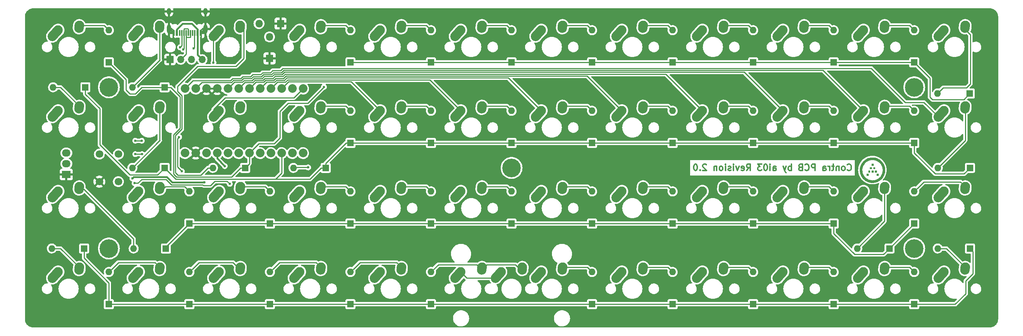
<source format=gbl>
G04 #@! TF.GenerationSoftware,KiCad,Pcbnew,(6.0.2)*
G04 #@! TF.CreationDate,2022-04-02T12:37:14+05:30*
G04 #@! TF.ProjectId,Contra,436f6e74-7261-42e6-9b69-6361645f7063,rev?*
G04 #@! TF.SameCoordinates,Original*
G04 #@! TF.FileFunction,Copper,L2,Bot*
G04 #@! TF.FilePolarity,Positive*
%FSLAX46Y46*%
G04 Gerber Fmt 4.6, Leading zero omitted, Abs format (unit mm)*
G04 Created by KiCad (PCBNEW (6.0.2)) date 2022-04-02 12:37:14*
%MOMM*%
%LPD*%
G01*
G04 APERTURE LIST*
G04 Aperture macros list*
%AMHorizOval*
0 Thick line with rounded ends*
0 $1 width*
0 $2 $3 position (X,Y) of the first rounded end (center of the circle)*
0 $4 $5 position (X,Y) of the second rounded end (center of the circle)*
0 Add line between two ends*
20,1,$1,$2,$3,$4,$5,0*
0 Add two circle primitives to create the rounded ends*
1,1,$1,$2,$3*
1,1,$1,$4,$5*%
G04 Aperture macros list end*
%ADD10C,0.300000*%
G04 #@! TA.AperFunction,NonConductor*
%ADD11C,0.300000*%
G04 #@! TD*
G04 #@! TA.AperFunction,EtchedComponent*
%ADD12C,0.010000*%
G04 #@! TD*
G04 #@! TA.AperFunction,ComponentPad*
%ADD13C,2.250000*%
G04 #@! TD*
G04 #@! TA.AperFunction,ComponentPad*
%ADD14HorizOval,2.250000X0.655001X0.730000X-0.655001X-0.730000X0*%
G04 #@! TD*
G04 #@! TA.AperFunction,ComponentPad*
%ADD15HorizOval,2.250000X0.020000X0.290000X-0.020000X-0.290000X0*%
G04 #@! TD*
G04 #@! TA.AperFunction,ComponentPad*
%ADD16C,0.700000*%
G04 #@! TD*
G04 #@! TA.AperFunction,ComponentPad*
%ADD17C,4.400000*%
G04 #@! TD*
G04 #@! TA.AperFunction,ComponentPad*
%ADD18R,1.600000X1.600000*%
G04 #@! TD*
G04 #@! TA.AperFunction,ComponentPad*
%ADD19O,1.600000X1.600000*%
G04 #@! TD*
G04 #@! TA.AperFunction,ComponentPad*
%ADD20R,1.700000X1.700000*%
G04 #@! TD*
G04 #@! TA.AperFunction,ComponentPad*
%ADD21O,1.700000X1.700000*%
G04 #@! TD*
G04 #@! TA.AperFunction,ComponentPad*
%ADD22R,1.800000X1.800000*%
G04 #@! TD*
G04 #@! TA.AperFunction,ComponentPad*
%ADD23O,1.800000X1.800000*%
G04 #@! TD*
G04 #@! TA.AperFunction,ComponentPad*
%ADD24R,2.030000X1.730000*%
G04 #@! TD*
G04 #@! TA.AperFunction,ComponentPad*
%ADD25O,2.030000X1.730000*%
G04 #@! TD*
G04 #@! TA.AperFunction,ComponentPad*
%ADD26C,2.032000*%
G04 #@! TD*
G04 #@! TA.AperFunction,ComponentPad*
%ADD27C,1.800000*%
G04 #@! TD*
G04 #@! TA.AperFunction,SMDPad,CuDef*
%ADD28R,0.600000X1.450000*%
G04 #@! TD*
G04 #@! TA.AperFunction,SMDPad,CuDef*
%ADD29R,0.300000X1.450000*%
G04 #@! TD*
G04 #@! TA.AperFunction,ComponentPad*
%ADD30O,1.000000X2.100000*%
G04 #@! TD*
G04 #@! TA.AperFunction,ComponentPad*
%ADD31O,1.000000X1.600000*%
G04 #@! TD*
G04 #@! TA.AperFunction,ViaPad*
%ADD32C,0.600000*%
G04 #@! TD*
G04 #@! TA.AperFunction,Conductor*
%ADD33C,0.250000*%
G04 #@! TD*
G04 #@! TA.AperFunction,Conductor*
%ADD34C,0.381000*%
G04 #@! TD*
G04 APERTURE END LIST*
D10*
D11*
X222323985Y-67167534D02*
X222395414Y-67238962D01*
X222609700Y-67310391D01*
X222752557Y-67310391D01*
X222966842Y-67238962D01*
X223109700Y-67096105D01*
X223181128Y-66953248D01*
X223252557Y-66667534D01*
X223252557Y-66453248D01*
X223181128Y-66167534D01*
X223109700Y-66024677D01*
X222966842Y-65881820D01*
X222752557Y-65810391D01*
X222609700Y-65810391D01*
X222395414Y-65881820D01*
X222323985Y-65953248D01*
X221466842Y-67310391D02*
X221609700Y-67238962D01*
X221681128Y-67167534D01*
X221752557Y-67024677D01*
X221752557Y-66596105D01*
X221681128Y-66453248D01*
X221609700Y-66381820D01*
X221466842Y-66310391D01*
X221252557Y-66310391D01*
X221109700Y-66381820D01*
X221038271Y-66453248D01*
X220966842Y-66596105D01*
X220966842Y-67024677D01*
X221038271Y-67167534D01*
X221109700Y-67238962D01*
X221252557Y-67310391D01*
X221466842Y-67310391D01*
X220323985Y-66310391D02*
X220323985Y-67310391D01*
X220323985Y-66453248D02*
X220252557Y-66381820D01*
X220109700Y-66310391D01*
X219895414Y-66310391D01*
X219752557Y-66381820D01*
X219681128Y-66524677D01*
X219681128Y-67310391D01*
X219181128Y-66310391D02*
X218609700Y-66310391D01*
X218966842Y-65810391D02*
X218966842Y-67096105D01*
X218895414Y-67238962D01*
X218752557Y-67310391D01*
X218609700Y-67310391D01*
X218109700Y-67310391D02*
X218109700Y-66310391D01*
X218109700Y-66596105D02*
X218038271Y-66453248D01*
X217966842Y-66381820D01*
X217823985Y-66310391D01*
X217681128Y-66310391D01*
X216538271Y-67310391D02*
X216538271Y-66524677D01*
X216609700Y-66381820D01*
X216752557Y-66310391D01*
X217038271Y-66310391D01*
X217181128Y-66381820D01*
X216538271Y-67238962D02*
X216681128Y-67310391D01*
X217038271Y-67310391D01*
X217181128Y-67238962D01*
X217252557Y-67096105D01*
X217252557Y-66953248D01*
X217181128Y-66810391D01*
X217038271Y-66738962D01*
X216681128Y-66738962D01*
X216538271Y-66667534D01*
X214681128Y-67310391D02*
X214681128Y-65810391D01*
X214109700Y-65810391D01*
X213966842Y-65881820D01*
X213895414Y-65953248D01*
X213823985Y-66096105D01*
X213823985Y-66310391D01*
X213895414Y-66453248D01*
X213966842Y-66524677D01*
X214109700Y-66596105D01*
X214681128Y-66596105D01*
X212323985Y-67167534D02*
X212395414Y-67238962D01*
X212609700Y-67310391D01*
X212752557Y-67310391D01*
X212966842Y-67238962D01*
X213109700Y-67096105D01*
X213181128Y-66953248D01*
X213252557Y-66667534D01*
X213252557Y-66453248D01*
X213181128Y-66167534D01*
X213109700Y-66024677D01*
X212966842Y-65881820D01*
X212752557Y-65810391D01*
X212609700Y-65810391D01*
X212395414Y-65881820D01*
X212323985Y-65953248D01*
X211181128Y-66524677D02*
X210966842Y-66596105D01*
X210895414Y-66667534D01*
X210823985Y-66810391D01*
X210823985Y-67024677D01*
X210895414Y-67167534D01*
X210966842Y-67238962D01*
X211109700Y-67310391D01*
X211681128Y-67310391D01*
X211681128Y-65810391D01*
X211181128Y-65810391D01*
X211038271Y-65881820D01*
X210966842Y-65953248D01*
X210895414Y-66096105D01*
X210895414Y-66238962D01*
X210966842Y-66381820D01*
X211038271Y-66453248D01*
X211181128Y-66524677D01*
X211681128Y-66524677D01*
X209038271Y-67310391D02*
X209038271Y-65810391D01*
X209038271Y-66381820D02*
X208895414Y-66310391D01*
X208609700Y-66310391D01*
X208466842Y-66381820D01*
X208395414Y-66453248D01*
X208323985Y-66596105D01*
X208323985Y-67024677D01*
X208395414Y-67167534D01*
X208466842Y-67238962D01*
X208609700Y-67310391D01*
X208895414Y-67310391D01*
X209038271Y-67238962D01*
X207823985Y-66310391D02*
X207466842Y-67310391D01*
X207109700Y-66310391D02*
X207466842Y-67310391D01*
X207609700Y-67667534D01*
X207681128Y-67738962D01*
X207823985Y-67810391D01*
X204752557Y-67310391D02*
X204752557Y-66524677D01*
X204823985Y-66381820D01*
X204966842Y-66310391D01*
X205252557Y-66310391D01*
X205395414Y-66381820D01*
X204752557Y-67238962D02*
X204895414Y-67310391D01*
X205252557Y-67310391D01*
X205395414Y-67238962D01*
X205466842Y-67096105D01*
X205466842Y-66953248D01*
X205395414Y-66810391D01*
X205252557Y-66738962D01*
X204895414Y-66738962D01*
X204752557Y-66667534D01*
X204038271Y-67310391D02*
X204038271Y-66310391D01*
X204038271Y-65810391D02*
X204109700Y-65881820D01*
X204038271Y-65953248D01*
X203966842Y-65881820D01*
X204038271Y-65810391D01*
X204038271Y-65953248D01*
X203038271Y-65810391D02*
X202895414Y-65810391D01*
X202752557Y-65881820D01*
X202681128Y-65953248D01*
X202609700Y-66096105D01*
X202538271Y-66381820D01*
X202538271Y-66738962D01*
X202609700Y-67024677D01*
X202681128Y-67167534D01*
X202752557Y-67238962D01*
X202895414Y-67310391D01*
X203038271Y-67310391D01*
X203181128Y-67238962D01*
X203252557Y-67167534D01*
X203323985Y-67024677D01*
X203395414Y-66738962D01*
X203395414Y-66381820D01*
X203323985Y-66096105D01*
X203252557Y-65953248D01*
X203181128Y-65881820D01*
X203038271Y-65810391D01*
X202038271Y-65810391D02*
X201109700Y-65810391D01*
X201609700Y-66381820D01*
X201395414Y-66381820D01*
X201252557Y-66453248D01*
X201181128Y-66524677D01*
X201109700Y-66667534D01*
X201109700Y-67024677D01*
X201181128Y-67167534D01*
X201252557Y-67238962D01*
X201395414Y-67310391D01*
X201823985Y-67310391D01*
X201966842Y-67238962D01*
X202038271Y-67167534D01*
X198466842Y-67310391D02*
X198966842Y-66596105D01*
X199323985Y-67310391D02*
X199323985Y-65810391D01*
X198752557Y-65810391D01*
X198609700Y-65881820D01*
X198538271Y-65953248D01*
X198466842Y-66096105D01*
X198466842Y-66310391D01*
X198538271Y-66453248D01*
X198609700Y-66524677D01*
X198752557Y-66596105D01*
X199323985Y-66596105D01*
X197252557Y-67238962D02*
X197395414Y-67310391D01*
X197681128Y-67310391D01*
X197823985Y-67238962D01*
X197895414Y-67096105D01*
X197895414Y-66524677D01*
X197823985Y-66381820D01*
X197681128Y-66310391D01*
X197395414Y-66310391D01*
X197252557Y-66381820D01*
X197181128Y-66524677D01*
X197181128Y-66667534D01*
X197895414Y-66810391D01*
X196681128Y-66310391D02*
X196323985Y-67310391D01*
X195966842Y-66310391D01*
X195395414Y-67310391D02*
X195395414Y-66310391D01*
X195395414Y-65810391D02*
X195466842Y-65881820D01*
X195395414Y-65953248D01*
X195323985Y-65881820D01*
X195395414Y-65810391D01*
X195395414Y-65953248D01*
X194752557Y-67238962D02*
X194609700Y-67310391D01*
X194323985Y-67310391D01*
X194181128Y-67238962D01*
X194109700Y-67096105D01*
X194109700Y-67024677D01*
X194181128Y-66881820D01*
X194323985Y-66810391D01*
X194538271Y-66810391D01*
X194681128Y-66738962D01*
X194752557Y-66596105D01*
X194752557Y-66524677D01*
X194681128Y-66381820D01*
X194538271Y-66310391D01*
X194323985Y-66310391D01*
X194181128Y-66381820D01*
X193466842Y-67310391D02*
X193466842Y-66310391D01*
X193466842Y-65810391D02*
X193538271Y-65881820D01*
X193466842Y-65953248D01*
X193395414Y-65881820D01*
X193466842Y-65810391D01*
X193466842Y-65953248D01*
X192538271Y-67310391D02*
X192681128Y-67238962D01*
X192752557Y-67167534D01*
X192823985Y-67024677D01*
X192823985Y-66596105D01*
X192752557Y-66453248D01*
X192681128Y-66381820D01*
X192538271Y-66310391D01*
X192323985Y-66310391D01*
X192181128Y-66381820D01*
X192109700Y-66453248D01*
X192038271Y-66596105D01*
X192038271Y-67024677D01*
X192109700Y-67167534D01*
X192181128Y-67238962D01*
X192323985Y-67310391D01*
X192538271Y-67310391D01*
X191395414Y-66310391D02*
X191395414Y-67310391D01*
X191395414Y-66453248D02*
X191323985Y-66381820D01*
X191181128Y-66310391D01*
X190966842Y-66310391D01*
X190823985Y-66381820D01*
X190752557Y-66524677D01*
X190752557Y-67310391D01*
X188966842Y-65953248D02*
X188895414Y-65881820D01*
X188752557Y-65810391D01*
X188395414Y-65810391D01*
X188252557Y-65881820D01*
X188181128Y-65953248D01*
X188109700Y-66096105D01*
X188109700Y-66238962D01*
X188181128Y-66453248D01*
X189038271Y-67310391D01*
X188109700Y-67310391D01*
X187466842Y-67167534D02*
X187395414Y-67238962D01*
X187466842Y-67310391D01*
X187538271Y-67238962D01*
X187466842Y-67167534D01*
X187466842Y-67310391D01*
X186466842Y-65810391D02*
X186323985Y-65810391D01*
X186181128Y-65881820D01*
X186109700Y-65953248D01*
X186038271Y-66096105D01*
X185966842Y-66381820D01*
X185966842Y-66738962D01*
X186038271Y-67024677D01*
X186109700Y-67167534D01*
X186181128Y-67238962D01*
X186323985Y-67310391D01*
X186466842Y-67310391D01*
X186609700Y-67238962D01*
X186681128Y-67167534D01*
X186752557Y-67024677D01*
X186823985Y-66738962D01*
X186823985Y-66381820D01*
X186752557Y-66096105D01*
X186681128Y-65953248D01*
X186609700Y-65881820D01*
X186466842Y-65810391D01*
D12*
X227626227Y-66889313D02*
X228031040Y-66889313D01*
X228031040Y-66889313D02*
X228031040Y-66508313D01*
X228031040Y-66508313D02*
X227626227Y-66508313D01*
X227626227Y-66508313D02*
X227626227Y-66889313D01*
X227626227Y-66889313D02*
X227626227Y-66889313D01*
G36*
X228031040Y-66889313D02*
G01*
X227626227Y-66889313D01*
X227626227Y-66508313D01*
X228031040Y-66508313D01*
X228031040Y-66889313D01*
G37*
X228031040Y-66889313D02*
X227626227Y-66889313D01*
X227626227Y-66508313D01*
X228031040Y-66508313D01*
X228031040Y-66889313D01*
X226840415Y-68484750D02*
X227245227Y-68484750D01*
X227245227Y-68484750D02*
X227245227Y-68079938D01*
X227245227Y-68079938D02*
X226840415Y-68079938D01*
X226840415Y-68079938D02*
X226840415Y-68484750D01*
X226840415Y-68484750D02*
X226840415Y-68484750D01*
G36*
X227245227Y-68484750D02*
G01*
X226840415Y-68484750D01*
X226840415Y-68079938D01*
X227245227Y-68079938D01*
X227245227Y-68484750D01*
G37*
X227245227Y-68484750D02*
X226840415Y-68484750D01*
X226840415Y-68079938D01*
X227245227Y-68079938D01*
X227245227Y-68484750D01*
X228435852Y-66889313D02*
X228816852Y-66889313D01*
X228816852Y-66889313D02*
X228816852Y-66508313D01*
X228816852Y-66508313D02*
X228435852Y-66508313D01*
X228435852Y-66508313D02*
X228435852Y-66889313D01*
X228435852Y-66889313D02*
X228435852Y-66889313D01*
G36*
X228816852Y-66889313D02*
G01*
X228435852Y-66889313D01*
X228435852Y-66508313D01*
X228816852Y-66508313D01*
X228816852Y-66889313D01*
G37*
X228816852Y-66889313D02*
X228435852Y-66889313D01*
X228435852Y-66508313D01*
X228816852Y-66508313D01*
X228816852Y-66889313D01*
X228031040Y-66103500D02*
X228435852Y-66103500D01*
X228435852Y-66103500D02*
X228435852Y-65698688D01*
X228435852Y-65698688D02*
X228031040Y-65698688D01*
X228031040Y-65698688D02*
X228031040Y-66103500D01*
X228031040Y-66103500D02*
X228031040Y-66103500D01*
G36*
X228435852Y-66103500D02*
G01*
X228031040Y-66103500D01*
X228031040Y-65698688D01*
X228435852Y-65698688D01*
X228435852Y-66103500D01*
G37*
X228435852Y-66103500D02*
X228031040Y-66103500D01*
X228031040Y-65698688D01*
X228435852Y-65698688D01*
X228435852Y-66103500D01*
X229221665Y-68484750D02*
X229626477Y-68484750D01*
X229626477Y-68484750D02*
X229626477Y-68079938D01*
X229626477Y-68079938D02*
X229221665Y-68079938D01*
X229221665Y-68079938D02*
X229221665Y-68484750D01*
X229221665Y-68484750D02*
X229221665Y-68484750D01*
G36*
X229626477Y-68484750D02*
G01*
X229221665Y-68484750D01*
X229221665Y-68079938D01*
X229626477Y-68079938D01*
X229626477Y-68484750D01*
G37*
X229626477Y-68484750D02*
X229221665Y-68484750D01*
X229221665Y-68079938D01*
X229626477Y-68079938D01*
X229626477Y-68484750D01*
X228031040Y-67698938D02*
X228435852Y-67698938D01*
X228435852Y-67698938D02*
X228435852Y-67294125D01*
X228435852Y-67294125D02*
X228031040Y-67294125D01*
X228031040Y-67294125D02*
X228031040Y-67698938D01*
X228031040Y-67698938D02*
X228031040Y-67698938D01*
G36*
X228435852Y-67698938D02*
G01*
X228031040Y-67698938D01*
X228031040Y-67294125D01*
X228435852Y-67294125D01*
X228435852Y-67698938D01*
G37*
X228435852Y-67698938D02*
X228031040Y-67698938D01*
X228031040Y-67294125D01*
X228435852Y-67294125D01*
X228435852Y-67698938D01*
X227245227Y-67698938D02*
X227626227Y-67698938D01*
X227626227Y-67698938D02*
X227626227Y-67294125D01*
X227626227Y-67294125D02*
X227245227Y-67294125D01*
X227245227Y-67294125D02*
X227245227Y-67698938D01*
X227245227Y-67698938D02*
X227245227Y-67698938D01*
G36*
X227626227Y-67698938D02*
G01*
X227245227Y-67698938D01*
X227245227Y-67294125D01*
X227626227Y-67294125D01*
X227626227Y-67698938D01*
G37*
X227626227Y-67698938D02*
X227245227Y-67698938D01*
X227245227Y-67294125D01*
X227626227Y-67294125D01*
X227626227Y-67698938D01*
X228217571Y-64211045D02*
X228093453Y-64212415D01*
X228093453Y-64212415D02*
X227981741Y-64216572D01*
X227981741Y-64216572D02*
X227879148Y-64223919D01*
X227879148Y-64223919D02*
X227782384Y-64234860D01*
X227782384Y-64234860D02*
X227688162Y-64249798D01*
X227688162Y-64249798D02*
X227593193Y-64269137D01*
X227593193Y-64269137D02*
X227494189Y-64293281D01*
X227494189Y-64293281D02*
X227448910Y-64305418D01*
X227448910Y-64305418D02*
X227240363Y-64370656D01*
X227240363Y-64370656D02*
X227038275Y-64449992D01*
X227038275Y-64449992D02*
X226843412Y-64543028D01*
X226843412Y-64543028D02*
X226656541Y-64649368D01*
X226656541Y-64649368D02*
X226478426Y-64768616D01*
X226478426Y-64768616D02*
X226326280Y-64886617D01*
X226326280Y-64886617D02*
X226168612Y-65027342D01*
X226168612Y-65027342D02*
X226021275Y-65178787D01*
X226021275Y-65178787D02*
X225884954Y-65339885D01*
X225884954Y-65339885D02*
X225760332Y-65509567D01*
X225760332Y-65509567D02*
X225648093Y-65686766D01*
X225648093Y-65686766D02*
X225548920Y-65870416D01*
X225548920Y-65870416D02*
X225463498Y-66059447D01*
X225463498Y-66059447D02*
X225392510Y-66252793D01*
X225392510Y-66252793D02*
X225343756Y-66420803D01*
X225343756Y-66420803D02*
X225310685Y-66560789D01*
X225310685Y-66560789D02*
X225285325Y-66692725D01*
X225285325Y-66692725D02*
X225266933Y-66821997D01*
X225266933Y-66821997D02*
X225254765Y-66953993D01*
X225254765Y-66953993D02*
X225248079Y-67094100D01*
X225248079Y-67094100D02*
X225247426Y-67119500D01*
X225247426Y-67119500D02*
X225250145Y-67337797D01*
X225250145Y-67337797D02*
X225268340Y-67552580D01*
X225268340Y-67552580D02*
X225302005Y-67763821D01*
X225302005Y-67763821D02*
X225351134Y-67971489D01*
X225351134Y-67971489D02*
X225415721Y-68175555D01*
X225415721Y-68175555D02*
X225479918Y-68339487D01*
X225479918Y-68339487D02*
X225508001Y-68404752D01*
X225508001Y-68404752D02*
X225532063Y-68458910D01*
X225532063Y-68458910D02*
X225553932Y-68505613D01*
X225553932Y-68505613D02*
X225575433Y-68548513D01*
X225575433Y-68548513D02*
X225598394Y-68591263D01*
X225598394Y-68591263D02*
X225624640Y-68637515D01*
X225624640Y-68637515D02*
X225653765Y-68687156D01*
X225653765Y-68687156D02*
X225772984Y-68873427D01*
X225772984Y-68873427D02*
X225903088Y-69048153D01*
X225903088Y-69048153D02*
X226044211Y-69211465D01*
X226044211Y-69211465D02*
X226196485Y-69363496D01*
X226196485Y-69363496D02*
X226360043Y-69504380D01*
X226360043Y-69504380D02*
X226535016Y-69634248D01*
X226535016Y-69634248D02*
X226717384Y-69750775D01*
X226717384Y-69750775D02*
X226770213Y-69781744D01*
X226770213Y-69781744D02*
X226816126Y-69807721D01*
X226816126Y-69807721D02*
X226858775Y-69830531D01*
X226858775Y-69830531D02*
X226901812Y-69852001D01*
X226901812Y-69852001D02*
X226948889Y-69873957D01*
X226948889Y-69873957D02*
X227003659Y-69898225D01*
X227003659Y-69898225D02*
X227065053Y-69924622D01*
X227065053Y-69924622D02*
X227161286Y-69964169D01*
X227161286Y-69964169D02*
X227250004Y-69997208D01*
X227250004Y-69997208D02*
X227337118Y-70025695D01*
X227337118Y-70025695D02*
X227428542Y-70051589D01*
X227428542Y-70051589D02*
X227511134Y-70072322D01*
X227511134Y-70072322D02*
X227675650Y-70107876D01*
X227675650Y-70107876D02*
X227832745Y-70133553D01*
X227832745Y-70133553D02*
X227986973Y-70149893D01*
X227986973Y-70149893D02*
X228142891Y-70157436D01*
X228142891Y-70157436D02*
X228233446Y-70158013D01*
X228233446Y-70158013D02*
X228284665Y-70157498D01*
X228284665Y-70157498D02*
X228332786Y-70156793D01*
X228332786Y-70156793D02*
X228374666Y-70155960D01*
X228374666Y-70155960D02*
X228407162Y-70155063D01*
X228407162Y-70155063D02*
X228427130Y-70154165D01*
X228427130Y-70154165D02*
X228427915Y-70154109D01*
X228427915Y-70154109D02*
X228644089Y-70130157D01*
X228644089Y-70130157D02*
X228856846Y-70091170D01*
X228856846Y-70091170D02*
X229065327Y-70037467D01*
X229065327Y-70037467D02*
X229268672Y-69969363D01*
X229268672Y-69969363D02*
X229466024Y-69887176D01*
X229466024Y-69887176D02*
X229656522Y-69791225D01*
X229656522Y-69791225D02*
X229839308Y-69681826D01*
X229839308Y-69681826D02*
X229990264Y-69576796D01*
X229990264Y-69576796D02*
X230163191Y-69438449D01*
X230163191Y-69438449D02*
X230323875Y-69290088D01*
X230323875Y-69290088D02*
X230472089Y-69132039D01*
X230472089Y-69132039D02*
X230607611Y-68964632D01*
X230607611Y-68964632D02*
X230730216Y-68788194D01*
X230730216Y-68788194D02*
X230839679Y-68603052D01*
X230839679Y-68603052D02*
X230935777Y-68409535D01*
X230935777Y-68409535D02*
X231018284Y-68207971D01*
X231018284Y-68207971D02*
X231086977Y-67998688D01*
X231086977Y-67998688D02*
X231099122Y-67955630D01*
X231099122Y-67955630D02*
X231125488Y-67853835D01*
X231125488Y-67853835D02*
X231146873Y-67757511D01*
X231146873Y-67757511D02*
X231163681Y-67663367D01*
X231163681Y-67663367D02*
X231176315Y-67568117D01*
X231176315Y-67568117D02*
X231185180Y-67468470D01*
X231185180Y-67468470D02*
X231190678Y-67361140D01*
X231190678Y-67361140D02*
X231193214Y-67242836D01*
X231193214Y-67242836D02*
X231193495Y-67186969D01*
X231193495Y-67186969D02*
X231192820Y-67131608D01*
X231192820Y-67131608D02*
X230660746Y-67131608D01*
X230660746Y-67131608D02*
X230660643Y-67211746D01*
X230660643Y-67211746D02*
X230658977Y-67291410D01*
X230658977Y-67291410D02*
X230655781Y-67366537D01*
X230655781Y-67366537D02*
X230651084Y-67433060D01*
X230651084Y-67433060D02*
X230647364Y-67468750D01*
X230647364Y-67468750D02*
X230615490Y-67666048D01*
X230615490Y-67666048D02*
X230568839Y-67857663D01*
X230568839Y-67857663D02*
X230507589Y-68043222D01*
X230507589Y-68043222D02*
X230431921Y-68222349D01*
X230431921Y-68222349D02*
X230342013Y-68394669D01*
X230342013Y-68394669D02*
X230238046Y-68559809D01*
X230238046Y-68559809D02*
X230120199Y-68717393D01*
X230120199Y-68717393D02*
X229988652Y-68867047D01*
X229988652Y-68867047D02*
X229966316Y-68890260D01*
X229966316Y-68890260D02*
X229832082Y-69017334D01*
X229832082Y-69017334D02*
X229686380Y-69135270D01*
X229686380Y-69135270D02*
X229531909Y-69242090D01*
X229531909Y-69242090D02*
X229371371Y-69335816D01*
X229371371Y-69335816D02*
X229325582Y-69359504D01*
X229325582Y-69359504D02*
X229251174Y-69396153D01*
X229251174Y-69396153D02*
X229185933Y-69426372D01*
X229185933Y-69426372D02*
X229125436Y-69451940D01*
X229125436Y-69451940D02*
X229065262Y-69474634D01*
X229065262Y-69474634D02*
X229000989Y-69496233D01*
X229000989Y-69496233D02*
X228935915Y-69516227D01*
X228935915Y-69516227D02*
X228746702Y-69565640D01*
X228746702Y-69565640D02*
X228560951Y-69600091D01*
X228560951Y-69600091D02*
X228377213Y-69619714D01*
X228377213Y-69619714D02*
X228194037Y-69624642D01*
X228194037Y-69624642D02*
X228009976Y-69615011D01*
X228009976Y-69615011D02*
X227943434Y-69608031D01*
X227943434Y-69608031D02*
X227756102Y-69579087D01*
X227756102Y-69579087D02*
X227576521Y-69537278D01*
X227576521Y-69537278D02*
X227402183Y-69481854D01*
X227402183Y-69481854D02*
X227230581Y-69412064D01*
X227230581Y-69412064D02*
X227133624Y-69365866D01*
X227133624Y-69365866D02*
X226962992Y-69272447D01*
X226962992Y-69272447D02*
X226803576Y-69168712D01*
X226803576Y-69168712D02*
X226654618Y-69053974D01*
X226654618Y-69053974D02*
X226515361Y-68927550D01*
X226515361Y-68927550D02*
X226385046Y-68788754D01*
X226385046Y-68788754D02*
X226262916Y-68636903D01*
X226262916Y-68636903D02*
X226154648Y-68481259D01*
X226154648Y-68481259D02*
X226129522Y-68440068D01*
X226129522Y-68440068D02*
X226100199Y-68387940D01*
X226100199Y-68387940D02*
X226068499Y-68328496D01*
X226068499Y-68328496D02*
X226036241Y-68265356D01*
X226036241Y-68265356D02*
X226005247Y-68202140D01*
X226005247Y-68202140D02*
X225977334Y-68142467D01*
X225977334Y-68142467D02*
X225954325Y-68089957D01*
X225954325Y-68089957D02*
X225940887Y-68056125D01*
X225940887Y-68056125D02*
X225878020Y-67864584D01*
X225878020Y-67864584D02*
X225830624Y-67671845D01*
X225830624Y-67671845D02*
X225798740Y-67478450D01*
X225798740Y-67478450D02*
X225782410Y-67284940D01*
X225782410Y-67284940D02*
X225781672Y-67091857D01*
X225781672Y-67091857D02*
X225796568Y-66899742D01*
X225796568Y-66899742D02*
X225827138Y-66709136D01*
X225827138Y-66709136D02*
X225836941Y-66663094D01*
X225836941Y-66663094D02*
X225870590Y-66526801D01*
X225870590Y-66526801D02*
X225908898Y-66400618D01*
X225908898Y-66400618D02*
X225953836Y-66279007D01*
X225953836Y-66279007D02*
X226007377Y-66156432D01*
X226007377Y-66156432D02*
X226045036Y-66078958D01*
X226045036Y-66078958D02*
X226138741Y-65910110D01*
X226138741Y-65910110D02*
X226245566Y-65749673D01*
X226245566Y-65749673D02*
X226364742Y-65598368D01*
X226364742Y-65598368D02*
X226495503Y-65456914D01*
X226495503Y-65456914D02*
X226637080Y-65326031D01*
X226637080Y-65326031D02*
X226788706Y-65206440D01*
X226788706Y-65206440D02*
X226949613Y-65098860D01*
X226949613Y-65098860D02*
X227119033Y-65004011D01*
X227119033Y-65004011D02*
X227263215Y-64936480D01*
X227263215Y-64936480D02*
X227434843Y-64870085D01*
X227434843Y-64870085D02*
X227607397Y-64818087D01*
X227607397Y-64818087D02*
X227782884Y-64780078D01*
X227782884Y-64780078D02*
X227963314Y-64755651D01*
X227963314Y-64755651D02*
X228150695Y-64744397D01*
X228150695Y-64744397D02*
X228213602Y-64743507D01*
X228213602Y-64743507D02*
X228411697Y-64749877D01*
X228411697Y-64749877D02*
X228603325Y-64770522D01*
X228603325Y-64770522D02*
X228789259Y-64805673D01*
X228789259Y-64805673D02*
X228970275Y-64855567D01*
X228970275Y-64855567D02*
X229147146Y-64920435D01*
X229147146Y-64920435D02*
X229320646Y-65000513D01*
X229320646Y-65000513D02*
X229491549Y-65096035D01*
X229491549Y-65096035D02*
X229592246Y-65160244D01*
X229592246Y-65160244D02*
X229731679Y-65261772D01*
X229731679Y-65261772D02*
X229865877Y-65376278D01*
X229865877Y-65376278D02*
X229993199Y-65501839D01*
X229993199Y-65501839D02*
X230112005Y-65636531D01*
X230112005Y-65636531D02*
X230220654Y-65778431D01*
X230220654Y-65778431D02*
X230317505Y-65925615D01*
X230317505Y-65925615D02*
X230400918Y-66076161D01*
X230400918Y-66076161D02*
X230435714Y-66149080D01*
X230435714Y-66149080D02*
X230497117Y-66293939D01*
X230497117Y-66293939D02*
X230547348Y-66433178D01*
X230547348Y-66433178D02*
X230587605Y-66571126D01*
X230587605Y-66571126D02*
X230619084Y-66712114D01*
X230619084Y-66712114D02*
X230642984Y-66860471D01*
X230642984Y-66860471D02*
X230651385Y-66929000D01*
X230651385Y-66929000D02*
X230656148Y-66986170D01*
X230656148Y-66986170D02*
X230659258Y-67055061D01*
X230659258Y-67055061D02*
X230660746Y-67131608D01*
X230660746Y-67131608D02*
X231192820Y-67131608D01*
X231192820Y-67131608D02*
X231191750Y-67043973D01*
X231191750Y-67043973D02*
X231185876Y-66913106D01*
X231185876Y-66913106D02*
X231175302Y-66791025D01*
X231175302Y-66791025D02*
X231159455Y-66674385D01*
X231159455Y-66674385D02*
X231137763Y-66559844D01*
X231137763Y-66559844D02*
X231109653Y-66444059D01*
X231109653Y-66444059D02*
X231074554Y-66323687D01*
X231074554Y-66323687D02*
X231031893Y-66195384D01*
X231031893Y-66195384D02*
X231016199Y-66151125D01*
X231016199Y-66151125D02*
X230937814Y-65956406D01*
X230937814Y-65956406D02*
X230844974Y-65768072D01*
X230844974Y-65768072D02*
X230737868Y-65586385D01*
X230737868Y-65586385D02*
X230616688Y-65411608D01*
X230616688Y-65411608D02*
X230481623Y-65244003D01*
X230481623Y-65244003D02*
X230332866Y-65083833D01*
X230332866Y-65083833D02*
X230170607Y-64931360D01*
X230170607Y-64931360D02*
X230063769Y-64841179D01*
X230063769Y-64841179D02*
X229977940Y-64775686D01*
X229977940Y-64775686D02*
X229880401Y-64708360D01*
X229880401Y-64708360D02*
X229774792Y-64641412D01*
X229774792Y-64641412D02*
X229664754Y-64577055D01*
X229664754Y-64577055D02*
X229553927Y-64517500D01*
X229553927Y-64517500D02*
X229445951Y-64464958D01*
X229445951Y-64464958D02*
X229439946Y-64462215D01*
X229439946Y-64462215D02*
X229369986Y-64432342D01*
X229369986Y-64432342D02*
X229288805Y-64400956D01*
X229288805Y-64400956D02*
X229200773Y-64369536D01*
X229200773Y-64369536D02*
X229110261Y-64339562D01*
X229110261Y-64339562D02*
X229021639Y-64312511D01*
X229021639Y-64312511D02*
X228939276Y-64289864D01*
X228939276Y-64289864D02*
X228907390Y-64281971D01*
X228907390Y-64281971D02*
X228814165Y-64261203D01*
X228814165Y-64261203D02*
X228725191Y-64244543D01*
X228725191Y-64244543D02*
X228637187Y-64231652D01*
X228637187Y-64231652D02*
X228546871Y-64222195D01*
X228546871Y-64222195D02*
X228450962Y-64215832D01*
X228450962Y-64215832D02*
X228346180Y-64212228D01*
X228346180Y-64212228D02*
X228229245Y-64211044D01*
X228229245Y-64211044D02*
X228217571Y-64211045D01*
X228217571Y-64211045D02*
X228217571Y-64211045D01*
G36*
X231193214Y-67242836D02*
G01*
X231190678Y-67361140D01*
X231185180Y-67468470D01*
X231176315Y-67568117D01*
X231163681Y-67663367D01*
X231146873Y-67757511D01*
X231125488Y-67853835D01*
X231099122Y-67955630D01*
X231086977Y-67998688D01*
X231018284Y-68207971D01*
X230935777Y-68409535D01*
X230839679Y-68603052D01*
X230730216Y-68788194D01*
X230607611Y-68964632D01*
X230472089Y-69132039D01*
X230323875Y-69290088D01*
X230163191Y-69438449D01*
X229990264Y-69576796D01*
X229839308Y-69681826D01*
X229656522Y-69791225D01*
X229466024Y-69887176D01*
X229268672Y-69969363D01*
X229065327Y-70037467D01*
X228856846Y-70091170D01*
X228644089Y-70130157D01*
X228427915Y-70154109D01*
X228427130Y-70154165D01*
X228407162Y-70155063D01*
X228374666Y-70155960D01*
X228332786Y-70156793D01*
X228284665Y-70157498D01*
X228233446Y-70158013D01*
X228142891Y-70157436D01*
X227986973Y-70149893D01*
X227832745Y-70133553D01*
X227675650Y-70107876D01*
X227511134Y-70072322D01*
X227428542Y-70051589D01*
X227337118Y-70025695D01*
X227250004Y-69997208D01*
X227161286Y-69964169D01*
X227065053Y-69924622D01*
X227003659Y-69898225D01*
X226948889Y-69873957D01*
X226901812Y-69852001D01*
X226858775Y-69830531D01*
X226816126Y-69807721D01*
X226770213Y-69781744D01*
X226717384Y-69750775D01*
X226535016Y-69634248D01*
X226360043Y-69504380D01*
X226196485Y-69363496D01*
X226044211Y-69211465D01*
X225903088Y-69048153D01*
X225772984Y-68873427D01*
X225653765Y-68687156D01*
X225624640Y-68637515D01*
X225598394Y-68591263D01*
X225575433Y-68548513D01*
X225553932Y-68505613D01*
X225532063Y-68458910D01*
X225508001Y-68404752D01*
X225479918Y-68339487D01*
X225415721Y-68175555D01*
X225351134Y-67971489D01*
X225302005Y-67763821D01*
X225268340Y-67552580D01*
X225250145Y-67337797D01*
X225247426Y-67119500D01*
X225248079Y-67094100D01*
X225248186Y-67091857D01*
X225781672Y-67091857D01*
X225782410Y-67284940D01*
X225798740Y-67478450D01*
X225830624Y-67671845D01*
X225878020Y-67864584D01*
X225940887Y-68056125D01*
X225954325Y-68089957D01*
X225977334Y-68142467D01*
X226005247Y-68202140D01*
X226036241Y-68265356D01*
X226068499Y-68328496D01*
X226100199Y-68387940D01*
X226129522Y-68440068D01*
X226154648Y-68481259D01*
X226262916Y-68636903D01*
X226385046Y-68788754D01*
X226515361Y-68927550D01*
X226654618Y-69053974D01*
X226803576Y-69168712D01*
X226962992Y-69272447D01*
X227133624Y-69365866D01*
X227230581Y-69412064D01*
X227402183Y-69481854D01*
X227576521Y-69537278D01*
X227756102Y-69579087D01*
X227943434Y-69608031D01*
X228009976Y-69615011D01*
X228194037Y-69624642D01*
X228377213Y-69619714D01*
X228560951Y-69600091D01*
X228746702Y-69565640D01*
X228935915Y-69516227D01*
X229000989Y-69496233D01*
X229065262Y-69474634D01*
X229125436Y-69451940D01*
X229185933Y-69426372D01*
X229251174Y-69396153D01*
X229325582Y-69359504D01*
X229371371Y-69335816D01*
X229531909Y-69242090D01*
X229686380Y-69135270D01*
X229832082Y-69017334D01*
X229966316Y-68890260D01*
X229988652Y-68867047D01*
X230120199Y-68717393D01*
X230238046Y-68559809D01*
X230342013Y-68394669D01*
X230431921Y-68222349D01*
X230507589Y-68043222D01*
X230568839Y-67857663D01*
X230615490Y-67666048D01*
X230647364Y-67468750D01*
X230651084Y-67433060D01*
X230655781Y-67366537D01*
X230658977Y-67291410D01*
X230660643Y-67211746D01*
X230660746Y-67131608D01*
X230659258Y-67055061D01*
X230656148Y-66986170D01*
X230651385Y-66929000D01*
X230642984Y-66860471D01*
X230619084Y-66712114D01*
X230587605Y-66571126D01*
X230547348Y-66433178D01*
X230497117Y-66293939D01*
X230435714Y-66149080D01*
X230400918Y-66076161D01*
X230317505Y-65925615D01*
X230220654Y-65778431D01*
X230112005Y-65636531D01*
X229993199Y-65501839D01*
X229865877Y-65376278D01*
X229731679Y-65261772D01*
X229592246Y-65160244D01*
X229491549Y-65096035D01*
X229320646Y-65000513D01*
X229147146Y-64920435D01*
X228970275Y-64855567D01*
X228789259Y-64805673D01*
X228603325Y-64770522D01*
X228411697Y-64749877D01*
X228213602Y-64743507D01*
X228150695Y-64744397D01*
X227963314Y-64755651D01*
X227782884Y-64780078D01*
X227607397Y-64818087D01*
X227434843Y-64870085D01*
X227263215Y-64936480D01*
X227119033Y-65004011D01*
X226949613Y-65098860D01*
X226788706Y-65206440D01*
X226637080Y-65326031D01*
X226495503Y-65456914D01*
X226364742Y-65598368D01*
X226245566Y-65749673D01*
X226138741Y-65910110D01*
X226045036Y-66078958D01*
X226007377Y-66156432D01*
X225953836Y-66279007D01*
X225908898Y-66400618D01*
X225870590Y-66526801D01*
X225836941Y-66663094D01*
X225827138Y-66709136D01*
X225796568Y-66899742D01*
X225781672Y-67091857D01*
X225248186Y-67091857D01*
X225254765Y-66953993D01*
X225266933Y-66821997D01*
X225285325Y-66692725D01*
X225310685Y-66560789D01*
X225343756Y-66420803D01*
X225392510Y-66252793D01*
X225463498Y-66059447D01*
X225548920Y-65870416D01*
X225648093Y-65686766D01*
X225760332Y-65509567D01*
X225884954Y-65339885D01*
X226021275Y-65178787D01*
X226168612Y-65027342D01*
X226326280Y-64886617D01*
X226478426Y-64768616D01*
X226656541Y-64649368D01*
X226843412Y-64543028D01*
X227038275Y-64449992D01*
X227240363Y-64370656D01*
X227448910Y-64305418D01*
X227494189Y-64293281D01*
X227593193Y-64269137D01*
X227688162Y-64249798D01*
X227782384Y-64234860D01*
X227879148Y-64223919D01*
X227981741Y-64216572D01*
X228093453Y-64212415D01*
X228217571Y-64211045D01*
X228229245Y-64211044D01*
X228346180Y-64212228D01*
X228450962Y-64215832D01*
X228546871Y-64222195D01*
X228637187Y-64231652D01*
X228725191Y-64244543D01*
X228814165Y-64261203D01*
X228907390Y-64281971D01*
X228939276Y-64289864D01*
X229021639Y-64312511D01*
X229110261Y-64339562D01*
X229200773Y-64369536D01*
X229288805Y-64400956D01*
X229369986Y-64432342D01*
X229439946Y-64462215D01*
X229445951Y-64464958D01*
X229553927Y-64517500D01*
X229664754Y-64577055D01*
X229774792Y-64641412D01*
X229880401Y-64708360D01*
X229977940Y-64775686D01*
X230063769Y-64841179D01*
X230170607Y-64931360D01*
X230332866Y-65083833D01*
X230481623Y-65244003D01*
X230616688Y-65411608D01*
X230737868Y-65586385D01*
X230844974Y-65768072D01*
X230937814Y-65956406D01*
X231016199Y-66151125D01*
X231031893Y-66195384D01*
X231074554Y-66323687D01*
X231109653Y-66444059D01*
X231137763Y-66559844D01*
X231159455Y-66674385D01*
X231175302Y-66791025D01*
X231185876Y-66913106D01*
X231191750Y-67043973D01*
X231192820Y-67131608D01*
X231193495Y-67186969D01*
X231193214Y-67242836D01*
G37*
X231193214Y-67242836D02*
X231190678Y-67361140D01*
X231185180Y-67468470D01*
X231176315Y-67568117D01*
X231163681Y-67663367D01*
X231146873Y-67757511D01*
X231125488Y-67853835D01*
X231099122Y-67955630D01*
X231086977Y-67998688D01*
X231018284Y-68207971D01*
X230935777Y-68409535D01*
X230839679Y-68603052D01*
X230730216Y-68788194D01*
X230607611Y-68964632D01*
X230472089Y-69132039D01*
X230323875Y-69290088D01*
X230163191Y-69438449D01*
X229990264Y-69576796D01*
X229839308Y-69681826D01*
X229656522Y-69791225D01*
X229466024Y-69887176D01*
X229268672Y-69969363D01*
X229065327Y-70037467D01*
X228856846Y-70091170D01*
X228644089Y-70130157D01*
X228427915Y-70154109D01*
X228427130Y-70154165D01*
X228407162Y-70155063D01*
X228374666Y-70155960D01*
X228332786Y-70156793D01*
X228284665Y-70157498D01*
X228233446Y-70158013D01*
X228142891Y-70157436D01*
X227986973Y-70149893D01*
X227832745Y-70133553D01*
X227675650Y-70107876D01*
X227511134Y-70072322D01*
X227428542Y-70051589D01*
X227337118Y-70025695D01*
X227250004Y-69997208D01*
X227161286Y-69964169D01*
X227065053Y-69924622D01*
X227003659Y-69898225D01*
X226948889Y-69873957D01*
X226901812Y-69852001D01*
X226858775Y-69830531D01*
X226816126Y-69807721D01*
X226770213Y-69781744D01*
X226717384Y-69750775D01*
X226535016Y-69634248D01*
X226360043Y-69504380D01*
X226196485Y-69363496D01*
X226044211Y-69211465D01*
X225903088Y-69048153D01*
X225772984Y-68873427D01*
X225653765Y-68687156D01*
X225624640Y-68637515D01*
X225598394Y-68591263D01*
X225575433Y-68548513D01*
X225553932Y-68505613D01*
X225532063Y-68458910D01*
X225508001Y-68404752D01*
X225479918Y-68339487D01*
X225415721Y-68175555D01*
X225351134Y-67971489D01*
X225302005Y-67763821D01*
X225268340Y-67552580D01*
X225250145Y-67337797D01*
X225247426Y-67119500D01*
X225248079Y-67094100D01*
X225248186Y-67091857D01*
X225781672Y-67091857D01*
X225782410Y-67284940D01*
X225798740Y-67478450D01*
X225830624Y-67671845D01*
X225878020Y-67864584D01*
X225940887Y-68056125D01*
X225954325Y-68089957D01*
X225977334Y-68142467D01*
X226005247Y-68202140D01*
X226036241Y-68265356D01*
X226068499Y-68328496D01*
X226100199Y-68387940D01*
X226129522Y-68440068D01*
X226154648Y-68481259D01*
X226262916Y-68636903D01*
X226385046Y-68788754D01*
X226515361Y-68927550D01*
X226654618Y-69053974D01*
X226803576Y-69168712D01*
X226962992Y-69272447D01*
X227133624Y-69365866D01*
X227230581Y-69412064D01*
X227402183Y-69481854D01*
X227576521Y-69537278D01*
X227756102Y-69579087D01*
X227943434Y-69608031D01*
X228009976Y-69615011D01*
X228194037Y-69624642D01*
X228377213Y-69619714D01*
X228560951Y-69600091D01*
X228746702Y-69565640D01*
X228935915Y-69516227D01*
X229000989Y-69496233D01*
X229065262Y-69474634D01*
X229125436Y-69451940D01*
X229185933Y-69426372D01*
X229251174Y-69396153D01*
X229325582Y-69359504D01*
X229371371Y-69335816D01*
X229531909Y-69242090D01*
X229686380Y-69135270D01*
X229832082Y-69017334D01*
X229966316Y-68890260D01*
X229988652Y-68867047D01*
X230120199Y-68717393D01*
X230238046Y-68559809D01*
X230342013Y-68394669D01*
X230431921Y-68222349D01*
X230507589Y-68043222D01*
X230568839Y-67857663D01*
X230615490Y-67666048D01*
X230647364Y-67468750D01*
X230651084Y-67433060D01*
X230655781Y-67366537D01*
X230658977Y-67291410D01*
X230660643Y-67211746D01*
X230660746Y-67131608D01*
X230659258Y-67055061D01*
X230656148Y-66986170D01*
X230651385Y-66929000D01*
X230642984Y-66860471D01*
X230619084Y-66712114D01*
X230587605Y-66571126D01*
X230547348Y-66433178D01*
X230497117Y-66293939D01*
X230435714Y-66149080D01*
X230400918Y-66076161D01*
X230317505Y-65925615D01*
X230220654Y-65778431D01*
X230112005Y-65636531D01*
X229993199Y-65501839D01*
X229865877Y-65376278D01*
X229731679Y-65261772D01*
X229592246Y-65160244D01*
X229491549Y-65096035D01*
X229320646Y-65000513D01*
X229147146Y-64920435D01*
X228970275Y-64855567D01*
X228789259Y-64805673D01*
X228603325Y-64770522D01*
X228411697Y-64749877D01*
X228213602Y-64743507D01*
X228150695Y-64744397D01*
X227963314Y-64755651D01*
X227782884Y-64780078D01*
X227607397Y-64818087D01*
X227434843Y-64870085D01*
X227263215Y-64936480D01*
X227119033Y-65004011D01*
X226949613Y-65098860D01*
X226788706Y-65206440D01*
X226637080Y-65326031D01*
X226495503Y-65456914D01*
X226364742Y-65598368D01*
X226245566Y-65749673D01*
X226138741Y-65910110D01*
X226045036Y-66078958D01*
X226007377Y-66156432D01*
X225953836Y-66279007D01*
X225908898Y-66400618D01*
X225870590Y-66526801D01*
X225836941Y-66663094D01*
X225827138Y-66709136D01*
X225796568Y-66899742D01*
X225781672Y-67091857D01*
X225248186Y-67091857D01*
X225254765Y-66953993D01*
X225266933Y-66821997D01*
X225285325Y-66692725D01*
X225310685Y-66560789D01*
X225343756Y-66420803D01*
X225392510Y-66252793D01*
X225463498Y-66059447D01*
X225548920Y-65870416D01*
X225648093Y-65686766D01*
X225760332Y-65509567D01*
X225884954Y-65339885D01*
X226021275Y-65178787D01*
X226168612Y-65027342D01*
X226326280Y-64886617D01*
X226478426Y-64768616D01*
X226656541Y-64649368D01*
X226843412Y-64543028D01*
X227038275Y-64449992D01*
X227240363Y-64370656D01*
X227448910Y-64305418D01*
X227494189Y-64293281D01*
X227593193Y-64269137D01*
X227688162Y-64249798D01*
X227782384Y-64234860D01*
X227879148Y-64223919D01*
X227981741Y-64216572D01*
X228093453Y-64212415D01*
X228217571Y-64211045D01*
X228229245Y-64211044D01*
X228346180Y-64212228D01*
X228450962Y-64215832D01*
X228546871Y-64222195D01*
X228637187Y-64231652D01*
X228725191Y-64244543D01*
X228814165Y-64261203D01*
X228907390Y-64281971D01*
X228939276Y-64289864D01*
X229021639Y-64312511D01*
X229110261Y-64339562D01*
X229200773Y-64369536D01*
X229288805Y-64400956D01*
X229369986Y-64432342D01*
X229439946Y-64462215D01*
X229445951Y-64464958D01*
X229553927Y-64517500D01*
X229664754Y-64577055D01*
X229774792Y-64641412D01*
X229880401Y-64708360D01*
X229977940Y-64775686D01*
X230063769Y-64841179D01*
X230170607Y-64931360D01*
X230332866Y-65083833D01*
X230481623Y-65244003D01*
X230616688Y-65411608D01*
X230737868Y-65586385D01*
X230844974Y-65768072D01*
X230937814Y-65956406D01*
X231016199Y-66151125D01*
X231031893Y-66195384D01*
X231074554Y-66323687D01*
X231109653Y-66444059D01*
X231137763Y-66559844D01*
X231159455Y-66674385D01*
X231175302Y-66791025D01*
X231185876Y-66913106D01*
X231191750Y-67043973D01*
X231192820Y-67131608D01*
X231193495Y-67186969D01*
X231193214Y-67242836D01*
X228816852Y-67698938D02*
X229221665Y-67698938D01*
X229221665Y-67698938D02*
X229221665Y-67294125D01*
X229221665Y-67294125D02*
X228816852Y-67294125D01*
X228816852Y-67294125D02*
X228816852Y-67698938D01*
X228816852Y-67698938D02*
X228816852Y-67698938D01*
G36*
X229221665Y-67698938D02*
G01*
X228816852Y-67698938D01*
X228816852Y-67294125D01*
X229221665Y-67294125D01*
X229221665Y-67698938D01*
G37*
X229221665Y-67698938D02*
X228816852Y-67698938D01*
X228816852Y-67294125D01*
X229221665Y-67294125D01*
X229221665Y-67698938D01*
D13*
X35600000Y-34100000D03*
D14*
X34945001Y-34830000D03*
D13*
X40640000Y-33020000D03*
D15*
X40620000Y-33310000D03*
D13*
X92750000Y-34100000D03*
D14*
X92095001Y-34830000D03*
D15*
X97770000Y-33310000D03*
D13*
X97790000Y-33020000D03*
D14*
X111145001Y-34830000D03*
D13*
X111800000Y-34100000D03*
X116840000Y-33020000D03*
D15*
X116820000Y-33310000D03*
D13*
X130850000Y-34100000D03*
D14*
X130195001Y-34830000D03*
D13*
X135890000Y-33020000D03*
D15*
X135870000Y-33310000D03*
D14*
X149245001Y-34830000D03*
D13*
X149900000Y-34100000D03*
X154940000Y-33020000D03*
D15*
X154920000Y-33310000D03*
D13*
X168950000Y-34100000D03*
D14*
X168295001Y-34830000D03*
D13*
X173990000Y-33020000D03*
D15*
X173970000Y-33310000D03*
D13*
X188000000Y-34100000D03*
D14*
X187345001Y-34830000D03*
D15*
X193020000Y-33310000D03*
D13*
X193040000Y-33020000D03*
D14*
X206395001Y-34830000D03*
D13*
X207050000Y-34100000D03*
X212090000Y-33020000D03*
D15*
X212070000Y-33310000D03*
D14*
X225445001Y-34830000D03*
D13*
X226100000Y-34100000D03*
D15*
X231120000Y-33310000D03*
D13*
X231140000Y-33020000D03*
X245150000Y-34100000D03*
D14*
X244495001Y-34830000D03*
D13*
X250190000Y-33020000D03*
D15*
X250170000Y-33310000D03*
D14*
X34945001Y-53880000D03*
D13*
X35600000Y-53150000D03*
X40640000Y-52070000D03*
D15*
X40620000Y-52360000D03*
D13*
X54650000Y-53150000D03*
D14*
X53995001Y-53880000D03*
D15*
X59670000Y-52360000D03*
D13*
X59690000Y-52070000D03*
X73700000Y-53150000D03*
D14*
X73045001Y-53880000D03*
D13*
X78740000Y-52070000D03*
D15*
X78720000Y-52360000D03*
D13*
X92750000Y-53150000D03*
D14*
X92095001Y-53880000D03*
D13*
X97790000Y-52070000D03*
D15*
X97770000Y-52360000D03*
D14*
X111145001Y-53880000D03*
D13*
X111800000Y-53150000D03*
D15*
X116820000Y-52360000D03*
D13*
X116840000Y-52070000D03*
X130850000Y-53150000D03*
D14*
X130195001Y-53880000D03*
D13*
X135890000Y-52070000D03*
D15*
X135870000Y-52360000D03*
D13*
X149900000Y-53150000D03*
D14*
X149245001Y-53880000D03*
D15*
X154920000Y-52360000D03*
D13*
X154940000Y-52070000D03*
D14*
X168295001Y-53880000D03*
D13*
X168950000Y-53150000D03*
X173990000Y-52070000D03*
D15*
X173970000Y-52360000D03*
D14*
X187345001Y-53880000D03*
D13*
X188000000Y-53150000D03*
D15*
X193020000Y-52360000D03*
D13*
X193040000Y-52070000D03*
D14*
X206395001Y-53880000D03*
D13*
X207050000Y-53150000D03*
X212090000Y-52070000D03*
D15*
X212070000Y-52360000D03*
D13*
X226100000Y-53150000D03*
D14*
X225445001Y-53880000D03*
D15*
X231120000Y-52360000D03*
D13*
X231140000Y-52070000D03*
D14*
X244495001Y-53880000D03*
D13*
X245150000Y-53150000D03*
D15*
X250170000Y-52360000D03*
D13*
X250190000Y-52070000D03*
X35600000Y-72200000D03*
D14*
X34945001Y-72930000D03*
D15*
X40620000Y-71410000D03*
D13*
X40640000Y-71120000D03*
X54650000Y-72200000D03*
D14*
X53995001Y-72930000D03*
D15*
X59670000Y-71410000D03*
D13*
X59690000Y-71120000D03*
D14*
X73045001Y-72930000D03*
D13*
X73700000Y-72200000D03*
D15*
X78720000Y-71410000D03*
D13*
X78740000Y-71120000D03*
X92750000Y-72200000D03*
D14*
X92095001Y-72930000D03*
D13*
X97790000Y-71120000D03*
D15*
X97770000Y-71410000D03*
D13*
X111800000Y-72200000D03*
D14*
X111145001Y-72930000D03*
D13*
X116840000Y-71120000D03*
D15*
X116820000Y-71410000D03*
D13*
X130850000Y-72200000D03*
D14*
X130195001Y-72930000D03*
D13*
X135890000Y-71120000D03*
D15*
X135870000Y-71410000D03*
D14*
X149245001Y-72930000D03*
D13*
X149900000Y-72200000D03*
X154940000Y-71120000D03*
D15*
X154920000Y-71410000D03*
D14*
X168295001Y-72930000D03*
D13*
X168950000Y-72200000D03*
X173990000Y-71120000D03*
D15*
X173970000Y-71410000D03*
D14*
X187345001Y-72930000D03*
D13*
X188000000Y-72200000D03*
D15*
X193020000Y-71410000D03*
D13*
X193040000Y-71120000D03*
X207050000Y-72200000D03*
D14*
X206395001Y-72930000D03*
D13*
X212090000Y-71120000D03*
D15*
X212070000Y-71410000D03*
D13*
X226100000Y-72200000D03*
D14*
X225445001Y-72930000D03*
D15*
X231120000Y-71410000D03*
D13*
X231140000Y-71120000D03*
D14*
X244495001Y-72930000D03*
D13*
X245150000Y-72200000D03*
X250190000Y-71120000D03*
D15*
X250170000Y-71410000D03*
D14*
X34945001Y-91980000D03*
D13*
X35600000Y-91250000D03*
X40640000Y-90170000D03*
D15*
X40620000Y-90460000D03*
D13*
X54650000Y-91250000D03*
D14*
X53995001Y-91980000D03*
D13*
X59690000Y-90170000D03*
D15*
X59670000Y-90460000D03*
D13*
X73700000Y-91250000D03*
D14*
X73045001Y-91980000D03*
D15*
X78720000Y-90460000D03*
D13*
X78740000Y-90170000D03*
X92750000Y-91250000D03*
D14*
X92095001Y-91980000D03*
D13*
X97790000Y-90170000D03*
D15*
X97770000Y-90460000D03*
D13*
X111800000Y-91250000D03*
D14*
X111145001Y-91980000D03*
D13*
X116840000Y-90170000D03*
D15*
X116820000Y-90460000D03*
D13*
X130850000Y-91250000D03*
D14*
X130195001Y-91980000D03*
D15*
X135870000Y-90460000D03*
D13*
X135890000Y-90170000D03*
D14*
X149245001Y-91980000D03*
D13*
X149900000Y-91250000D03*
X154940000Y-90170000D03*
D15*
X154920000Y-90460000D03*
D13*
X168950000Y-91250000D03*
D14*
X168295001Y-91980000D03*
D15*
X173970000Y-90460000D03*
D13*
X173990000Y-90170000D03*
D14*
X187345001Y-91980000D03*
D13*
X188000000Y-91250000D03*
D15*
X193020000Y-90460000D03*
D13*
X193040000Y-90170000D03*
D14*
X206395001Y-91980000D03*
D13*
X207050000Y-91250000D03*
X212090000Y-90170000D03*
D15*
X212070000Y-90460000D03*
D13*
X226100000Y-91250000D03*
D14*
X225445001Y-91980000D03*
D15*
X231120000Y-90460000D03*
D13*
X231140000Y-90170000D03*
X245150000Y-91250000D03*
D14*
X244495001Y-91980000D03*
D15*
X250170000Y-90460000D03*
D13*
X250190000Y-90170000D03*
D14*
X139720001Y-91980000D03*
D13*
X140375000Y-91250000D03*
D15*
X145395000Y-90460000D03*
D13*
X145415000Y-90170000D03*
D16*
X238125000Y-87375000D03*
X239291726Y-86891726D03*
X239775000Y-85725000D03*
X236958274Y-84558274D03*
X238125000Y-84075000D03*
D17*
X238125000Y-85725000D03*
D16*
X236958274Y-86891726D03*
X236475000Y-85725000D03*
X239291726Y-84558274D03*
X238125000Y-45975000D03*
X238125000Y-49275000D03*
X236958274Y-48791726D03*
X239775000Y-47625000D03*
X236475000Y-47625000D03*
X239291726Y-46458274D03*
D17*
X238125000Y-47625000D03*
D16*
X239291726Y-48791726D03*
X236958274Y-46458274D03*
X141708274Y-65508274D03*
X144041726Y-67841726D03*
X144041726Y-65508274D03*
X142875000Y-65025000D03*
X141708274Y-67841726D03*
X142875000Y-68325000D03*
X144525000Y-66675000D03*
X141225000Y-66675000D03*
D17*
X142875000Y-66675000D03*
D16*
X46458274Y-48791726D03*
X49275000Y-47625000D03*
X45975000Y-47625000D03*
D17*
X47625000Y-47625000D03*
D16*
X47625000Y-49275000D03*
X47625000Y-45975000D03*
X48791726Y-48791726D03*
X46458274Y-46458274D03*
X48791726Y-46458274D03*
X46458274Y-84558274D03*
D17*
X47625000Y-85725000D03*
D16*
X45975000Y-85725000D03*
X48791726Y-84558274D03*
X49275000Y-85725000D03*
X48791726Y-86891726D03*
X47625000Y-84075000D03*
X46458274Y-86891726D03*
X47625000Y-87375000D03*
D18*
X47625000Y-41751250D03*
D19*
X47625000Y-34131250D03*
D18*
X60801250Y-47625000D03*
D19*
X53181250Y-47625000D03*
D18*
X79851250Y-66675000D03*
D19*
X72231250Y-66675000D03*
D18*
X104775000Y-41751250D03*
D19*
X104775000Y-34131250D03*
D18*
X123825000Y-41751250D03*
D19*
X123825000Y-34131250D03*
D18*
X142875000Y-41751250D03*
D19*
X142875000Y-34131250D03*
D18*
X161925000Y-41751250D03*
D19*
X161925000Y-34131250D03*
D18*
X180975000Y-41751250D03*
D19*
X180975000Y-34131250D03*
D18*
X200025000Y-41751250D03*
D19*
X200025000Y-34131250D03*
D18*
X219075000Y-41751250D03*
D19*
X219075000Y-34131250D03*
D18*
X238125000Y-41751250D03*
D19*
X238125000Y-34131250D03*
D18*
X251279660Y-49075340D03*
D19*
X243659660Y-49075340D03*
D18*
X42068750Y-47625000D03*
D19*
X34448750Y-47625000D03*
D18*
X60801250Y-66675000D03*
D19*
X53181250Y-66675000D03*
D18*
X98901250Y-66675000D03*
D19*
X91281250Y-66675000D03*
D18*
X104775000Y-60801250D03*
D19*
X104775000Y-53181250D03*
D18*
X123825000Y-60801250D03*
D19*
X123825000Y-53181250D03*
D18*
X142875000Y-60801250D03*
D19*
X142875000Y-53181250D03*
D18*
X161925000Y-60801250D03*
D19*
X161925000Y-53181250D03*
D18*
X180975000Y-60801250D03*
D19*
X180975000Y-53181250D03*
D18*
X200025000Y-60801250D03*
D19*
X200025000Y-53181250D03*
D18*
X219075000Y-60801250D03*
D19*
X219075000Y-53181250D03*
D18*
X238125000Y-60801250D03*
D19*
X238125000Y-53181250D03*
D18*
X251301250Y-66675000D03*
D19*
X243681250Y-66675000D03*
D18*
X61118750Y-85725000D03*
D19*
X53498750Y-85725000D03*
D18*
X66675000Y-79851250D03*
D19*
X66675000Y-72231250D03*
D18*
X85725000Y-79851250D03*
D19*
X85725000Y-72231250D03*
D18*
X104775000Y-79851250D03*
D19*
X104775000Y-72231250D03*
D18*
X123825000Y-79851250D03*
D19*
X123825000Y-72231250D03*
D18*
X142875000Y-79851250D03*
D19*
X142875000Y-72231250D03*
D18*
X161925000Y-79851250D03*
D19*
X161925000Y-72231250D03*
D18*
X180975000Y-79851250D03*
D19*
X180975000Y-72231250D03*
D18*
X200025000Y-79851250D03*
D19*
X200025000Y-72231250D03*
D18*
X219075000Y-79851250D03*
D19*
X219075000Y-72231250D03*
D18*
X232251250Y-85725000D03*
D19*
X224631250Y-85725000D03*
D18*
X238125000Y-79851250D03*
D19*
X238125000Y-72231250D03*
D18*
X41751250Y-85725000D03*
D19*
X34131250Y-85725000D03*
D18*
X47625000Y-98901250D03*
D19*
X47625000Y-91281250D03*
D18*
X66675000Y-98901250D03*
D19*
X66675000Y-91281250D03*
D18*
X85725000Y-98901250D03*
D19*
X85725000Y-91281250D03*
D18*
X104775000Y-98901250D03*
D19*
X104775000Y-91281250D03*
D18*
X123825000Y-98901250D03*
D19*
X123825000Y-91281250D03*
D18*
X161925000Y-98901250D03*
D19*
X161925000Y-91281250D03*
D18*
X180975000Y-98901250D03*
D19*
X180975000Y-91281250D03*
D18*
X200025000Y-98901250D03*
D19*
X200025000Y-91281250D03*
D18*
X219075000Y-98901250D03*
D19*
X219075000Y-91281250D03*
D18*
X238125000Y-98901250D03*
D19*
X238125000Y-91281250D03*
D18*
X251301250Y-85725000D03*
D19*
X243681250Y-85725000D03*
D20*
X62097920Y-41041320D03*
D21*
X64637920Y-41041320D03*
X67177920Y-41041320D03*
X69717920Y-41041320D03*
D13*
X54629680Y-34120320D03*
D14*
X53974681Y-34850320D03*
D13*
X59669680Y-33040320D03*
D15*
X59649680Y-33330320D03*
D13*
X73689840Y-34120320D03*
D14*
X73034841Y-34850320D03*
D15*
X78709840Y-33330320D03*
D13*
X78729840Y-33040320D03*
D22*
X85636100Y-40789860D03*
D23*
X85636100Y-35709860D03*
D22*
X88221820Y-32550100D03*
D23*
X83141820Y-32550100D03*
D24*
X37566600Y-68224400D03*
D25*
X37566600Y-65684400D03*
X37566600Y-63144400D03*
D26*
X65623440Y-47934880D03*
X68163440Y-47934880D03*
X70703440Y-47934880D03*
X73243440Y-47934880D03*
X75783440Y-47934880D03*
X78323440Y-47934880D03*
X80863440Y-47934880D03*
X83403440Y-47934880D03*
X85943440Y-47934880D03*
X88483440Y-47934880D03*
X91023440Y-47934880D03*
X93563440Y-47934880D03*
X93563440Y-63174880D03*
X91023440Y-63174880D03*
X88483440Y-63174880D03*
X85943440Y-63174880D03*
X83403440Y-63174880D03*
X80863440Y-63174880D03*
X78323440Y-63174880D03*
X75783440Y-63174880D03*
X73243440Y-63174880D03*
X70703440Y-63174880D03*
X68163440Y-63174880D03*
X65623440Y-63174880D03*
D27*
X49875000Y-63425000D03*
X45375000Y-69925000D03*
X45375000Y-63425000D03*
X49875000Y-69925000D03*
D28*
X62901760Y-34779000D03*
X63701760Y-34779000D03*
D29*
X64901760Y-34779000D03*
X65901760Y-34779000D03*
X66401760Y-34779000D03*
X67401760Y-34779000D03*
D28*
X68601760Y-34779000D03*
X69401760Y-34779000D03*
X69401760Y-34779000D03*
X68601760Y-34779000D03*
D29*
X67901760Y-34779000D03*
X66901760Y-34779000D03*
X65401760Y-34779000D03*
X64401760Y-34779000D03*
D28*
X63701760Y-34779000D03*
X62901760Y-34779000D03*
D30*
X61831760Y-33864000D03*
X70471760Y-33864000D03*
D31*
X70471760Y-29684000D03*
X61831760Y-29684000D03*
D32*
X98496120Y-47541180D03*
X94749620Y-66570860D03*
X53883560Y-60251340D03*
X55417720Y-60251340D03*
X64249300Y-59380120D03*
X72379840Y-41780460D03*
X64886840Y-67480180D03*
X53877280Y-63425000D03*
X55467320Y-63425000D03*
X252201680Y-63939420D03*
X210253580Y-61813440D03*
X60121800Y-61981080D03*
X91960700Y-68513960D03*
X84714080Y-67190620D03*
X158173420Y-49138840D03*
X89885520Y-70545960D03*
X53187600Y-69164200D03*
X70205600Y-70129400D03*
X75031600Y-66243200D03*
X76225400Y-70459600D03*
X53721000Y-70281800D03*
X65232280Y-38699440D03*
X67693540Y-38420040D03*
X64472820Y-38176200D03*
D33*
X55417720Y-60251340D02*
X53883560Y-60251340D01*
X62255400Y-47625000D02*
X60801250Y-47625000D01*
X64465200Y-49834800D02*
X62255400Y-47625000D01*
X64465200Y-57307480D02*
X64465200Y-49834800D01*
X62923490Y-59416740D02*
X62937665Y-59402565D01*
X62923490Y-68160830D02*
X62923490Y-59416740D01*
X62937665Y-58835015D02*
X64465200Y-57307480D01*
X63596660Y-68834000D02*
X62923490Y-68160830D01*
X62937665Y-59402565D02*
X62937665Y-58835015D01*
X78801250Y-66675000D02*
X76642250Y-68834000D01*
X76642250Y-68834000D02*
X63596660Y-68834000D01*
X79851250Y-66675000D02*
X78801250Y-66675000D01*
X64922400Y-57505600D02*
X64922400Y-49631600D01*
X64922400Y-49631600D02*
X63906400Y-48615600D01*
X63906400Y-48615600D02*
X63906400Y-47378620D01*
X63387675Y-59040325D02*
X64922400Y-57505600D01*
X63387675Y-59345125D02*
X63387675Y-59021415D01*
X63387675Y-59345125D02*
X63387675Y-59040325D01*
X63387675Y-59588965D02*
X63387675Y-59345125D01*
X98496120Y-47541180D02*
X98496120Y-47541180D01*
X238125000Y-41751250D02*
X241808000Y-45434250D01*
X124875000Y-41751250D02*
X142875000Y-41751250D01*
X249847100Y-50507900D02*
X251279660Y-49075340D01*
X80863440Y-63174880D02*
X82204441Y-61833879D01*
X241808000Y-45434250D02*
X241808000Y-49921160D01*
X51689000Y-48260000D02*
X51689000Y-45815250D01*
X82204441Y-61833879D02*
X82204441Y-61828799D01*
X82204441Y-61828799D02*
X83099380Y-60933860D01*
X241808000Y-49921160D02*
X242394740Y-50507900D01*
X104775000Y-41751250D02*
X105825000Y-41751250D01*
X94663260Y-51374040D02*
X98496120Y-47541180D01*
X200025000Y-41751250D02*
X201075000Y-41751250D01*
X242394740Y-50507900D02*
X249847100Y-50507900D01*
X86754440Y-60933860D02*
X88074500Y-59613800D01*
X53848000Y-49149000D02*
X52578000Y-49149000D01*
X90004900Y-51374040D02*
X94663260Y-51374040D01*
X182025000Y-41751250D02*
X200025000Y-41751250D01*
X80863440Y-63174880D02*
X80863440Y-65662810D01*
X52578000Y-49149000D02*
X51689000Y-48260000D01*
X83099380Y-60933860D02*
X86754440Y-60933860D01*
X219075000Y-41751250D02*
X238125000Y-41751250D01*
X88074500Y-59613800D02*
X88074500Y-53304440D01*
X105825000Y-41751250D02*
X123825000Y-41751250D01*
X60801250Y-47625000D02*
X55372000Y-47625000D01*
X123825000Y-41751250D02*
X124875000Y-41751250D01*
X161925000Y-41751250D02*
X162975000Y-41751250D01*
X51689000Y-45815250D02*
X47625000Y-41751250D01*
X201075000Y-41751250D02*
X219075000Y-41751250D01*
X162975000Y-41751250D02*
X180975000Y-41751250D01*
X180975000Y-41751250D02*
X182025000Y-41751250D01*
X142875000Y-41751250D02*
X143925000Y-41751250D01*
X88074500Y-53304440D02*
X90004900Y-51374040D01*
X80863440Y-65662810D02*
X79851250Y-66675000D01*
X143925000Y-41751250D02*
X161925000Y-41751250D01*
X55372000Y-47625000D02*
X53848000Y-49149000D01*
X46513750Y-33020000D02*
X47625000Y-34131250D01*
X40640000Y-33020000D02*
X46513750Y-33020000D01*
X59690000Y-41116250D02*
X59448065Y-41358185D01*
X59629680Y-33620320D02*
X59629680Y-41176570D01*
X59629680Y-41176570D02*
X59448065Y-41358185D01*
X59448065Y-41358185D02*
X53181250Y-47625000D01*
X79532480Y-33842960D02*
X78729840Y-33040320D01*
X69390890Y-68383990D02*
X63969470Y-68383990D01*
X71099880Y-66675000D02*
X69390890Y-68383990D01*
X77658390Y-42684270D02*
X79532480Y-40810180D01*
X68600750Y-42684270D02*
X77658390Y-42684270D01*
X63969470Y-68383990D02*
X63385700Y-67800220D01*
X63385700Y-59590940D02*
X63387675Y-59588965D01*
X72231250Y-66675000D02*
X71099880Y-66675000D01*
X63906400Y-47378620D02*
X68600750Y-42684270D01*
X63385700Y-67800220D02*
X63385700Y-59590940D01*
X79532480Y-40810180D02*
X79532480Y-33842960D01*
X103663750Y-33020000D02*
X104775000Y-34131250D01*
X97790000Y-33020000D02*
X103663750Y-33020000D01*
X116840000Y-33020000D02*
X122713750Y-33020000D01*
X122713750Y-33020000D02*
X123825000Y-34131250D01*
X135890000Y-33020000D02*
X141763750Y-33020000D01*
X141763750Y-33020000D02*
X142875000Y-34131250D01*
X160813750Y-33020000D02*
X161925000Y-34131250D01*
X154940000Y-33020000D02*
X160813750Y-33020000D01*
X179863750Y-33020000D02*
X180975000Y-34131250D01*
X173990000Y-33020000D02*
X179863750Y-33020000D01*
X198913750Y-33020000D02*
X200025000Y-34131250D01*
X193040000Y-33020000D02*
X198913750Y-33020000D01*
X217963750Y-33020000D02*
X219075000Y-34131250D01*
X212090000Y-33020000D02*
X217963750Y-33020000D01*
X237013750Y-33020000D02*
X238125000Y-34131250D01*
X231140000Y-33020000D02*
X237013750Y-33020000D01*
X250477239Y-47749460D02*
X251432461Y-46794238D01*
X251432461Y-46794238D02*
X251432461Y-35220041D01*
X251432461Y-35220041D02*
X250150000Y-33937580D01*
X243659660Y-49075340D02*
X244985540Y-47749460D01*
X244985540Y-47749460D02*
X250477239Y-47749460D01*
X250150000Y-33937580D02*
X250150000Y-33600000D01*
X45466000Y-52656740D02*
X42068750Y-49259490D01*
X60801250Y-66675000D02*
X59150250Y-68326000D01*
X98901250Y-66675000D02*
X98901250Y-65625000D01*
X105825000Y-60801250D02*
X123825000Y-60801250D01*
X124875000Y-60801250D02*
X142875000Y-60801250D01*
X142875000Y-60801250D02*
X143925000Y-60801250D01*
X98901250Y-66675000D02*
X97851250Y-66675000D01*
X123825000Y-60801250D02*
X124875000Y-60801250D01*
X88483440Y-67894200D02*
X87035640Y-69342000D01*
X143925000Y-60801250D02*
X161925000Y-60801250D01*
X103725000Y-60801250D02*
X104775000Y-60801250D01*
X182025000Y-60801250D02*
X200025000Y-60801250D01*
X88483440Y-63174880D02*
X88483440Y-67894200D01*
X59150250Y-68326000D02*
X52578000Y-68326000D01*
X95184250Y-69342000D02*
X87035640Y-69342000D01*
X97851250Y-66675000D02*
X95184250Y-69342000D01*
X243078000Y-68072000D02*
X249904250Y-68072000D01*
X238125000Y-60801250D02*
X238125000Y-63119000D01*
X104775000Y-60801250D02*
X105825000Y-60801250D01*
X87035640Y-69342000D02*
X63468250Y-69342000D01*
X180975000Y-60801250D02*
X182025000Y-60801250D01*
X98901250Y-65625000D02*
X103725000Y-60801250D01*
X200025000Y-60801250D02*
X219075000Y-60801250D01*
X42068750Y-49259490D02*
X42068750Y-47625000D01*
X249904250Y-68072000D02*
X251301250Y-66675000D01*
X238125000Y-63119000D02*
X243078000Y-68072000D01*
X52578000Y-68326000D02*
X45466000Y-61214000D01*
X45466000Y-61214000D02*
X45466000Y-52656740D01*
X219075000Y-60801250D02*
X238125000Y-60801250D01*
X63468250Y-69342000D02*
X60801250Y-66675000D01*
X161925000Y-60801250D02*
X180975000Y-60801250D01*
X36195000Y-47625000D02*
X40640000Y-52070000D01*
X34448750Y-47625000D02*
X36195000Y-47625000D01*
X59690000Y-60166250D02*
X59572525Y-60283725D01*
X59650000Y-60206250D02*
X59572525Y-60283725D01*
X59572525Y-60283725D02*
X53181250Y-66675000D01*
X59650000Y-52650000D02*
X59650000Y-60206250D01*
X94749620Y-66570860D02*
X91385390Y-66570860D01*
X91385390Y-66570860D02*
X91281250Y-66675000D01*
X97790000Y-52070000D02*
X103663750Y-52070000D01*
X103663750Y-52070000D02*
X104775000Y-53181250D01*
X122713750Y-52070000D02*
X123825000Y-53181250D01*
X117983000Y-52070000D02*
X122713750Y-52070000D01*
X116800000Y-52650000D02*
X117403000Y-52650000D01*
X117403000Y-52650000D02*
X117983000Y-52070000D01*
X141763750Y-52070000D02*
X142875000Y-53181250D01*
X135890000Y-52070000D02*
X141763750Y-52070000D01*
X160813750Y-52070000D02*
X161925000Y-53181250D01*
X154940000Y-52070000D02*
X160813750Y-52070000D01*
X173990000Y-52070000D02*
X179863750Y-52070000D01*
X179863750Y-52070000D02*
X180975000Y-53181250D01*
X194183000Y-52070000D02*
X198913750Y-52070000D01*
X193000000Y-52650000D02*
X193603000Y-52650000D01*
X193603000Y-52650000D02*
X194183000Y-52070000D01*
X198913750Y-52070000D02*
X200025000Y-53181250D01*
X212090000Y-52070000D02*
X217963750Y-52070000D01*
X217963750Y-52070000D02*
X219075000Y-53181250D01*
X237013750Y-52070000D02*
X238125000Y-53181250D01*
X231140000Y-52070000D02*
X237013750Y-52070000D01*
X250190000Y-60166250D02*
X243681250Y-66675000D01*
X250190000Y-52070000D02*
X250190000Y-60166250D01*
X85725000Y-79851250D02*
X86775000Y-79851250D01*
X61118750Y-85725000D02*
X61118750Y-85407500D01*
X182025000Y-79851250D02*
X200025000Y-79851250D01*
X104775000Y-79851250D02*
X105825000Y-79851250D01*
X201075000Y-79851250D02*
X219075000Y-79851250D01*
X219075000Y-79851250D02*
X219075000Y-82169000D01*
X61118750Y-85407500D02*
X66675000Y-79851250D01*
X219075000Y-82169000D02*
X224028000Y-87122000D01*
X161925000Y-79851250D02*
X180975000Y-79851250D01*
X180975000Y-79851250D02*
X182025000Y-79851250D01*
X124875000Y-79851250D02*
X142875000Y-79851250D01*
X224028000Y-87122000D02*
X230854250Y-87122000D01*
X105825000Y-79851250D02*
X123825000Y-79851250D01*
X67725000Y-79851250D02*
X85725000Y-79851250D01*
X238125000Y-79851250D02*
X232251250Y-85725000D01*
X86775000Y-79851250D02*
X104775000Y-79851250D01*
X142875000Y-79851250D02*
X161925000Y-79851250D01*
X200025000Y-79851250D02*
X201075000Y-79851250D01*
X230854250Y-87122000D02*
X232251250Y-85725000D01*
X66675000Y-79851250D02*
X67725000Y-79851250D01*
X123825000Y-79851250D02*
X124875000Y-79851250D01*
X53498750Y-83470750D02*
X53498750Y-85725000D01*
X41728000Y-71700000D02*
X53498750Y-83470750D01*
X40600000Y-71700000D02*
X41728000Y-71700000D01*
X60960000Y-71120000D02*
X65563750Y-71120000D01*
X60380000Y-71700000D02*
X60960000Y-71120000D01*
X65563750Y-71120000D02*
X66675000Y-72231250D01*
X59650000Y-71700000D02*
X60380000Y-71700000D01*
X78740000Y-71120000D02*
X84613750Y-71120000D01*
X84613750Y-71120000D02*
X85725000Y-72231250D01*
X103663750Y-71120000D02*
X104775000Y-72231250D01*
X97790000Y-71120000D02*
X103663750Y-71120000D01*
X122713750Y-71120000D02*
X123825000Y-72231250D01*
X116840000Y-71120000D02*
X122713750Y-71120000D01*
X135890000Y-71120000D02*
X141763750Y-71120000D01*
X141763750Y-71120000D02*
X142875000Y-72231250D01*
X156083000Y-71120000D02*
X160813750Y-71120000D01*
X155503000Y-71700000D02*
X156083000Y-71120000D01*
X160813750Y-71120000D02*
X161925000Y-72231250D01*
X154900000Y-71700000D02*
X155503000Y-71700000D01*
X179863750Y-71120000D02*
X180975000Y-72231250D01*
X173990000Y-71120000D02*
X179863750Y-71120000D01*
X198913750Y-71120000D02*
X200025000Y-72231250D01*
X193040000Y-71120000D02*
X198913750Y-71120000D01*
X212090000Y-71120000D02*
X217963750Y-71120000D01*
X217963750Y-71120000D02*
X219075000Y-72231250D01*
X231100000Y-71700000D02*
X231100000Y-79256250D01*
X231100000Y-79256250D02*
X224631250Y-85725000D01*
X240361249Y-69995001D02*
X238924999Y-71431251D01*
X238924999Y-71431251D02*
X238125000Y-72231250D01*
X249065001Y-69995001D02*
X240361249Y-69995001D01*
X250190000Y-71120000D02*
X249065001Y-69995001D01*
X123825000Y-98901250D02*
X124875000Y-98901250D01*
X219075000Y-98901250D02*
X238125000Y-98901250D01*
X162975000Y-98901250D02*
X180975000Y-98901250D01*
X41751250Y-87979250D02*
X41751250Y-85725000D01*
X251968000Y-91694000D02*
X251968000Y-86391750D01*
X104775000Y-98901250D02*
X105825000Y-98901250D01*
X251968000Y-86391750D02*
X251301250Y-85725000D01*
X247808750Y-98901250D02*
X250317000Y-96393000D01*
X66675000Y-98901250D02*
X67725000Y-98901250D01*
X124875000Y-98901250D02*
X161925000Y-98901250D01*
X201075000Y-98901250D02*
X219075000Y-98901250D01*
X47625000Y-93853000D02*
X41751250Y-87979250D01*
X161925000Y-98901250D02*
X162975000Y-98901250D01*
X48675000Y-98901250D02*
X66675000Y-98901250D01*
X105825000Y-98901250D02*
X123825000Y-98901250D01*
X67725000Y-98901250D02*
X85725000Y-98901250D01*
X47625000Y-98901250D02*
X48675000Y-98901250D01*
X238125000Y-98901250D02*
X247808750Y-98901250D01*
X250317000Y-96393000D02*
X250317000Y-93345000D01*
X200025000Y-98901250D02*
X201075000Y-98901250D01*
X182025000Y-98901250D02*
X200025000Y-98901250D01*
X85725000Y-98901250D02*
X104775000Y-98901250D01*
X180975000Y-98901250D02*
X182025000Y-98901250D01*
X47625000Y-98901250D02*
X47625000Y-93853000D01*
X250317000Y-93345000D02*
X251968000Y-91694000D01*
X36195000Y-85725000D02*
X34131250Y-85725000D01*
X40640000Y-90170000D02*
X36195000Y-85725000D01*
X58565001Y-89045001D02*
X49861249Y-89045001D01*
X49861249Y-89045001D02*
X48424999Y-90481251D01*
X48424999Y-90481251D02*
X47625000Y-91281250D01*
X59690000Y-90170000D02*
X58565001Y-89045001D01*
X67474999Y-90481251D02*
X66675000Y-91281250D01*
X78700000Y-90750000D02*
X76977000Y-89027000D01*
X68929250Y-89027000D02*
X67474999Y-90481251D01*
X76977000Y-89027000D02*
X68929250Y-89027000D01*
X97790000Y-90170000D02*
X96665001Y-89045001D01*
X86524999Y-90481251D02*
X85725000Y-91281250D01*
X87961249Y-89045001D02*
X86524999Y-90481251D01*
X96665001Y-89045001D02*
X87961249Y-89045001D01*
X105574999Y-90481251D02*
X104775000Y-91281250D01*
X116840000Y-90170000D02*
X115715001Y-89045001D01*
X115715001Y-89045001D02*
X107011249Y-89045001D01*
X107011249Y-89045001D02*
X105574999Y-90481251D01*
X137065000Y-89535000D02*
X135850000Y-90750000D01*
X143764000Y-89535000D02*
X137065000Y-89535000D01*
X133664010Y-89535000D02*
X134635000Y-89535000D01*
X125571250Y-89535000D02*
X123825000Y-91281250D01*
X133664010Y-89535000D02*
X125571250Y-89535000D01*
X145375000Y-90750000D02*
X144979000Y-90750000D01*
X144979000Y-90750000D02*
X143764000Y-89535000D01*
X134635000Y-89535000D02*
X135850000Y-90750000D01*
X160813750Y-90170000D02*
X161925000Y-91281250D01*
X154940000Y-90170000D02*
X160813750Y-90170000D01*
X179863750Y-90170000D02*
X180975000Y-91281250D01*
X173990000Y-90170000D02*
X179863750Y-90170000D01*
X193000000Y-90750000D02*
X193603000Y-90750000D01*
X193603000Y-90750000D02*
X194183000Y-90170000D01*
X194183000Y-90170000D02*
X198913750Y-90170000D01*
X198913750Y-90170000D02*
X200025000Y-91281250D01*
X217963750Y-90170000D02*
X219075000Y-91281250D01*
X212090000Y-90170000D02*
X217963750Y-90170000D01*
X237013750Y-90170000D02*
X238125000Y-91281250D01*
X231140000Y-90170000D02*
X237013750Y-90170000D01*
X250190000Y-90170000D02*
X245745000Y-85725000D01*
X245745000Y-85725000D02*
X243681250Y-85725000D01*
X55417720Y-60251340D02*
X55417720Y-60251340D01*
X64886840Y-67480180D02*
X64886840Y-67480180D01*
X72390000Y-52842160D02*
X75158600Y-50073560D01*
X72379840Y-41780460D02*
X72379840Y-35580320D01*
X63850520Y-59778900D02*
X63850520Y-66443860D01*
X72390000Y-54610000D02*
X72390000Y-52842160D01*
X75158600Y-50073560D02*
X91424760Y-50073560D01*
X63850520Y-66443860D02*
X64886840Y-67480180D01*
X64249300Y-59380120D02*
X63850520Y-59778900D01*
X91424760Y-50073560D02*
X93563440Y-47934880D01*
X91023440Y-54193440D02*
X91440000Y-54610000D01*
X90133970Y-46284350D02*
X104934350Y-46284350D01*
X88483440Y-47934880D02*
X90133970Y-46284350D01*
X104934350Y-46284350D02*
X106910000Y-48260000D01*
X106910000Y-48260000D02*
X111800000Y-53150000D01*
X89908420Y-45834340D02*
X123534340Y-45834340D01*
X87469415Y-46408905D02*
X89333855Y-46408905D01*
X125522420Y-47822420D02*
X130850000Y-53150000D01*
X125452000Y-47752000D02*
X125522420Y-47822420D01*
X89333855Y-46408905D02*
X89908420Y-45834340D01*
X139065000Y-92710000D02*
X132310000Y-92710000D01*
X123534340Y-45834340D02*
X125522420Y-47822420D01*
X85943440Y-47934880D02*
X87469415Y-46408905D01*
X132310000Y-92710000D02*
X130850000Y-91250000D01*
X83403440Y-47934880D02*
X84917985Y-46420335D01*
X84917985Y-46420335D02*
X86821575Y-46420335D01*
X144066960Y-47316960D02*
X149328000Y-52578000D01*
X143994000Y-47244000D02*
X144066960Y-47316960D01*
X87283015Y-45958895D02*
X89147455Y-45958895D01*
X89147455Y-45958895D02*
X89722020Y-45384330D01*
X89722020Y-45384330D02*
X142134330Y-45384330D01*
X149328000Y-52578000D02*
X149900000Y-53150000D01*
X86821575Y-46420335D02*
X87283015Y-45958895D01*
X142134330Y-45384330D02*
X144066960Y-47316960D01*
X86635175Y-45970325D02*
X87096615Y-45508885D01*
X84731585Y-45970325D02*
X86635175Y-45970325D01*
X160734320Y-44934320D02*
X89812680Y-44934320D01*
X89535620Y-44934320D02*
X89812680Y-44934320D01*
X168950000Y-53150000D02*
X160734320Y-44934320D01*
X82374740Y-46423580D02*
X84278330Y-46423580D01*
X87096615Y-45508885D02*
X88961055Y-45508885D01*
X80863440Y-47934880D02*
X82374740Y-46423580D01*
X88961055Y-45508885D02*
X89535620Y-44934320D01*
X84278330Y-46423580D02*
X84731585Y-45970325D01*
X89349219Y-44484311D02*
X89917249Y-44484311D01*
X181078000Y-46228000D02*
X181239860Y-46389860D01*
X79801720Y-46456600D02*
X81705310Y-46456600D01*
X179334310Y-44484310D02*
X89917250Y-44484310D01*
X86910215Y-45058875D02*
X88774655Y-45058875D01*
X181239860Y-46389860D02*
X188000000Y-53150000D01*
X84545185Y-45520315D02*
X86448775Y-45520315D01*
X86448775Y-45520315D02*
X86910215Y-45058875D01*
X78323440Y-47934880D02*
X79801720Y-46456600D01*
X89917249Y-44484311D02*
X89917250Y-44484310D01*
X181239860Y-46389860D02*
X179334310Y-44484310D01*
X84091930Y-45973570D02*
X84545185Y-45520315D01*
X88774655Y-45058875D02*
X89349219Y-44484311D01*
X82188340Y-45973570D02*
X84091930Y-45973570D01*
X81705310Y-46456600D02*
X82188340Y-45973570D01*
X81518910Y-46006590D02*
X82001940Y-45523560D01*
X79210465Y-46411445D02*
X79615320Y-46006590D01*
X86723815Y-44608865D02*
X88588255Y-44608865D01*
X197934300Y-44034300D02*
X89568880Y-44034300D01*
X86262375Y-45070305D02*
X86723815Y-44608865D01*
X77306875Y-46411445D02*
X79210465Y-46411445D01*
X83905530Y-45523560D02*
X84358785Y-45070305D01*
X79615320Y-46006590D02*
X81518910Y-46006590D01*
X89162820Y-44034300D02*
X89568880Y-44034300D01*
X207050000Y-53150000D02*
X197934300Y-44034300D01*
X84358785Y-45070305D02*
X86262375Y-45070305D01*
X82001940Y-45523560D02*
X83905530Y-45523560D01*
X75783440Y-47934880D02*
X77306875Y-46411445D01*
X88588255Y-44608865D02*
X89162820Y-44034300D01*
X69645530Y-46452790D02*
X76629120Y-46452790D01*
X88976420Y-43584290D02*
X89275490Y-43584290D01*
X86537415Y-44158855D02*
X88401855Y-44158855D01*
X84172385Y-44620295D02*
X86075975Y-44620295D01*
X76629120Y-46452790D02*
X77120475Y-45961435D01*
X77120475Y-45961435D02*
X79024065Y-45961435D01*
X218394980Y-45444980D02*
X226100000Y-53150000D01*
X83719130Y-45073550D02*
X84172385Y-44620295D01*
X79024065Y-45961435D02*
X79428920Y-45556580D01*
X81815540Y-45073550D02*
X83719130Y-45073550D01*
X218394980Y-45444980D02*
X216534290Y-43584290D01*
X88401855Y-44158855D02*
X88976420Y-43584290D01*
X69645530Y-46452790D02*
X68163440Y-47934880D01*
X79428920Y-45556580D02*
X81332510Y-45556580D01*
X216534290Y-43584290D02*
X89275490Y-43584290D01*
X86075975Y-44620295D02*
X86537415Y-44158855D01*
X218162000Y-45212000D02*
X218394980Y-45444980D01*
X81332510Y-45556580D02*
X81815540Y-45073550D01*
X81146110Y-45106570D02*
X81629140Y-44623540D01*
X227959920Y-43134280D02*
X89052400Y-43134280D01*
X85889575Y-44170285D02*
X86351015Y-43708845D01*
X67555540Y-46002780D02*
X76442720Y-46002780D01*
X88790020Y-43134280D02*
X89052400Y-43134280D01*
X245107460Y-34292540D02*
X243840000Y-35560000D01*
X83532730Y-44623540D02*
X83985985Y-44170285D01*
X76442720Y-46002780D02*
X76934075Y-45511425D01*
X236006640Y-51181000D02*
X227959920Y-43134280D01*
X65623440Y-47934880D02*
X67555540Y-46002780D01*
X76934075Y-45511425D02*
X78837665Y-45511425D01*
X79242520Y-45106570D02*
X81146110Y-45106570D01*
X81629140Y-44623540D02*
X83532730Y-44623540D01*
X83985985Y-44170285D02*
X85889575Y-44170285D01*
X78837665Y-45511425D02*
X79242520Y-45106570D01*
X240411000Y-51181000D02*
X236006640Y-51181000D01*
X86351015Y-43708845D02*
X88215455Y-43708845D01*
X88215455Y-43708845D02*
X88790020Y-43134280D01*
X243840000Y-54610000D02*
X240411000Y-51181000D01*
X55467320Y-63425000D02*
X55467320Y-63425000D01*
X53877280Y-63425000D02*
X55228560Y-63425000D01*
X55228560Y-63425000D02*
X55467320Y-63425000D01*
D34*
X61831760Y-33864000D02*
X61986760Y-33864000D01*
X70471760Y-33864000D02*
X70316760Y-33864000D01*
X61986760Y-33864000D02*
X62901760Y-34779000D01*
X70316760Y-33864000D02*
X69401760Y-34779000D01*
X70703440Y-47934880D02*
X73243440Y-47934880D01*
X68601760Y-34779000D02*
X68601760Y-39925160D01*
X53492400Y-68859400D02*
X61341000Y-68859400D01*
X68601760Y-39925160D02*
X69717920Y-41041320D01*
X73243440Y-64455040D02*
X75031600Y-66243200D01*
X73243440Y-63174880D02*
X73243440Y-64455040D01*
X53187600Y-69164200D02*
X53492400Y-68859400D01*
X65074122Y-32580580D02*
X67243340Y-32580580D01*
X63701760Y-33952942D02*
X65074122Y-32580580D01*
X63701760Y-34779000D02*
X63701760Y-33952942D01*
X68601760Y-33939000D02*
X68601760Y-34779000D01*
X62611000Y-70129400D02*
X70205600Y-70129400D01*
X67243340Y-32580580D02*
X68601760Y-33939000D01*
X61341000Y-68859400D02*
X62611000Y-70129400D01*
D33*
X62407800Y-70662800D02*
X69850000Y-70662800D01*
X54508400Y-70281800D02*
X55397400Y-69392800D01*
X53721000Y-70281800D02*
X54508400Y-70281800D01*
X70002400Y-70815200D02*
X71704200Y-70815200D01*
X75565000Y-69799200D02*
X76225400Y-70459600D01*
X55397400Y-69392800D02*
X61137800Y-69392800D01*
X71704200Y-70815200D02*
X72720200Y-69799200D01*
X72720200Y-69799200D02*
X75565000Y-69799200D01*
X69850000Y-70662800D02*
X70002400Y-70815200D01*
X61137800Y-69392800D02*
X62407800Y-70662800D01*
X65232280Y-38699440D02*
X65232280Y-38699440D01*
X65476761Y-33728999D02*
X66246079Y-33728999D01*
X65401760Y-33804000D02*
X65476761Y-33728999D01*
X65401760Y-34779000D02*
X65401760Y-33804000D01*
X65401760Y-38529960D02*
X65232280Y-38699440D01*
X66401760Y-33884680D02*
X66401760Y-34779000D01*
X66246079Y-33728999D02*
X66401760Y-33884680D01*
X65401760Y-34779000D02*
X65401760Y-38529960D01*
X65901760Y-35518280D02*
X65901760Y-39777480D01*
X66842879Y-35829001D02*
X66901760Y-35770120D01*
X65901760Y-35739002D02*
X65991759Y-35829001D01*
X65901760Y-39777480D02*
X64637920Y-41041320D01*
X65901760Y-34779000D02*
X65901760Y-35518280D01*
X65991759Y-35829001D02*
X66842879Y-35829001D01*
X65901760Y-35518280D02*
X65901760Y-35739002D01*
X66901760Y-35770120D02*
X66901760Y-34779000D01*
X67693540Y-38420040D02*
X67693540Y-38420040D01*
X67901760Y-35334000D02*
X67876761Y-35358999D01*
X67876761Y-38236819D02*
X67693540Y-38420040D01*
X67901760Y-34779000D02*
X67901760Y-35334000D01*
X67876761Y-35358999D02*
X67876761Y-38236819D01*
X64472820Y-38176200D02*
X64472820Y-38176200D01*
X64901760Y-37747260D02*
X64472820Y-38176200D01*
X64901760Y-34779000D02*
X64901760Y-37747260D01*
G04 #@! TA.AperFunction,Conductor*
G36*
X60805948Y-28976002D02*
G01*
X60852441Y-29029658D01*
X60862545Y-29099932D01*
X60857929Y-29120099D01*
X60842879Y-29167541D01*
X60840330Y-29179532D01*
X60824153Y-29323761D01*
X60823760Y-29330785D01*
X60823760Y-29411885D01*
X60828235Y-29427124D01*
X60829625Y-29428329D01*
X60837308Y-29430000D01*
X62821645Y-29430000D01*
X62836884Y-29425525D01*
X62838089Y-29424135D01*
X62839760Y-29416452D01*
X62839760Y-29337343D01*
X62839459Y-29331195D01*
X62825948Y-29193397D01*
X62823565Y-29181362D01*
X62804561Y-29118418D01*
X62804020Y-29047424D01*
X62841948Y-28987407D01*
X62906302Y-28957423D01*
X62925183Y-28956000D01*
X69377827Y-28956000D01*
X69445948Y-28976002D01*
X69492441Y-29029658D01*
X69502545Y-29099932D01*
X69497929Y-29120099D01*
X69482879Y-29167541D01*
X69480330Y-29179532D01*
X69464153Y-29323761D01*
X69463760Y-29330785D01*
X69463760Y-29411885D01*
X69468235Y-29427124D01*
X69469625Y-29428329D01*
X69477308Y-29430000D01*
X71461645Y-29430000D01*
X71476884Y-29425525D01*
X71478089Y-29424135D01*
X71479760Y-29416452D01*
X71479760Y-29337343D01*
X71479459Y-29331195D01*
X71465948Y-29193397D01*
X71463565Y-29181362D01*
X71444561Y-29118418D01*
X71444020Y-29047424D01*
X71481948Y-28987407D01*
X71546302Y-28957423D01*
X71565183Y-28956000D01*
X255944473Y-28956000D01*
X255964183Y-28957551D01*
X255984375Y-28960749D01*
X255994168Y-28959198D01*
X256000280Y-28959198D01*
X256019633Y-28958311D01*
X256237216Y-28972572D01*
X256253557Y-28974723D01*
X256493982Y-29022547D01*
X256509901Y-29026813D01*
X256742013Y-29105604D01*
X256757241Y-29111911D01*
X256977096Y-29220332D01*
X256991369Y-29228573D01*
X257195180Y-29364755D01*
X257208256Y-29374788D01*
X257392556Y-29536415D01*
X257404210Y-29548069D01*
X257565837Y-29732369D01*
X257575870Y-29745445D01*
X257712052Y-29949256D01*
X257720293Y-29963529D01*
X257828714Y-30183384D01*
X257835021Y-30198612D01*
X257913812Y-30430724D01*
X257918078Y-30446643D01*
X257965902Y-30687068D01*
X257968053Y-30703409D01*
X257982314Y-30920992D01*
X257981427Y-30940345D01*
X257981427Y-30946457D01*
X257979876Y-30956250D01*
X257981427Y-30966042D01*
X257983074Y-30976441D01*
X257984625Y-30996152D01*
X257984625Y-102353848D01*
X257983074Y-102373558D01*
X257979876Y-102393750D01*
X257981427Y-102403543D01*
X257981427Y-102409655D01*
X257982314Y-102429008D01*
X257968053Y-102646591D01*
X257965902Y-102662932D01*
X257918078Y-102903357D01*
X257913812Y-102919276D01*
X257835021Y-103151388D01*
X257828714Y-103166616D01*
X257720293Y-103386471D01*
X257712052Y-103400744D01*
X257575870Y-103604555D01*
X257565837Y-103617631D01*
X257404210Y-103801931D01*
X257392556Y-103813585D01*
X257208256Y-103975212D01*
X257195180Y-103985245D01*
X256991369Y-104121427D01*
X256977096Y-104129668D01*
X256757241Y-104238089D01*
X256742013Y-104244396D01*
X256509901Y-104323187D01*
X256493982Y-104327453D01*
X256253557Y-104375277D01*
X256237216Y-104377428D01*
X256019633Y-104391689D01*
X256000280Y-104390802D01*
X255994168Y-104390802D01*
X255984375Y-104389251D01*
X255964184Y-104392449D01*
X255944473Y-104394000D01*
X29805527Y-104394000D01*
X29785816Y-104392449D01*
X29765625Y-104389251D01*
X29755832Y-104390802D01*
X29749720Y-104390802D01*
X29730367Y-104391689D01*
X29512784Y-104377428D01*
X29496443Y-104375277D01*
X29256018Y-104327453D01*
X29240099Y-104323187D01*
X29007987Y-104244396D01*
X28992759Y-104238089D01*
X28772904Y-104129668D01*
X28758631Y-104121427D01*
X28554820Y-103985245D01*
X28541744Y-103975212D01*
X28357444Y-103813585D01*
X28345790Y-103801931D01*
X28184163Y-103617631D01*
X28174130Y-103604555D01*
X28037948Y-103400744D01*
X28029707Y-103386471D01*
X27921286Y-103166616D01*
X27914979Y-103151388D01*
X27836188Y-102919276D01*
X27831922Y-102903357D01*
X27784098Y-102662932D01*
X27781947Y-102646591D01*
X27767686Y-102429008D01*
X27768573Y-102409655D01*
X27768573Y-102403543D01*
X27770124Y-102393750D01*
X27766926Y-102373558D01*
X27765375Y-102353848D01*
X27765375Y-102278346D01*
X129026895Y-102278346D01*
X129053159Y-102553628D01*
X129054243Y-102558058D01*
X129054244Y-102558064D01*
X129089835Y-102703511D01*
X129118887Y-102822235D01*
X129120602Y-102826470D01*
X129120603Y-102826472D01*
X129189106Y-102995598D01*
X129222701Y-103078540D01*
X129362427Y-103317174D01*
X129535138Y-103533139D01*
X129737216Y-103721909D01*
X129964427Y-103879531D01*
X130091618Y-103942807D01*
X130207925Y-104000670D01*
X130207928Y-104000671D01*
X130212012Y-104002703D01*
X130474785Y-104088844D01*
X130479276Y-104089624D01*
X130479277Y-104089624D01*
X130743459Y-104135494D01*
X130743467Y-104135495D01*
X130747240Y-104136150D01*
X130751077Y-104136341D01*
X130833047Y-104140422D01*
X130833055Y-104140422D01*
X130834618Y-104140500D01*
X131007247Y-104140500D01*
X131009515Y-104140335D01*
X131009527Y-104140335D01*
X131143051Y-104130646D01*
X131212807Y-104125585D01*
X131217262Y-104124601D01*
X131217265Y-104124601D01*
X131478379Y-104066952D01*
X131478382Y-104066951D01*
X131482835Y-104065968D01*
X131741430Y-103967996D01*
X131983173Y-103833719D01*
X132037524Y-103792240D01*
X132199375Y-103668720D01*
X132199379Y-103668716D01*
X132203000Y-103665953D01*
X132256305Y-103611425D01*
X132393120Y-103471469D01*
X132396306Y-103468210D01*
X132559043Y-103244633D01*
X132687800Y-102999906D01*
X132779881Y-102739155D01*
X132833356Y-102467843D01*
X132836851Y-102397634D01*
X132842790Y-102278346D01*
X152902895Y-102278346D01*
X152929159Y-102553628D01*
X152930243Y-102558058D01*
X152930244Y-102558064D01*
X152965835Y-102703511D01*
X152994887Y-102822235D01*
X152996602Y-102826470D01*
X152996603Y-102826472D01*
X153065106Y-102995598D01*
X153098701Y-103078540D01*
X153238427Y-103317174D01*
X153411138Y-103533139D01*
X153613216Y-103721909D01*
X153840427Y-103879531D01*
X153967618Y-103942807D01*
X154083925Y-104000670D01*
X154083928Y-104000671D01*
X154088012Y-104002703D01*
X154350785Y-104088844D01*
X154355276Y-104089624D01*
X154355277Y-104089624D01*
X154619459Y-104135494D01*
X154619467Y-104135495D01*
X154623240Y-104136150D01*
X154627077Y-104136341D01*
X154709047Y-104140422D01*
X154709055Y-104140422D01*
X154710618Y-104140500D01*
X154883247Y-104140500D01*
X154885515Y-104140335D01*
X154885527Y-104140335D01*
X155019051Y-104130646D01*
X155088807Y-104125585D01*
X155093262Y-104124601D01*
X155093265Y-104124601D01*
X155354379Y-104066952D01*
X155354382Y-104066951D01*
X155358835Y-104065968D01*
X155617430Y-103967996D01*
X155859173Y-103833719D01*
X155913524Y-103792240D01*
X156075375Y-103668720D01*
X156075379Y-103668716D01*
X156079000Y-103665953D01*
X156132305Y-103611425D01*
X156269120Y-103471469D01*
X156272306Y-103468210D01*
X156435043Y-103244633D01*
X156563800Y-102999906D01*
X156655881Y-102739155D01*
X156709356Y-102467843D01*
X156712851Y-102397634D01*
X156722878Y-102196223D01*
X156722878Y-102196217D01*
X156723105Y-102191654D01*
X156696841Y-101916372D01*
X156631113Y-101647765D01*
X156527299Y-101391460D01*
X156387573Y-101152826D01*
X156214862Y-100936861D01*
X156012784Y-100748091D01*
X155785573Y-100590469D01*
X155607752Y-100502004D01*
X155542075Y-100469330D01*
X155542072Y-100469329D01*
X155537988Y-100467297D01*
X155275215Y-100381156D01*
X155270723Y-100380376D01*
X155006541Y-100334506D01*
X155006533Y-100334505D01*
X155002760Y-100333850D01*
X154991785Y-100333304D01*
X154916953Y-100329578D01*
X154916945Y-100329578D01*
X154915382Y-100329500D01*
X154742753Y-100329500D01*
X154740485Y-100329665D01*
X154740473Y-100329665D01*
X154606949Y-100339354D01*
X154537193Y-100344415D01*
X154532738Y-100345399D01*
X154532735Y-100345399D01*
X154271621Y-100403048D01*
X154271618Y-100403049D01*
X154267165Y-100404032D01*
X154008570Y-100502004D01*
X153766827Y-100636281D01*
X153763195Y-100639053D01*
X153550625Y-100801280D01*
X153550621Y-100801284D01*
X153547000Y-100804047D01*
X153353694Y-101001790D01*
X153190957Y-101225367D01*
X153062200Y-101470094D01*
X152970119Y-101730845D01*
X152916644Y-102002157D01*
X152916417Y-102006710D01*
X152916417Y-102006713D01*
X152907211Y-102191654D01*
X152902895Y-102278346D01*
X132842790Y-102278346D01*
X132846878Y-102196223D01*
X132846878Y-102196217D01*
X132847105Y-102191654D01*
X132820841Y-101916372D01*
X132755113Y-101647765D01*
X132651299Y-101391460D01*
X132511573Y-101152826D01*
X132338862Y-100936861D01*
X132136784Y-100748091D01*
X131909573Y-100590469D01*
X131731752Y-100502004D01*
X131666075Y-100469330D01*
X131666072Y-100469329D01*
X131661988Y-100467297D01*
X131399215Y-100381156D01*
X131394723Y-100380376D01*
X131130541Y-100334506D01*
X131130533Y-100334505D01*
X131126760Y-100333850D01*
X131115785Y-100333304D01*
X131040953Y-100329578D01*
X131040945Y-100329578D01*
X131039382Y-100329500D01*
X130866753Y-100329500D01*
X130864485Y-100329665D01*
X130864473Y-100329665D01*
X130730949Y-100339354D01*
X130661193Y-100344415D01*
X130656738Y-100345399D01*
X130656735Y-100345399D01*
X130395621Y-100403048D01*
X130395618Y-100403049D01*
X130391165Y-100404032D01*
X130132570Y-100502004D01*
X129890827Y-100636281D01*
X129887195Y-100639053D01*
X129674625Y-100801280D01*
X129674621Y-100801284D01*
X129671000Y-100804047D01*
X129477694Y-101001790D01*
X129314957Y-101225367D01*
X129186200Y-101470094D01*
X129094119Y-101730845D01*
X129040644Y-102002157D01*
X129040417Y-102006710D01*
X129040417Y-102006713D01*
X129031211Y-102191654D01*
X129026895Y-102278346D01*
X27765375Y-102278346D01*
X27765375Y-95289627D01*
X31759044Y-95289627D01*
X31785990Y-95512297D01*
X31851941Y-95726676D01*
X31954814Y-95925988D01*
X32091355Y-96103933D01*
X32149760Y-96157077D01*
X32253103Y-96251112D01*
X32253106Y-96251114D01*
X32257250Y-96254885D01*
X32262001Y-96257866D01*
X32262002Y-96257866D01*
X32442499Y-96371092D01*
X32442503Y-96371094D01*
X32447255Y-96374075D01*
X32655364Y-96457734D01*
X32874998Y-96503218D01*
X32879611Y-96503484D01*
X32930094Y-96506395D01*
X32930098Y-96506395D01*
X32931917Y-96506500D01*
X33076910Y-96506500D01*
X33079696Y-96506251D01*
X33079704Y-96506251D01*
X33161511Y-96498950D01*
X33243406Y-96491641D01*
X33248822Y-96490159D01*
X33248824Y-96490159D01*
X33363184Y-96458873D01*
X33459751Y-96432455D01*
X33464809Y-96430043D01*
X33464813Y-96430041D01*
X33577757Y-96376169D01*
X33662196Y-96335894D01*
X33844342Y-96205009D01*
X34000431Y-96043937D01*
X34044289Y-95978669D01*
X34122404Y-95862423D01*
X34122407Y-95862417D01*
X34125530Y-95857770D01*
X34215685Y-95652392D01*
X34268045Y-95434295D01*
X34278671Y-95250000D01*
X35719503Y-95250000D01*
X35739868Y-95560717D01*
X35740672Y-95564757D01*
X35740672Y-95564760D01*
X35797934Y-95852634D01*
X35800616Y-95866118D01*
X35900708Y-96160977D01*
X35902529Y-96164670D01*
X35902530Y-96164672D01*
X36035316Y-96433935D01*
X36038429Y-96440248D01*
X36211425Y-96699155D01*
X36416734Y-96933266D01*
X36650845Y-97138575D01*
X36909752Y-97311571D01*
X36913451Y-97313395D01*
X36913456Y-97313398D01*
X37185328Y-97447470D01*
X37189023Y-97449292D01*
X37192921Y-97450615D01*
X37192923Y-97450616D01*
X37479972Y-97548057D01*
X37479976Y-97548058D01*
X37483882Y-97549384D01*
X37487926Y-97550188D01*
X37487932Y-97550190D01*
X37785240Y-97609328D01*
X37785243Y-97609328D01*
X37789283Y-97610132D01*
X37793394Y-97610401D01*
X37793398Y-97610402D01*
X38020184Y-97625266D01*
X38020193Y-97625266D01*
X38022233Y-97625400D01*
X38177767Y-97625400D01*
X38179807Y-97625266D01*
X38179816Y-97625266D01*
X38406602Y-97610402D01*
X38406606Y-97610401D01*
X38410717Y-97610132D01*
X38414757Y-97609328D01*
X38414760Y-97609328D01*
X38712068Y-97550190D01*
X38712074Y-97550188D01*
X38716118Y-97549384D01*
X38720024Y-97548058D01*
X38720028Y-97548057D01*
X39007077Y-97450616D01*
X39007079Y-97450615D01*
X39010977Y-97449292D01*
X39014672Y-97447470D01*
X39286544Y-97313398D01*
X39286549Y-97313395D01*
X39290248Y-97311571D01*
X39549155Y-97138575D01*
X39783266Y-96933266D01*
X39988575Y-96699155D01*
X40161571Y-96440249D01*
X40167818Y-96427583D01*
X40297470Y-96164672D01*
X40297471Y-96164670D01*
X40299292Y-96160977D01*
X40399384Y-95866118D01*
X40402067Y-95852634D01*
X40459328Y-95564760D01*
X40459328Y-95564757D01*
X40460132Y-95560717D01*
X40477900Y-95289627D01*
X41919044Y-95289627D01*
X41945990Y-95512297D01*
X42011941Y-95726676D01*
X42114814Y-95925988D01*
X42251355Y-96103933D01*
X42309760Y-96157077D01*
X42413103Y-96251112D01*
X42413106Y-96251114D01*
X42417250Y-96254885D01*
X42422001Y-96257866D01*
X42422002Y-96257866D01*
X42602499Y-96371092D01*
X42602503Y-96371094D01*
X42607255Y-96374075D01*
X42815364Y-96457734D01*
X43034998Y-96503218D01*
X43039611Y-96503484D01*
X43090094Y-96506395D01*
X43090098Y-96506395D01*
X43091917Y-96506500D01*
X43236910Y-96506500D01*
X43239696Y-96506251D01*
X43239704Y-96506251D01*
X43321511Y-96498950D01*
X43403406Y-96491641D01*
X43408822Y-96490159D01*
X43408824Y-96490159D01*
X43523184Y-96458873D01*
X43619751Y-96432455D01*
X43624809Y-96430043D01*
X43624813Y-96430041D01*
X43737757Y-96376169D01*
X43822196Y-96335894D01*
X44004342Y-96205009D01*
X44160431Y-96043937D01*
X44204289Y-95978669D01*
X44282404Y-95862423D01*
X44282407Y-95862417D01*
X44285530Y-95857770D01*
X44375685Y-95652392D01*
X44428045Y-95434295D01*
X44440956Y-95210373D01*
X44414010Y-94987703D01*
X44348059Y-94773324D01*
X44245186Y-94574012D01*
X44108645Y-94396067D01*
X44018654Y-94314182D01*
X43946897Y-94248888D01*
X43946894Y-94248886D01*
X43942750Y-94245115D01*
X43937998Y-94242134D01*
X43757501Y-94128908D01*
X43757497Y-94128906D01*
X43752745Y-94125925D01*
X43544636Y-94042266D01*
X43325002Y-93996782D01*
X43320389Y-93996516D01*
X43269906Y-93993605D01*
X43269902Y-93993605D01*
X43268083Y-93993500D01*
X43123090Y-93993500D01*
X43120304Y-93993749D01*
X43120296Y-93993749D01*
X43038489Y-94001050D01*
X42956594Y-94008359D01*
X42951178Y-94009841D01*
X42951176Y-94009841D01*
X42865821Y-94033192D01*
X42740249Y-94067545D01*
X42735191Y-94069957D01*
X42735187Y-94069959D01*
X42699370Y-94087043D01*
X42537804Y-94164106D01*
X42355658Y-94294991D01*
X42199569Y-94456063D01*
X42196442Y-94460717D01*
X42077596Y-94637577D01*
X42077593Y-94637583D01*
X42074470Y-94642230D01*
X41984315Y-94847608D01*
X41931955Y-95065705D01*
X41919044Y-95289627D01*
X40477900Y-95289627D01*
X40480497Y-95250000D01*
X40460132Y-94939283D01*
X40426130Y-94768341D01*
X40400190Y-94637932D01*
X40400188Y-94637926D01*
X40399384Y-94633882D01*
X40299292Y-94339023D01*
X40277578Y-94294991D01*
X40163398Y-94063456D01*
X40163395Y-94063451D01*
X40161571Y-94059752D01*
X39988575Y-93800845D01*
X39783266Y-93566734D01*
X39549155Y-93361425D01*
X39290248Y-93188429D01*
X39286549Y-93186605D01*
X39286544Y-93186602D01*
X39014672Y-93052530D01*
X39014670Y-93052529D01*
X39010977Y-93050708D01*
X39001792Y-93047590D01*
X38720028Y-92951943D01*
X38720024Y-92951942D01*
X38716118Y-92950616D01*
X38712074Y-92949812D01*
X38712068Y-92949810D01*
X38414760Y-92890672D01*
X38414757Y-92890672D01*
X38410717Y-92889868D01*
X38406606Y-92889599D01*
X38406602Y-92889598D01*
X38179816Y-92874734D01*
X38179807Y-92874734D01*
X38177767Y-92874600D01*
X38022233Y-92874600D01*
X38020193Y-92874734D01*
X38020184Y-92874734D01*
X37793398Y-92889598D01*
X37793394Y-92889599D01*
X37789283Y-92889868D01*
X37785243Y-92890672D01*
X37785240Y-92890672D01*
X37487932Y-92949810D01*
X37487926Y-92949812D01*
X37483882Y-92950616D01*
X37479976Y-92951942D01*
X37479972Y-92951943D01*
X37198208Y-93047590D01*
X37189023Y-93050708D01*
X37185330Y-93052529D01*
X37185328Y-93052530D01*
X36913456Y-93186602D01*
X36913451Y-93186605D01*
X36909752Y-93188429D01*
X36650845Y-93361425D01*
X36416734Y-93566734D01*
X36211425Y-93800845D01*
X36038429Y-94059751D01*
X36036605Y-94063450D01*
X36036602Y-94063455D01*
X35922422Y-94294991D01*
X35900708Y-94339023D01*
X35800616Y-94633882D01*
X35799812Y-94637926D01*
X35799810Y-94637932D01*
X35773870Y-94768341D01*
X35739868Y-94939283D01*
X35719503Y-95250000D01*
X34278671Y-95250000D01*
X34280956Y-95210373D01*
X34254010Y-94987703D01*
X34188059Y-94773324D01*
X34085186Y-94574012D01*
X34081772Y-94569563D01*
X34081769Y-94569558D01*
X33953257Y-94402076D01*
X33927657Y-94335856D01*
X33941922Y-94266307D01*
X33991523Y-94215512D01*
X34060713Y-94199596D01*
X34070093Y-94200508D01*
X34139425Y-94209882D01*
X34203238Y-94218511D01*
X34203242Y-94218511D01*
X34208255Y-94219189D01*
X34213310Y-94219057D01*
X34213316Y-94219057D01*
X34356388Y-94215311D01*
X34450597Y-94212845D01*
X34455565Y-94211906D01*
X34455568Y-94211906D01*
X34588938Y-94186706D01*
X34688808Y-94167836D01*
X34693562Y-94166115D01*
X34693566Y-94166114D01*
X34912001Y-94087043D01*
X34916758Y-94085321D01*
X34956045Y-94063455D01*
X35067144Y-94001619D01*
X35128584Y-93967423D01*
X35183761Y-93923848D01*
X35315720Y-93819634D01*
X35318835Y-93817174D01*
X35334405Y-93801330D01*
X35338208Y-93797460D01*
X35338213Y-93797454D01*
X35339216Y-93796434D01*
X35571310Y-93537765D01*
X36648901Y-92336787D01*
X36660854Y-92325124D01*
X36664788Y-92321764D01*
X36664795Y-92321757D01*
X36668550Y-92318550D01*
X36732554Y-92243612D01*
X36734577Y-92241301D01*
X36760291Y-92212643D01*
X36760295Y-92212638D01*
X36761982Y-92210758D01*
X36765158Y-92206589D01*
X36771160Y-92198712D01*
X36775574Y-92193241D01*
X36822553Y-92138236D01*
X36825136Y-92134021D01*
X36825141Y-92134014D01*
X36841112Y-92107951D01*
X36848317Y-92097429D01*
X36858787Y-92083685D01*
X36871857Y-92066529D01*
X36874240Y-92062067D01*
X36906413Y-92001814D01*
X36910127Y-91995329D01*
X36943863Y-91940276D01*
X36943863Y-91940275D01*
X36946452Y-91936051D01*
X36961132Y-91900610D01*
X36966392Y-91889482D01*
X36968105Y-91886275D01*
X36986043Y-91852680D01*
X37008873Y-91785999D01*
X37011670Y-91778600D01*
X37017773Y-91763868D01*
X37037197Y-91716974D01*
X37046815Y-91676915D01*
X37050125Y-91665518D01*
X37064571Y-91623325D01*
X37066209Y-91613742D01*
X37075960Y-91556704D01*
X37077639Y-91548524D01*
X37091396Y-91491217D01*
X37091396Y-91491215D01*
X37092553Y-91486397D01*
X37096008Y-91442495D01*
X37097422Y-91431152D01*
X37104567Y-91389355D01*
X37104568Y-91389343D01*
X37105419Y-91384365D01*
X37105985Y-91319645D01*
X37106366Y-91310888D01*
X37111158Y-91250000D01*
X37110770Y-91245071D01*
X37110770Y-91245058D01*
X37107480Y-91203261D01*
X37107096Y-91192272D01*
X37107492Y-91147018D01*
X37107492Y-91147014D01*
X37107536Y-91141949D01*
X37098182Y-91080821D01*
X37097122Y-91071660D01*
X37096162Y-91059462D01*
X37092553Y-91013603D01*
X37091397Y-91008787D01*
X37080945Y-90965250D01*
X37078914Y-90954895D01*
X37071633Y-90907315D01*
X37070868Y-90902313D01*
X37066382Y-90888422D01*
X37052748Y-90846212D01*
X37050130Y-90836898D01*
X37049878Y-90835850D01*
X37037197Y-90783026D01*
X37017081Y-90734463D01*
X37013594Y-90724986D01*
X37004395Y-90696502D01*
X36996359Y-90671622D01*
X36993714Y-90666452D01*
X36970813Y-90621700D01*
X36966571Y-90612521D01*
X36948345Y-90568519D01*
X36946452Y-90563949D01*
X36917504Y-90516710D01*
X36912770Y-90508273D01*
X36888230Y-90460317D01*
X36888229Y-90460315D01*
X36885924Y-90455811D01*
X36854413Y-90412912D01*
X36848554Y-90404193D01*
X36822553Y-90361764D01*
X36819341Y-90358003D01*
X36819335Y-90357995D01*
X36784736Y-90317485D01*
X36779007Y-90310258D01*
X36742407Y-90260432D01*
X36706498Y-90225143D01*
X36699011Y-90217115D01*
X36668550Y-90181450D01*
X36622114Y-90141790D01*
X36615641Y-90135858D01*
X36573109Y-90094061D01*
X36573105Y-90094058D01*
X36569498Y-90090513D01*
X36565373Y-90087592D01*
X36565369Y-90087589D01*
X36530762Y-90063086D01*
X36521742Y-90056064D01*
X36518021Y-90052886D01*
X36488236Y-90027447D01*
X36484023Y-90024865D01*
X36484013Y-90024858D01*
X36433762Y-89994064D01*
X36426786Y-89989465D01*
X36394809Y-89966824D01*
X36371647Y-89950424D01*
X36367100Y-89948196D01*
X36367096Y-89948194D01*
X36331597Y-89930803D01*
X36321209Y-89925093D01*
X36286051Y-89903548D01*
X36224387Y-89878005D01*
X36217203Y-89874761D01*
X36158487Y-89845996D01*
X36158486Y-89845996D01*
X36153943Y-89843770D01*
X36114020Y-89831640D01*
X36102446Y-89827496D01*
X36066974Y-89812803D01*
X35999348Y-89796568D01*
X35992162Y-89794616D01*
X35921988Y-89773294D01*
X35883475Y-89768086D01*
X35870958Y-89765744D01*
X35836397Y-89757447D01*
X35764257Y-89751769D01*
X35757271Y-89751023D01*
X35735611Y-89748094D01*
X35686765Y-89741489D01*
X35686759Y-89741489D01*
X35681747Y-89740811D01*
X35676690Y-89740943D01*
X35676684Y-89740943D01*
X35645778Y-89741752D01*
X35632599Y-89741407D01*
X35604932Y-89739230D01*
X35604931Y-89739230D01*
X35600000Y-89738842D01*
X35525034Y-89744742D01*
X35518482Y-89745085D01*
X35439405Y-89747155D01*
X35406870Y-89753303D01*
X35393366Y-89755105D01*
X35363603Y-89757447D01*
X35358794Y-89758602D01*
X35358791Y-89758602D01*
X35319283Y-89768087D01*
X35287751Y-89775657D01*
X35281735Y-89776946D01*
X35206169Y-89791224D01*
X35206167Y-89791225D01*
X35201195Y-89792164D01*
X35172760Y-89802457D01*
X35159293Y-89806497D01*
X35137838Y-89811647D01*
X35137829Y-89811650D01*
X35133026Y-89812803D01*
X35058344Y-89843737D01*
X35053043Y-89845793D01*
X34977999Y-89872957D01*
X34977991Y-89872961D01*
X34973244Y-89874679D01*
X34968827Y-89877137D01*
X34968828Y-89877137D01*
X34949331Y-89887989D01*
X34936276Y-89894300D01*
X34913949Y-89903548D01*
X34909729Y-89906134D01*
X34909723Y-89906137D01*
X34842691Y-89947214D01*
X34838135Y-89949876D01*
X34765848Y-89990111D01*
X34765845Y-89990113D01*
X34761418Y-89992577D01*
X34742181Y-90007769D01*
X34729937Y-90016310D01*
X34715989Y-90024858D01*
X34711764Y-90027447D01*
X34646076Y-90083550D01*
X34642368Y-90086596D01*
X34571167Y-90142826D01*
X34550786Y-90163566D01*
X34549834Y-90164627D01*
X34549261Y-90165237D01*
X34539248Y-90174789D01*
X34535210Y-90178238D01*
X34535206Y-90178242D01*
X34531450Y-90181450D01*
X34470990Y-90252240D01*
X34467393Y-90256451D01*
X34465372Y-90258760D01*
X33128021Y-91749242D01*
X33018145Y-91893471D01*
X33015765Y-91897928D01*
X33015762Y-91897933D01*
X32974645Y-91974939D01*
X32903959Y-92107320D01*
X32825431Y-92336675D01*
X32824578Y-92341665D01*
X32803332Y-92465959D01*
X32784584Y-92575634D01*
X32784540Y-92580689D01*
X32782682Y-92793360D01*
X32782466Y-92818051D01*
X32783233Y-92823063D01*
X32817864Y-93049384D01*
X32819134Y-93057687D01*
X32820690Y-93062504D01*
X32820690Y-93062505D01*
X32831686Y-93096550D01*
X32893643Y-93288378D01*
X32903268Y-93307187D01*
X33001769Y-93499678D01*
X33001773Y-93499684D01*
X33004078Y-93504189D01*
X33147595Y-93699567D01*
X33151201Y-93703111D01*
X33151203Y-93703113D01*
X33169708Y-93721298D01*
X33228717Y-93779287D01*
X33263283Y-93841298D01*
X33258836Y-93912155D01*
X33216787Y-93969360D01*
X33150486Y-93994750D01*
X33133149Y-93994945D01*
X33109908Y-93993605D01*
X33109900Y-93993605D01*
X33108083Y-93993500D01*
X32963090Y-93993500D01*
X32960304Y-93993749D01*
X32960296Y-93993749D01*
X32878489Y-94001050D01*
X32796594Y-94008359D01*
X32791178Y-94009841D01*
X32791176Y-94009841D01*
X32705821Y-94033192D01*
X32580249Y-94067545D01*
X32575191Y-94069957D01*
X32575187Y-94069959D01*
X32539370Y-94087043D01*
X32377804Y-94164106D01*
X32195658Y-94294991D01*
X32039569Y-94456063D01*
X32036442Y-94460717D01*
X31917596Y-94637577D01*
X31917593Y-94637583D01*
X31914470Y-94642230D01*
X31824315Y-94847608D01*
X31771955Y-95065705D01*
X31759044Y-95289627D01*
X27765375Y-95289627D01*
X27765375Y-85693939D01*
X32945095Y-85693939D01*
X32959297Y-85910619D01*
X33012747Y-86121083D01*
X33103657Y-86318281D01*
X33228981Y-86495610D01*
X33233115Y-86499637D01*
X33373243Y-86636144D01*
X33384522Y-86647132D01*
X33389318Y-86650337D01*
X33389321Y-86650339D01*
X33523875Y-86740244D01*
X33565072Y-86767771D01*
X33570375Y-86770049D01*
X33570378Y-86770051D01*
X33731994Y-86839487D01*
X33764582Y-86853488D01*
X33842035Y-86871014D01*
X33970736Y-86900136D01*
X33970741Y-86900137D01*
X33976373Y-86901411D01*
X33982144Y-86901638D01*
X33982146Y-86901638D01*
X34048539Y-86904246D01*
X34193350Y-86909936D01*
X34322934Y-86891147D01*
X34402533Y-86879606D01*
X34402538Y-86879605D01*
X34408247Y-86878777D01*
X34413711Y-86876922D01*
X34413716Y-86876921D01*
X34608400Y-86810834D01*
X34613868Y-86808978D01*
X34803326Y-86702877D01*
X34970276Y-86564026D01*
X35109127Y-86397076D01*
X35165770Y-86295933D01*
X35216506Y-86246272D01*
X35275704Y-86231500D01*
X35933011Y-86231500D01*
X36001132Y-86251502D01*
X36022106Y-86268405D01*
X39217531Y-89463830D01*
X39251557Y-89526142D01*
X39244467Y-89602046D01*
X39205412Y-89694300D01*
X39204209Y-89699218D01*
X39203776Y-89700524D01*
X39203637Y-89701012D01*
X39202803Y-89703026D01*
X39201647Y-89707841D01*
X39177751Y-89807374D01*
X39177624Y-89807898D01*
X39160688Y-89877137D01*
X39147810Y-89929783D01*
X39144496Y-89958671D01*
X39144397Y-89960107D01*
X39137615Y-90058440D01*
X39137528Y-90059624D01*
X39128842Y-90170000D01*
X39129230Y-90174930D01*
X39129230Y-90175689D01*
X39128931Y-90184358D01*
X39092879Y-90707120D01*
X39092908Y-90709652D01*
X39094883Y-90882451D01*
X39094951Y-90888422D01*
X39136443Y-91127270D01*
X39215588Y-91356413D01*
X39217982Y-91360868D01*
X39217984Y-91360872D01*
X39327954Y-91565494D01*
X39330351Y-91569954D01*
X39333427Y-91573969D01*
X39333430Y-91573974D01*
X39451873Y-91728583D01*
X39477779Y-91762399D01*
X39481452Y-91765866D01*
X39481455Y-91765869D01*
X39521730Y-91803882D01*
X39654078Y-91928798D01*
X39854713Y-92064870D01*
X39973831Y-92120276D01*
X40069931Y-92164976D01*
X40069935Y-92164977D01*
X40074524Y-92167112D01*
X40079397Y-92168486D01*
X40079400Y-92168487D01*
X40302985Y-92231525D01*
X40302988Y-92231525D01*
X40307852Y-92232897D01*
X40548698Y-92260530D01*
X40553745Y-92260296D01*
X40553746Y-92260296D01*
X40785805Y-92249537D01*
X40785811Y-92249536D01*
X40790863Y-92249302D01*
X40795821Y-92248261D01*
X40795823Y-92248261D01*
X40965502Y-92212643D01*
X41028118Y-92199499D01*
X41254358Y-92112406D01*
X41455074Y-91995329D01*
X41459396Y-91992808D01*
X41459397Y-91992807D01*
X41463764Y-91990260D01*
X41467665Y-91987050D01*
X41467670Y-91987046D01*
X41647038Y-91839424D01*
X41647044Y-91839418D01*
X41650947Y-91836206D01*
X41657906Y-91828298D01*
X41807752Y-91658002D01*
X41807753Y-91658001D01*
X41811092Y-91654206D01*
X41813780Y-91649928D01*
X41813784Y-91649923D01*
X41937387Y-91453228D01*
X41937387Y-91453227D01*
X41940079Y-91448944D01*
X41942809Y-91442497D01*
X41996677Y-91315251D01*
X42034588Y-91225700D01*
X42056300Y-91136939D01*
X42091249Y-90994065D01*
X42091250Y-90994061D01*
X42092190Y-90990217D01*
X42095504Y-90961329D01*
X42142382Y-90281595D01*
X42142471Y-90280378D01*
X42150770Y-90174930D01*
X42151158Y-90170000D01*
X42149134Y-90144282D01*
X42146194Y-90106920D01*
X42145814Y-90098476D01*
X42145107Y-90036629D01*
X42145107Y-90036626D01*
X42145049Y-90031577D01*
X42144184Y-90026597D01*
X42137309Y-89987020D01*
X42135838Y-89975341D01*
X42132942Y-89938540D01*
X42132941Y-89938534D01*
X42132553Y-89933603D01*
X42117118Y-89869311D01*
X42115501Y-89861485D01*
X42113934Y-89852461D01*
X42103557Y-89792729D01*
X42099127Y-89779903D01*
X42089731Y-89752700D01*
X42086308Y-89740977D01*
X42078351Y-89707833D01*
X42077197Y-89703026D01*
X42050818Y-89639341D01*
X42048131Y-89632259D01*
X42039090Y-89606084D01*
X42024412Y-89563587D01*
X42009790Y-89536379D01*
X42005721Y-89528807D01*
X42000299Y-89517379D01*
X41988344Y-89488517D01*
X41986452Y-89483949D01*
X41948955Y-89422761D01*
X41945413Y-89416593D01*
X41912047Y-89354507D01*
X41912044Y-89354502D01*
X41909649Y-89350046D01*
X41906570Y-89346027D01*
X41906567Y-89346022D01*
X41887380Y-89320975D01*
X41879973Y-89310189D01*
X41865141Y-89285987D01*
X41865140Y-89285986D01*
X41862553Y-89281764D01*
X41814129Y-89225067D01*
X41809917Y-89219861D01*
X41793642Y-89198616D01*
X41762221Y-89157601D01*
X41737663Y-89134422D01*
X41728367Y-89124653D01*
X41708550Y-89101450D01*
X41649721Y-89051206D01*
X41645080Y-89047038D01*
X41625439Y-89028500D01*
X41585922Y-88991202D01*
X41560362Y-88973867D01*
X41549255Y-88965398D01*
X41532010Y-88950669D01*
X41531998Y-88950660D01*
X41528236Y-88947447D01*
X41459885Y-88905562D01*
X41455019Y-88902423D01*
X41385287Y-88855130D01*
X41359865Y-88843305D01*
X41347187Y-88836500D01*
X41330271Y-88826134D01*
X41326051Y-88823548D01*
X41276309Y-88802944D01*
X41249434Y-88791812D01*
X41244512Y-88789649D01*
X41170064Y-88755020D01*
X41170057Y-88755018D01*
X41165477Y-88752887D01*
X41141262Y-88746060D01*
X41127242Y-88741198D01*
X41111547Y-88734697D01*
X41111545Y-88734696D01*
X41106974Y-88732803D01*
X41102171Y-88731650D01*
X41102165Y-88731648D01*
X41023601Y-88712787D01*
X41018824Y-88711540D01*
X40944608Y-88690616D01*
X40932148Y-88687103D01*
X40927126Y-88686527D01*
X40927112Y-88686524D01*
X40910004Y-88684561D01*
X40894959Y-88681903D01*
X40881212Y-88678603D01*
X40881213Y-88678603D01*
X40876397Y-88677447D01*
X40871467Y-88677059D01*
X40871461Y-88677058D01*
X40801203Y-88671529D01*
X40788162Y-88670502D01*
X40783697Y-88670071D01*
X40691302Y-88659470D01*
X40686255Y-88659704D01*
X40686254Y-88659704D01*
X40671910Y-88660369D01*
X40656190Y-88660116D01*
X40644931Y-88659230D01*
X40644930Y-88659230D01*
X40640000Y-88658842D01*
X40635070Y-88659230D01*
X40635069Y-88659230D01*
X40549036Y-88666001D01*
X40544986Y-88666254D01*
X40454184Y-88670464D01*
X40449137Y-88670698D01*
X40444200Y-88671734D01*
X40444187Y-88671736D01*
X40432936Y-88674098D01*
X40416943Y-88676396D01*
X40408548Y-88677057D01*
X40408538Y-88677059D01*
X40403603Y-88677447D01*
X40398796Y-88678601D01*
X40398790Y-88678602D01*
X40312245Y-88699380D01*
X40308718Y-88700173D01*
X40211882Y-88720500D01*
X40207159Y-88722318D01*
X40199115Y-88725414D01*
X40183265Y-88730344D01*
X40177844Y-88731646D01*
X40177842Y-88731647D01*
X40173026Y-88732803D01*
X40083716Y-88769797D01*
X40080768Y-88770974D01*
X40068046Y-88775872D01*
X39997287Y-88781681D01*
X39933680Y-88747381D01*
X37747457Y-86561158D01*
X40569750Y-86561158D01*
X40570420Y-86565706D01*
X40570420Y-86565713D01*
X40579362Y-86626459D01*
X40580788Y-86636144D01*
X40585103Y-86644932D01*
X40585103Y-86644933D01*
X40614937Y-86705696D01*
X40636763Y-86750151D01*
X40726649Y-86839880D01*
X40736005Y-86844453D01*
X40736006Y-86844454D01*
X40772885Y-86862480D01*
X40840753Y-86895655D01*
X40871469Y-86900136D01*
X40910566Y-86905840D01*
X40910570Y-86905840D01*
X40915092Y-86906500D01*
X41118750Y-86906500D01*
X41186871Y-86926502D01*
X41233364Y-86980158D01*
X41244750Y-87032500D01*
X41244750Y-87908407D01*
X41243402Y-87920471D01*
X41243892Y-87920510D01*
X41243172Y-87929456D01*
X41241191Y-87938212D01*
X41241747Y-87947172D01*
X41244508Y-87991682D01*
X41244750Y-87999483D01*
X41244750Y-88015616D01*
X41245386Y-88020057D01*
X41245386Y-88020059D01*
X41246226Y-88025927D01*
X41247255Y-88035976D01*
X41250174Y-88083018D01*
X41253224Y-88091465D01*
X41253866Y-88094567D01*
X41257951Y-88110952D01*
X41258838Y-88113985D01*
X41260110Y-88122869D01*
X41263824Y-88131036D01*
X41263824Y-88131038D01*
X41279622Y-88165783D01*
X41283435Y-88175151D01*
X41299438Y-88219482D01*
X41304729Y-88226725D01*
X41306195Y-88229482D01*
X41314756Y-88244132D01*
X41316446Y-88246774D01*
X41320160Y-88254943D01*
X41326019Y-88261743D01*
X41326021Y-88261746D01*
X41350932Y-88290657D01*
X41357210Y-88298562D01*
X41365201Y-88309500D01*
X41376119Y-88320418D01*
X41382477Y-88327265D01*
X41414866Y-88364854D01*
X41422401Y-88369738D01*
X41428817Y-88375335D01*
X41440442Y-88384741D01*
X47081595Y-94025894D01*
X47115621Y-94088206D01*
X47118500Y-94114989D01*
X47118500Y-97593750D01*
X47098498Y-97661871D01*
X47044842Y-97708364D01*
X46992500Y-97719750D01*
X46788842Y-97719750D01*
X46784294Y-97720420D01*
X46784287Y-97720420D01*
X46723541Y-97729362D01*
X46723539Y-97729363D01*
X46713856Y-97730788D01*
X46705068Y-97735103D01*
X46705067Y-97735103D01*
X46609197Y-97782173D01*
X46609196Y-97782174D01*
X46599849Y-97786763D01*
X46510120Y-97876649D01*
X46454345Y-97990753D01*
X46452933Y-98000433D01*
X46444165Y-98060537D01*
X46443500Y-98065092D01*
X46443500Y-99737408D01*
X46444170Y-99741956D01*
X46444170Y-99741963D01*
X46453112Y-99802709D01*
X46454538Y-99812394D01*
X46510513Y-99926401D01*
X46600399Y-100016130D01*
X46714503Y-100071905D01*
X46747284Y-100076687D01*
X46784316Y-100082090D01*
X46784320Y-100082090D01*
X46788842Y-100082750D01*
X48461158Y-100082750D01*
X48465706Y-100082080D01*
X48465713Y-100082080D01*
X48526459Y-100073138D01*
X48526461Y-100073137D01*
X48536144Y-100071712D01*
X48544933Y-100067397D01*
X48640803Y-100020327D01*
X48640804Y-100020326D01*
X48650151Y-100015737D01*
X48739880Y-99925851D01*
X48795655Y-99811747D01*
X48800437Y-99778966D01*
X48805840Y-99741934D01*
X48805840Y-99741930D01*
X48806500Y-99737408D01*
X48806500Y-99533750D01*
X48826502Y-99465629D01*
X48880158Y-99419136D01*
X48932500Y-99407750D01*
X65367500Y-99407750D01*
X65435621Y-99427752D01*
X65482114Y-99481408D01*
X65493500Y-99533750D01*
X65493500Y-99737408D01*
X65494170Y-99741956D01*
X65494170Y-99741963D01*
X65503112Y-99802709D01*
X65504538Y-99812394D01*
X65560513Y-99926401D01*
X65650399Y-100016130D01*
X65764503Y-100071905D01*
X65797284Y-100076687D01*
X65834316Y-100082090D01*
X65834320Y-100082090D01*
X65838842Y-100082750D01*
X67511158Y-100082750D01*
X67515706Y-100082080D01*
X67515713Y-100082080D01*
X67576459Y-100073138D01*
X67576461Y-100073137D01*
X67586144Y-100071712D01*
X67594933Y-100067397D01*
X67690803Y-100020327D01*
X67690804Y-100020326D01*
X67700151Y-100015737D01*
X67789880Y-99925851D01*
X67845655Y-99811747D01*
X67850437Y-99778966D01*
X67855840Y-99741934D01*
X67855840Y-99741930D01*
X67856500Y-99737408D01*
X67856500Y-99533750D01*
X67876502Y-99465629D01*
X67930158Y-99419136D01*
X67982500Y-99407750D01*
X84417500Y-99407750D01*
X84485621Y-99427752D01*
X84532114Y-99481408D01*
X84543500Y-99533750D01*
X84543500Y-99737408D01*
X84544170Y-99741956D01*
X84544170Y-99741963D01*
X84553112Y-99802709D01*
X84554538Y-99812394D01*
X84610513Y-99926401D01*
X84700399Y-100016130D01*
X84814503Y-100071905D01*
X84847284Y-100076687D01*
X84884316Y-100082090D01*
X84884320Y-100082090D01*
X84888842Y-100082750D01*
X86561158Y-100082750D01*
X86565706Y-100082080D01*
X86565713Y-100082080D01*
X86626459Y-100073138D01*
X86626461Y-100073137D01*
X86636144Y-100071712D01*
X86644933Y-100067397D01*
X86740803Y-100020327D01*
X86740804Y-100020326D01*
X86750151Y-100015737D01*
X86839880Y-99925851D01*
X86895655Y-99811747D01*
X86900437Y-99778966D01*
X86905840Y-99741934D01*
X86905840Y-99741930D01*
X86906500Y-99737408D01*
X86906500Y-99533750D01*
X86926502Y-99465629D01*
X86980158Y-99419136D01*
X87032500Y-99407750D01*
X103467500Y-99407750D01*
X103535621Y-99427752D01*
X103582114Y-99481408D01*
X103593500Y-99533750D01*
X103593500Y-99737408D01*
X103594170Y-99741956D01*
X103594170Y-99741963D01*
X103603112Y-99802709D01*
X103604538Y-99812394D01*
X103660513Y-99926401D01*
X103750399Y-100016130D01*
X103864503Y-100071905D01*
X103897284Y-100076687D01*
X103934316Y-100082090D01*
X103934320Y-100082090D01*
X103938842Y-100082750D01*
X105611158Y-100082750D01*
X105615706Y-100082080D01*
X105615713Y-100082080D01*
X105676459Y-100073138D01*
X105676461Y-100073137D01*
X105686144Y-100071712D01*
X105694933Y-100067397D01*
X105790803Y-100020327D01*
X105790804Y-100020326D01*
X105800151Y-100015737D01*
X105889880Y-99925851D01*
X105945655Y-99811747D01*
X105950437Y-99778966D01*
X105955840Y-99741934D01*
X105955840Y-99741930D01*
X105956500Y-99737408D01*
X105956500Y-99533750D01*
X105976502Y-99465629D01*
X106030158Y-99419136D01*
X106082500Y-99407750D01*
X122517500Y-99407750D01*
X122585621Y-99427752D01*
X122632114Y-99481408D01*
X122643500Y-99533750D01*
X122643500Y-99737408D01*
X122644170Y-99741956D01*
X122644170Y-99741963D01*
X122653112Y-99802709D01*
X122654538Y-99812394D01*
X122710513Y-99926401D01*
X122800399Y-100016130D01*
X122914503Y-100071905D01*
X122947284Y-100076687D01*
X122984316Y-100082090D01*
X122984320Y-100082090D01*
X122988842Y-100082750D01*
X124661158Y-100082750D01*
X124665706Y-100082080D01*
X124665713Y-100082080D01*
X124726459Y-100073138D01*
X124726461Y-100073137D01*
X124736144Y-100071712D01*
X124744933Y-100067397D01*
X124840803Y-100020327D01*
X124840804Y-100020326D01*
X124850151Y-100015737D01*
X124939880Y-99925851D01*
X124995655Y-99811747D01*
X125000437Y-99778966D01*
X125005840Y-99741934D01*
X125005840Y-99741930D01*
X125006500Y-99737408D01*
X125006500Y-99533750D01*
X125026502Y-99465629D01*
X125080158Y-99419136D01*
X125132500Y-99407750D01*
X160617500Y-99407750D01*
X160685621Y-99427752D01*
X160732114Y-99481408D01*
X160743500Y-99533750D01*
X160743500Y-99737408D01*
X160744170Y-99741956D01*
X160744170Y-99741963D01*
X160753112Y-99802709D01*
X160754538Y-99812394D01*
X160810513Y-99926401D01*
X160900399Y-100016130D01*
X161014503Y-100071905D01*
X161047284Y-100076687D01*
X161084316Y-100082090D01*
X161084320Y-100082090D01*
X161088842Y-100082750D01*
X162761158Y-100082750D01*
X162765706Y-100082080D01*
X162765713Y-100082080D01*
X162826459Y-100073138D01*
X162826461Y-100073137D01*
X162836144Y-100071712D01*
X162844933Y-100067397D01*
X162940803Y-100020327D01*
X162940804Y-100020326D01*
X162950151Y-100015737D01*
X163039880Y-99925851D01*
X163095655Y-99811747D01*
X163100437Y-99778966D01*
X163105840Y-99741934D01*
X163105840Y-99741930D01*
X163106500Y-99737408D01*
X163106500Y-99533750D01*
X163126502Y-99465629D01*
X163180158Y-99419136D01*
X163232500Y-99407750D01*
X179667500Y-99407750D01*
X179735621Y-99427752D01*
X179782114Y-99481408D01*
X179793500Y-99533750D01*
X179793500Y-99737408D01*
X179794170Y-99741956D01*
X179794170Y-99741963D01*
X179803112Y-99802709D01*
X179804538Y-99812394D01*
X179860513Y-99926401D01*
X179950399Y-100016130D01*
X180064503Y-100071905D01*
X180097284Y-100076687D01*
X180134316Y-100082090D01*
X180134320Y-100082090D01*
X180138842Y-100082750D01*
X181811158Y-100082750D01*
X181815706Y-100082080D01*
X181815713Y-100082080D01*
X181876459Y-100073138D01*
X181876461Y-100073137D01*
X181886144Y-100071712D01*
X181894933Y-100067397D01*
X181990803Y-100020327D01*
X181990804Y-100020326D01*
X182000151Y-100015737D01*
X182089880Y-99925851D01*
X182145655Y-99811747D01*
X182150437Y-99778966D01*
X182155840Y-99741934D01*
X182155840Y-99741930D01*
X182156500Y-99737408D01*
X182156500Y-99533750D01*
X182176502Y-99465629D01*
X182230158Y-99419136D01*
X182282500Y-99407750D01*
X198717500Y-99407750D01*
X198785621Y-99427752D01*
X198832114Y-99481408D01*
X198843500Y-99533750D01*
X198843500Y-99737408D01*
X198844170Y-99741956D01*
X198844170Y-99741963D01*
X198853112Y-99802709D01*
X198854538Y-99812394D01*
X198910513Y-99926401D01*
X199000399Y-100016130D01*
X199114503Y-100071905D01*
X199147284Y-100076687D01*
X199184316Y-100082090D01*
X199184320Y-100082090D01*
X199188842Y-100082750D01*
X200861158Y-100082750D01*
X200865706Y-100082080D01*
X200865713Y-100082080D01*
X200926459Y-100073138D01*
X200926461Y-100073137D01*
X200936144Y-100071712D01*
X200944933Y-100067397D01*
X201040803Y-100020327D01*
X201040804Y-100020326D01*
X201050151Y-100015737D01*
X201139880Y-99925851D01*
X201195655Y-99811747D01*
X201200437Y-99778966D01*
X201205840Y-99741934D01*
X201205840Y-99741930D01*
X201206500Y-99737408D01*
X201206500Y-99533750D01*
X201226502Y-99465629D01*
X201280158Y-99419136D01*
X201332500Y-99407750D01*
X217767500Y-99407750D01*
X217835621Y-99427752D01*
X217882114Y-99481408D01*
X217893500Y-99533750D01*
X217893500Y-99737408D01*
X217894170Y-99741956D01*
X217894170Y-99741963D01*
X217903112Y-99802709D01*
X217904538Y-99812394D01*
X217960513Y-99926401D01*
X218050399Y-100016130D01*
X218164503Y-100071905D01*
X218197284Y-100076687D01*
X218234316Y-100082090D01*
X218234320Y-100082090D01*
X218238842Y-100082750D01*
X219911158Y-100082750D01*
X219915706Y-100082080D01*
X219915713Y-100082080D01*
X219976459Y-100073138D01*
X219976461Y-100073137D01*
X219986144Y-100071712D01*
X219994933Y-100067397D01*
X220090803Y-100020327D01*
X220090804Y-100020326D01*
X220100151Y-100015737D01*
X220189880Y-99925851D01*
X220245655Y-99811747D01*
X220250437Y-99778966D01*
X220255840Y-99741934D01*
X220255840Y-99741930D01*
X220256500Y-99737408D01*
X220256500Y-99533750D01*
X220276502Y-99465629D01*
X220330158Y-99419136D01*
X220382500Y-99407750D01*
X236817500Y-99407750D01*
X236885621Y-99427752D01*
X236932114Y-99481408D01*
X236943500Y-99533750D01*
X236943500Y-99737408D01*
X236944170Y-99741956D01*
X236944170Y-99741963D01*
X236953112Y-99802709D01*
X236954538Y-99812394D01*
X237010513Y-99926401D01*
X237100399Y-100016130D01*
X237214503Y-100071905D01*
X237247284Y-100076687D01*
X237284316Y-100082090D01*
X237284320Y-100082090D01*
X237288842Y-100082750D01*
X238961158Y-100082750D01*
X238965706Y-100082080D01*
X238965713Y-100082080D01*
X239026459Y-100073138D01*
X239026461Y-100073137D01*
X239036144Y-100071712D01*
X239044933Y-100067397D01*
X239140803Y-100020327D01*
X239140804Y-100020326D01*
X239150151Y-100015737D01*
X239239880Y-99925851D01*
X239295655Y-99811747D01*
X239300437Y-99778966D01*
X239305840Y-99741934D01*
X239305840Y-99741930D01*
X239306500Y-99737408D01*
X239306500Y-99533750D01*
X239326502Y-99465629D01*
X239380158Y-99419136D01*
X239432500Y-99407750D01*
X247737907Y-99407750D01*
X247749971Y-99409098D01*
X247750010Y-99408608D01*
X247758956Y-99409328D01*
X247767712Y-99411309D01*
X247821182Y-99407992D01*
X247828983Y-99407750D01*
X247845116Y-99407750D01*
X247849557Y-99407114D01*
X247849559Y-99407114D01*
X247855427Y-99406274D01*
X247865476Y-99405245D01*
X247903556Y-99402882D01*
X247912518Y-99402326D01*
X247920965Y-99399276D01*
X247924067Y-99398634D01*
X247940452Y-99394549D01*
X247943485Y-99393662D01*
X247952369Y-99392390D01*
X247960536Y-99388676D01*
X247960538Y-99388676D01*
X247995283Y-99372878D01*
X248004652Y-99369065D01*
X248040542Y-99356109D01*
X248040543Y-99356108D01*
X248048982Y-99353062D01*
X248056225Y-99347771D01*
X248058982Y-99346305D01*
X248073632Y-99337744D01*
X248076274Y-99336054D01*
X248084443Y-99332340D01*
X248091243Y-99326481D01*
X248091246Y-99326479D01*
X248120157Y-99301568D01*
X248128062Y-99295290D01*
X248139000Y-99287299D01*
X248149918Y-99276381D01*
X248156765Y-99270023D01*
X248187552Y-99243495D01*
X248194354Y-99237634D01*
X248199238Y-99230099D01*
X248204835Y-99223683D01*
X248214241Y-99212058D01*
X250625052Y-96801247D01*
X250634539Y-96793666D01*
X250634221Y-96793292D01*
X250641054Y-96787477D01*
X250648648Y-96782685D01*
X250684124Y-96742515D01*
X250689470Y-96736829D01*
X250700864Y-96725435D01*
X250707103Y-96717110D01*
X250713487Y-96709268D01*
X250738747Y-96680667D01*
X250744689Y-96673939D01*
X250748503Y-96665815D01*
X250750237Y-96663176D01*
X250758936Y-96648700D01*
X250760460Y-96645916D01*
X250765842Y-96638735D01*
X250782395Y-96594580D01*
X250786310Y-96585290D01*
X250806349Y-96542609D01*
X250807730Y-96533739D01*
X250808653Y-96530720D01*
X250812940Y-96514380D01*
X250813620Y-96511287D01*
X250816771Y-96502882D01*
X250818858Y-96474790D01*
X250820263Y-96455885D01*
X250821417Y-96445836D01*
X250822750Y-96437273D01*
X250822750Y-96437272D01*
X250823500Y-96432456D01*
X250823500Y-96417005D01*
X250823846Y-96407668D01*
X250824534Y-96398405D01*
X250827522Y-96358196D01*
X250825649Y-96349420D01*
X250825070Y-96340931D01*
X250823500Y-96326056D01*
X250823500Y-95289627D01*
X251469044Y-95289627D01*
X251495990Y-95512297D01*
X251561941Y-95726676D01*
X251664814Y-95925988D01*
X251801355Y-96103933D01*
X251859760Y-96157077D01*
X251963103Y-96251112D01*
X251963106Y-96251114D01*
X251967250Y-96254885D01*
X251972001Y-96257866D01*
X251972002Y-96257866D01*
X252152499Y-96371092D01*
X252152503Y-96371094D01*
X252157255Y-96374075D01*
X252365364Y-96457734D01*
X252584998Y-96503218D01*
X252589611Y-96503484D01*
X252640094Y-96506395D01*
X252640098Y-96506395D01*
X252641917Y-96506500D01*
X252786910Y-96506500D01*
X252789696Y-96506251D01*
X252789704Y-96506251D01*
X252871511Y-96498950D01*
X252953406Y-96491641D01*
X252958822Y-96490159D01*
X252958824Y-96490159D01*
X253073184Y-96458873D01*
X253169751Y-96432455D01*
X253174809Y-96430043D01*
X253174813Y-96430041D01*
X253287757Y-96376169D01*
X253372196Y-96335894D01*
X253554342Y-96205009D01*
X253710431Y-96043937D01*
X253754289Y-95978669D01*
X253832404Y-95862423D01*
X253832407Y-95862417D01*
X253835530Y-95857770D01*
X253925685Y-95652392D01*
X253978045Y-95434295D01*
X253990956Y-95210373D01*
X253964010Y-94987703D01*
X253898059Y-94773324D01*
X253795186Y-94574012D01*
X253658645Y-94396067D01*
X253568654Y-94314182D01*
X253496897Y-94248888D01*
X253496894Y-94248886D01*
X253492750Y-94245115D01*
X253487998Y-94242134D01*
X253307501Y-94128908D01*
X253307497Y-94128906D01*
X253302745Y-94125925D01*
X253094636Y-94042266D01*
X252875002Y-93996782D01*
X252870389Y-93996516D01*
X252819906Y-93993605D01*
X252819902Y-93993605D01*
X252818083Y-93993500D01*
X252673090Y-93993500D01*
X252670304Y-93993749D01*
X252670296Y-93993749D01*
X252588489Y-94001050D01*
X252506594Y-94008359D01*
X252501178Y-94009841D01*
X252501176Y-94009841D01*
X252415821Y-94033192D01*
X252290249Y-94067545D01*
X252285191Y-94069957D01*
X252285187Y-94069959D01*
X252249370Y-94087043D01*
X252087804Y-94164106D01*
X251905658Y-94294991D01*
X251749569Y-94456063D01*
X251746442Y-94460717D01*
X251627596Y-94637577D01*
X251627593Y-94637583D01*
X251624470Y-94642230D01*
X251534315Y-94847608D01*
X251481955Y-95065705D01*
X251469044Y-95289627D01*
X250823500Y-95289627D01*
X250823500Y-93606989D01*
X250843502Y-93538868D01*
X250860405Y-93517894D01*
X251555237Y-92823063D01*
X252276055Y-92102245D01*
X252285540Y-92094667D01*
X252285221Y-92094292D01*
X252292054Y-92088477D01*
X252299648Y-92083685D01*
X252335117Y-92043524D01*
X252340462Y-92037838D01*
X252351865Y-92026435D01*
X252358114Y-92018097D01*
X252364492Y-92010263D01*
X252389747Y-91981668D01*
X252389749Y-91981664D01*
X252395689Y-91974939D01*
X252399505Y-91966811D01*
X252401243Y-91964165D01*
X252409950Y-91949675D01*
X252411460Y-91946916D01*
X252416843Y-91939734D01*
X252433396Y-91895578D01*
X252437309Y-91886292D01*
X252457349Y-91843609D01*
X252458731Y-91834736D01*
X252459656Y-91831709D01*
X252463944Y-91815365D01*
X252464622Y-91812283D01*
X252467771Y-91803882D01*
X252469100Y-91786005D01*
X252471264Y-91756876D01*
X252472418Y-91746827D01*
X252473750Y-91738270D01*
X252474500Y-91733456D01*
X252474500Y-91718014D01*
X252474846Y-91708676D01*
X252477858Y-91668144D01*
X252478523Y-91659196D01*
X252476650Y-91650422D01*
X252476072Y-91641941D01*
X252474500Y-91627050D01*
X252474500Y-86626850D01*
X252475820Y-86608661D01*
X252482090Y-86565684D01*
X252482090Y-86565680D01*
X252482750Y-86561158D01*
X252482750Y-84888842D01*
X252473233Y-84824183D01*
X252473138Y-84823541D01*
X252473137Y-84823539D01*
X252471712Y-84813856D01*
X252467397Y-84805067D01*
X252420327Y-84709197D01*
X252420326Y-84709196D01*
X252415737Y-84699849D01*
X252325851Y-84610120D01*
X252211747Y-84554345D01*
X252178966Y-84549563D01*
X252141934Y-84544160D01*
X252141930Y-84544160D01*
X252137408Y-84543500D01*
X250465092Y-84543500D01*
X250460544Y-84544170D01*
X250460537Y-84544170D01*
X250399791Y-84553112D01*
X250399789Y-84553113D01*
X250390106Y-84554538D01*
X250381318Y-84558853D01*
X250381317Y-84558853D01*
X250285447Y-84605923D01*
X250285446Y-84605924D01*
X250276099Y-84610513D01*
X250186370Y-84700399D01*
X250130595Y-84814503D01*
X250129183Y-84824183D01*
X250120415Y-84884287D01*
X250119750Y-84888842D01*
X250119750Y-86561158D01*
X250120420Y-86565706D01*
X250120420Y-86565713D01*
X250129362Y-86626459D01*
X250130788Y-86636144D01*
X250135103Y-86644932D01*
X250135103Y-86644933D01*
X250164937Y-86705696D01*
X250186763Y-86750151D01*
X250276649Y-86839880D01*
X250286005Y-86844453D01*
X250286006Y-86844454D01*
X250322885Y-86862480D01*
X250390753Y-86895655D01*
X250421469Y-86900136D01*
X250460566Y-86905840D01*
X250460570Y-86905840D01*
X250465092Y-86906500D01*
X251335500Y-86906500D01*
X251403621Y-86926502D01*
X251450114Y-86980158D01*
X251461500Y-87032500D01*
X251461500Y-89001471D01*
X251441498Y-89069592D01*
X251387842Y-89116085D01*
X251317568Y-89126189D01*
X251253670Y-89097282D01*
X251199736Y-89051218D01*
X251195080Y-89047038D01*
X251175439Y-89028500D01*
X251135922Y-88991202D01*
X251110362Y-88973867D01*
X251099255Y-88965398D01*
X251082010Y-88950669D01*
X251081998Y-88950660D01*
X251078236Y-88947447D01*
X251009885Y-88905562D01*
X251005019Y-88902423D01*
X250935287Y-88855130D01*
X250909865Y-88843305D01*
X250897187Y-88836500D01*
X250880271Y-88826134D01*
X250876051Y-88823548D01*
X250826309Y-88802944D01*
X250799434Y-88791812D01*
X250794512Y-88789649D01*
X250720064Y-88755020D01*
X250720057Y-88755018D01*
X250715477Y-88752887D01*
X250691262Y-88746060D01*
X250677242Y-88741198D01*
X250661547Y-88734697D01*
X250661545Y-88734696D01*
X250656974Y-88732803D01*
X250652171Y-88731650D01*
X250652165Y-88731648D01*
X250573601Y-88712787D01*
X250568824Y-88711540D01*
X250494608Y-88690616D01*
X250482148Y-88687103D01*
X250477126Y-88686527D01*
X250477112Y-88686524D01*
X250460004Y-88684561D01*
X250444959Y-88681903D01*
X250431212Y-88678603D01*
X250431213Y-88678603D01*
X250426397Y-88677447D01*
X250421467Y-88677059D01*
X250421461Y-88677058D01*
X250351203Y-88671529D01*
X250338162Y-88670502D01*
X250333697Y-88670071D01*
X250241302Y-88659470D01*
X250236255Y-88659704D01*
X250236254Y-88659704D01*
X250221910Y-88660369D01*
X250206190Y-88660116D01*
X250194931Y-88659230D01*
X250194930Y-88659230D01*
X250190000Y-88658842D01*
X250185070Y-88659230D01*
X250185069Y-88659230D01*
X250099036Y-88666001D01*
X250094986Y-88666254D01*
X250004184Y-88670464D01*
X249999137Y-88670698D01*
X249994200Y-88671734D01*
X249994187Y-88671736D01*
X249982936Y-88674098D01*
X249966943Y-88676396D01*
X249958548Y-88677057D01*
X249958538Y-88677059D01*
X249953603Y-88677447D01*
X249948796Y-88678601D01*
X249948790Y-88678602D01*
X249862245Y-88699380D01*
X249858718Y-88700173D01*
X249761882Y-88720500D01*
X249757159Y-88722318D01*
X249749115Y-88725414D01*
X249733265Y-88730344D01*
X249727844Y-88731646D01*
X249727842Y-88731647D01*
X249723026Y-88732803D01*
X249633716Y-88769797D01*
X249630768Y-88770974D01*
X249618046Y-88775872D01*
X249547287Y-88781681D01*
X249483680Y-88747381D01*
X246153247Y-85416948D01*
X246145666Y-85407461D01*
X246145292Y-85407779D01*
X246139477Y-85400946D01*
X246134685Y-85393352D01*
X246094515Y-85357876D01*
X246088829Y-85352530D01*
X246077435Y-85341136D01*
X246069100Y-85334889D01*
X246061272Y-85328516D01*
X246032666Y-85303252D01*
X246025939Y-85297311D01*
X246017812Y-85293495D01*
X246015178Y-85291765D01*
X246000681Y-85283054D01*
X245997915Y-85281540D01*
X245990734Y-85276158D01*
X245947097Y-85259799D01*
X245946601Y-85259613D01*
X245937282Y-85255686D01*
X245912110Y-85243868D01*
X245894609Y-85235651D01*
X245885739Y-85234270D01*
X245882714Y-85233345D01*
X245866385Y-85229062D01*
X245863292Y-85228382D01*
X245854882Y-85225229D01*
X245807875Y-85221736D01*
X245797827Y-85220582D01*
X245784456Y-85218500D01*
X245769014Y-85218500D01*
X245759676Y-85218154D01*
X245743178Y-85216928D01*
X245710196Y-85214477D01*
X245701422Y-85216350D01*
X245692941Y-85216928D01*
X245678050Y-85218500D01*
X244827273Y-85218500D01*
X244759152Y-85198498D01*
X244714267Y-85148229D01*
X244695514Y-85110202D01*
X244692960Y-85105023D01*
X244563037Y-84931035D01*
X244426766Y-84805067D01*
X244407823Y-84787556D01*
X244407820Y-84787554D01*
X244403583Y-84783637D01*
X244219938Y-84667766D01*
X244018252Y-84587301D01*
X243805280Y-84544938D01*
X243799505Y-84544862D01*
X243799501Y-84544862D01*
X243690754Y-84543439D01*
X243588153Y-84542096D01*
X243582456Y-84543075D01*
X243582455Y-84543075D01*
X243490632Y-84558853D01*
X243374145Y-84578869D01*
X243170422Y-84654027D01*
X242983806Y-84765051D01*
X242979466Y-84768857D01*
X242979462Y-84768860D01*
X242837398Y-84893448D01*
X242820548Y-84908225D01*
X242686115Y-85078752D01*
X242683427Y-85083861D01*
X242587699Y-85265810D01*
X242587697Y-85265815D01*
X242585010Y-85270922D01*
X242520617Y-85478300D01*
X242495095Y-85693939D01*
X242509297Y-85910619D01*
X242562747Y-86121083D01*
X242653657Y-86318281D01*
X242778981Y-86495610D01*
X242783115Y-86499637D01*
X242923243Y-86636144D01*
X242934522Y-86647132D01*
X242939318Y-86650337D01*
X242939321Y-86650339D01*
X243073875Y-86740244D01*
X243115072Y-86767771D01*
X243120375Y-86770049D01*
X243120378Y-86770051D01*
X243281994Y-86839487D01*
X243314582Y-86853488D01*
X243392035Y-86871014D01*
X243520736Y-86900136D01*
X243520741Y-86900137D01*
X243526373Y-86901411D01*
X243532144Y-86901638D01*
X243532146Y-86901638D01*
X243598539Y-86904246D01*
X243743350Y-86909936D01*
X243872934Y-86891147D01*
X243952533Y-86879606D01*
X243952538Y-86879605D01*
X243958247Y-86878777D01*
X243963711Y-86876922D01*
X243963716Y-86876921D01*
X244158400Y-86810834D01*
X244163868Y-86808978D01*
X244353326Y-86702877D01*
X244520276Y-86564026D01*
X244659127Y-86397076D01*
X244715770Y-86295933D01*
X244766506Y-86246272D01*
X244825704Y-86231500D01*
X245483011Y-86231500D01*
X245551132Y-86251502D01*
X245572106Y-86268405D01*
X248767531Y-89463830D01*
X248801557Y-89526142D01*
X248794467Y-89602046D01*
X248755412Y-89694300D01*
X248754209Y-89699218D01*
X248753776Y-89700524D01*
X248753637Y-89701012D01*
X248752803Y-89703026D01*
X248751647Y-89707841D01*
X248727751Y-89807374D01*
X248727624Y-89807898D01*
X248710688Y-89877137D01*
X248697810Y-89929783D01*
X248694496Y-89958671D01*
X248694397Y-89960107D01*
X248687615Y-90058440D01*
X248687528Y-90059624D01*
X248678842Y-90170000D01*
X248679230Y-90174930D01*
X248679230Y-90175689D01*
X248678931Y-90184358D01*
X248642879Y-90707120D01*
X248642908Y-90709652D01*
X248644883Y-90882451D01*
X248644951Y-90888422D01*
X248686443Y-91127270D01*
X248765588Y-91356413D01*
X248767982Y-91360868D01*
X248767984Y-91360872D01*
X248877954Y-91565494D01*
X248880351Y-91569954D01*
X248883427Y-91573969D01*
X248883430Y-91573974D01*
X249001873Y-91728583D01*
X249027779Y-91762399D01*
X249031452Y-91765866D01*
X249031455Y-91765869D01*
X249071730Y-91803882D01*
X249204078Y-91928798D01*
X249404713Y-92064870D01*
X249523831Y-92120276D01*
X249619931Y-92164976D01*
X249619935Y-92164977D01*
X249624524Y-92167112D01*
X249629397Y-92168486D01*
X249629400Y-92168487D01*
X249852985Y-92231525D01*
X249852988Y-92231525D01*
X249857852Y-92232897D01*
X250098698Y-92260530D01*
X250103745Y-92260296D01*
X250103746Y-92260296D01*
X250335805Y-92249537D01*
X250335811Y-92249536D01*
X250340863Y-92249302D01*
X250376491Y-92241823D01*
X250447267Y-92247403D01*
X250503792Y-92290363D01*
X250528117Y-92357062D01*
X250512521Y-92426324D01*
X250491471Y-92454230D01*
X250008948Y-92936753D01*
X249999461Y-92944334D01*
X249999779Y-92944708D01*
X249992946Y-92950523D01*
X249985352Y-92955315D01*
X249949876Y-92995484D01*
X249944530Y-93001171D01*
X249933136Y-93012565D01*
X249926889Y-93020900D01*
X249920519Y-93028724D01*
X249889311Y-93064061D01*
X249885495Y-93072188D01*
X249883765Y-93074822D01*
X249875054Y-93089319D01*
X249873540Y-93092085D01*
X249868158Y-93099266D01*
X249865008Y-93107669D01*
X249851613Y-93143399D01*
X249847686Y-93152718D01*
X249827651Y-93195391D01*
X249826270Y-93204261D01*
X249825345Y-93207286D01*
X249821062Y-93223615D01*
X249820382Y-93226708D01*
X249817229Y-93235118D01*
X249816564Y-93244069D01*
X249813736Y-93282124D01*
X249812582Y-93292173D01*
X249810500Y-93305544D01*
X249810500Y-93320986D01*
X249810154Y-93330324D01*
X249806477Y-93379804D01*
X249808350Y-93388578D01*
X249808928Y-93397059D01*
X249810500Y-93411950D01*
X249810500Y-93792443D01*
X249790498Y-93860564D01*
X249736842Y-93907057D01*
X249666568Y-93917161D01*
X249601988Y-93887667D01*
X249579735Y-93862445D01*
X249559897Y-93832756D01*
X249538575Y-93800845D01*
X249333266Y-93566734D01*
X249099155Y-93361425D01*
X248840248Y-93188429D01*
X248836549Y-93186605D01*
X248836544Y-93186602D01*
X248564672Y-93052530D01*
X248564670Y-93052529D01*
X248560977Y-93050708D01*
X248551792Y-93047590D01*
X248270028Y-92951943D01*
X248270024Y-92951942D01*
X248266118Y-92950616D01*
X248262074Y-92949812D01*
X248262068Y-92949810D01*
X247964760Y-92890672D01*
X247964757Y-92890672D01*
X247960717Y-92889868D01*
X247956606Y-92889599D01*
X247956602Y-92889598D01*
X247729816Y-92874734D01*
X247729807Y-92874734D01*
X247727767Y-92874600D01*
X247572233Y-92874600D01*
X247570193Y-92874734D01*
X247570184Y-92874734D01*
X247343398Y-92889598D01*
X247343394Y-92889599D01*
X247339283Y-92889868D01*
X247335243Y-92890672D01*
X247335240Y-92890672D01*
X247037932Y-92949810D01*
X247037926Y-92949812D01*
X247033882Y-92950616D01*
X247029976Y-92951942D01*
X247029972Y-92951943D01*
X246748208Y-93047590D01*
X246739023Y-93050708D01*
X246735330Y-93052529D01*
X246735328Y-93052530D01*
X246463456Y-93186602D01*
X246463451Y-93186605D01*
X246459752Y-93188429D01*
X246200845Y-93361425D01*
X245966734Y-93566734D01*
X245761425Y-93800845D01*
X245588429Y-94059751D01*
X245586605Y-94063450D01*
X245586602Y-94063455D01*
X245472422Y-94294991D01*
X245450708Y-94339023D01*
X245350616Y-94633882D01*
X245349812Y-94637926D01*
X245349810Y-94637932D01*
X245323870Y-94768341D01*
X245289868Y-94939283D01*
X245269503Y-95250000D01*
X245289868Y-95560717D01*
X245290672Y-95564757D01*
X245290672Y-95564760D01*
X245347934Y-95852634D01*
X245350616Y-95866118D01*
X245450708Y-96160977D01*
X245452529Y-96164670D01*
X245452530Y-96164672D01*
X245585316Y-96433935D01*
X245588429Y-96440248D01*
X245761425Y-96699155D01*
X245966734Y-96933266D01*
X246200845Y-97138575D01*
X246459752Y-97311571D01*
X246463451Y-97313395D01*
X246463456Y-97313398D01*
X246735328Y-97447470D01*
X246739023Y-97449292D01*
X246742921Y-97450615D01*
X246742923Y-97450616D01*
X247029972Y-97548057D01*
X247029976Y-97548058D01*
X247033882Y-97549384D01*
X247037926Y-97550188D01*
X247037932Y-97550190D01*
X247335240Y-97609328D01*
X247335243Y-97609328D01*
X247339283Y-97610132D01*
X247343394Y-97610401D01*
X247343398Y-97610402D01*
X247570184Y-97625266D01*
X247570193Y-97625266D01*
X247572233Y-97625400D01*
X247727767Y-97625400D01*
X247729807Y-97625266D01*
X247729816Y-97625266D01*
X247956602Y-97610402D01*
X247956606Y-97610401D01*
X247960717Y-97610132D01*
X248081182Y-97586170D01*
X248151894Y-97592498D01*
X248207962Y-97636052D01*
X248231581Y-97703005D01*
X248215254Y-97772098D01*
X248194857Y-97798844D01*
X247635856Y-98357845D01*
X247573544Y-98391871D01*
X247546761Y-98394750D01*
X239432500Y-98394750D01*
X239364379Y-98374748D01*
X239317886Y-98321092D01*
X239306500Y-98268750D01*
X239306500Y-98065092D01*
X239296983Y-98000433D01*
X239296888Y-97999791D01*
X239296887Y-97999789D01*
X239295462Y-97990106D01*
X239239487Y-97876099D01*
X239149601Y-97786370D01*
X239120404Y-97772098D01*
X239044719Y-97735103D01*
X239035497Y-97730595D01*
X239002716Y-97725813D01*
X238965684Y-97720410D01*
X238965680Y-97720410D01*
X238961158Y-97719750D01*
X237288842Y-97719750D01*
X237284294Y-97720420D01*
X237284287Y-97720420D01*
X237223541Y-97729362D01*
X237223539Y-97729363D01*
X237213856Y-97730788D01*
X237205068Y-97735103D01*
X237205067Y-97735103D01*
X237109197Y-97782173D01*
X237109196Y-97782174D01*
X237099849Y-97786763D01*
X237010120Y-97876649D01*
X236954345Y-97990753D01*
X236952933Y-98000433D01*
X236944165Y-98060537D01*
X236943500Y-98065092D01*
X236943500Y-98268750D01*
X236923498Y-98336871D01*
X236869842Y-98383364D01*
X236817500Y-98394750D01*
X220382500Y-98394750D01*
X220314379Y-98374748D01*
X220267886Y-98321092D01*
X220256500Y-98268750D01*
X220256500Y-98065092D01*
X220246983Y-98000433D01*
X220246888Y-97999791D01*
X220246887Y-97999789D01*
X220245462Y-97990106D01*
X220189487Y-97876099D01*
X220099601Y-97786370D01*
X220070404Y-97772098D01*
X219994719Y-97735103D01*
X219985497Y-97730595D01*
X219952716Y-97725813D01*
X219915684Y-97720410D01*
X219915680Y-97720410D01*
X219911158Y-97719750D01*
X218238842Y-97719750D01*
X218234294Y-97720420D01*
X218234287Y-97720420D01*
X218173541Y-97729362D01*
X218173539Y-97729363D01*
X218163856Y-97730788D01*
X218155068Y-97735103D01*
X218155067Y-97735103D01*
X218059197Y-97782173D01*
X218059196Y-97782174D01*
X218049849Y-97786763D01*
X217960120Y-97876649D01*
X217904345Y-97990753D01*
X217902933Y-98000433D01*
X217894165Y-98060537D01*
X217893500Y-98065092D01*
X217893500Y-98268750D01*
X217873498Y-98336871D01*
X217819842Y-98383364D01*
X217767500Y-98394750D01*
X201332500Y-98394750D01*
X201264379Y-98374748D01*
X201217886Y-98321092D01*
X201206500Y-98268750D01*
X201206500Y-98065092D01*
X201196983Y-98000433D01*
X201196888Y-97999791D01*
X201196887Y-97999789D01*
X201195462Y-97990106D01*
X201139487Y-97876099D01*
X201049601Y-97786370D01*
X201020404Y-97772098D01*
X200944719Y-97735103D01*
X200935497Y-97730595D01*
X200902716Y-97725813D01*
X200865684Y-97720410D01*
X200865680Y-97720410D01*
X200861158Y-97719750D01*
X199188842Y-97719750D01*
X199184294Y-97720420D01*
X199184287Y-97720420D01*
X199123541Y-97729362D01*
X199123539Y-97729363D01*
X199113856Y-97730788D01*
X199105068Y-97735103D01*
X199105067Y-97735103D01*
X199009197Y-97782173D01*
X199009196Y-97782174D01*
X198999849Y-97786763D01*
X198910120Y-97876649D01*
X198854345Y-97990753D01*
X198852933Y-98000433D01*
X198844165Y-98060537D01*
X198843500Y-98065092D01*
X198843500Y-98268750D01*
X198823498Y-98336871D01*
X198769842Y-98383364D01*
X198717500Y-98394750D01*
X182282500Y-98394750D01*
X182214379Y-98374748D01*
X182167886Y-98321092D01*
X182156500Y-98268750D01*
X182156500Y-98065092D01*
X182146983Y-98000433D01*
X182146888Y-97999791D01*
X182146887Y-97999789D01*
X182145462Y-97990106D01*
X182089487Y-97876099D01*
X181999601Y-97786370D01*
X181970404Y-97772098D01*
X181894719Y-97735103D01*
X181885497Y-97730595D01*
X181852716Y-97725813D01*
X181815684Y-97720410D01*
X181815680Y-97720410D01*
X181811158Y-97719750D01*
X180138842Y-97719750D01*
X180134294Y-97720420D01*
X180134287Y-97720420D01*
X180073541Y-97729362D01*
X180073539Y-97729363D01*
X180063856Y-97730788D01*
X180055068Y-97735103D01*
X180055067Y-97735103D01*
X179959197Y-97782173D01*
X179959196Y-97782174D01*
X179949849Y-97786763D01*
X179860120Y-97876649D01*
X179804345Y-97990753D01*
X179802933Y-98000433D01*
X179794165Y-98060537D01*
X179793500Y-98065092D01*
X179793500Y-98268750D01*
X179773498Y-98336871D01*
X179719842Y-98383364D01*
X179667500Y-98394750D01*
X163232500Y-98394750D01*
X163164379Y-98374748D01*
X163117886Y-98321092D01*
X163106500Y-98268750D01*
X163106500Y-98065092D01*
X163096983Y-98000433D01*
X163096888Y-97999791D01*
X163096887Y-97999789D01*
X163095462Y-97990106D01*
X163039487Y-97876099D01*
X162949601Y-97786370D01*
X162920404Y-97772098D01*
X162844719Y-97735103D01*
X162835497Y-97730595D01*
X162802716Y-97725813D01*
X162765684Y-97720410D01*
X162765680Y-97720410D01*
X162761158Y-97719750D01*
X161088842Y-97719750D01*
X161084294Y-97720420D01*
X161084287Y-97720420D01*
X161023541Y-97729362D01*
X161023539Y-97729363D01*
X161013856Y-97730788D01*
X161005068Y-97735103D01*
X161005067Y-97735103D01*
X160909197Y-97782173D01*
X160909196Y-97782174D01*
X160899849Y-97786763D01*
X160810120Y-97876649D01*
X160754345Y-97990753D01*
X160752933Y-98000433D01*
X160744165Y-98060537D01*
X160743500Y-98065092D01*
X160743500Y-98268750D01*
X160723498Y-98336871D01*
X160669842Y-98383364D01*
X160617500Y-98394750D01*
X125132500Y-98394750D01*
X125064379Y-98374748D01*
X125017886Y-98321092D01*
X125006500Y-98268750D01*
X125006500Y-98065092D01*
X124996983Y-98000433D01*
X124996888Y-97999791D01*
X124996887Y-97999789D01*
X124995462Y-97990106D01*
X124939487Y-97876099D01*
X124849601Y-97786370D01*
X124820404Y-97772098D01*
X124744719Y-97735103D01*
X124735497Y-97730595D01*
X124702716Y-97725813D01*
X124665684Y-97720410D01*
X124665680Y-97720410D01*
X124661158Y-97719750D01*
X122988842Y-97719750D01*
X122984294Y-97720420D01*
X122984287Y-97720420D01*
X122923541Y-97729362D01*
X122923539Y-97729363D01*
X122913856Y-97730788D01*
X122905068Y-97735103D01*
X122905067Y-97735103D01*
X122809197Y-97782173D01*
X122809196Y-97782174D01*
X122799849Y-97786763D01*
X122710120Y-97876649D01*
X122654345Y-97990753D01*
X122652933Y-98000433D01*
X122644165Y-98060537D01*
X122643500Y-98065092D01*
X122643500Y-98268750D01*
X122623498Y-98336871D01*
X122569842Y-98383364D01*
X122517500Y-98394750D01*
X106082500Y-98394750D01*
X106014379Y-98374748D01*
X105967886Y-98321092D01*
X105956500Y-98268750D01*
X105956500Y-98065092D01*
X105946983Y-98000433D01*
X105946888Y-97999791D01*
X105946887Y-97999789D01*
X105945462Y-97990106D01*
X105889487Y-97876099D01*
X105799601Y-97786370D01*
X105770404Y-97772098D01*
X105694719Y-97735103D01*
X105685497Y-97730595D01*
X105652716Y-97725813D01*
X105615684Y-97720410D01*
X105615680Y-97720410D01*
X105611158Y-97719750D01*
X103938842Y-97719750D01*
X103934294Y-97720420D01*
X103934287Y-97720420D01*
X103873541Y-97729362D01*
X103873539Y-97729363D01*
X103863856Y-97730788D01*
X103855068Y-97735103D01*
X103855067Y-97735103D01*
X103759197Y-97782173D01*
X103759196Y-97782174D01*
X103749849Y-97786763D01*
X103660120Y-97876649D01*
X103604345Y-97990753D01*
X103602933Y-98000433D01*
X103594165Y-98060537D01*
X103593500Y-98065092D01*
X103593500Y-98268750D01*
X103573498Y-98336871D01*
X103519842Y-98383364D01*
X103467500Y-98394750D01*
X87032500Y-98394750D01*
X86964379Y-98374748D01*
X86917886Y-98321092D01*
X86906500Y-98268750D01*
X86906500Y-98065092D01*
X86896983Y-98000433D01*
X86896888Y-97999791D01*
X86896887Y-97999789D01*
X86895462Y-97990106D01*
X86839487Y-97876099D01*
X86749601Y-97786370D01*
X86720404Y-97772098D01*
X86644719Y-97735103D01*
X86635497Y-97730595D01*
X86602716Y-97725813D01*
X86565684Y-97720410D01*
X86565680Y-97720410D01*
X86561158Y-97719750D01*
X84888842Y-97719750D01*
X84884294Y-97720420D01*
X84884287Y-97720420D01*
X84823541Y-97729362D01*
X84823539Y-97729363D01*
X84813856Y-97730788D01*
X84805068Y-97735103D01*
X84805067Y-97735103D01*
X84709197Y-97782173D01*
X84709196Y-97782174D01*
X84699849Y-97786763D01*
X84610120Y-97876649D01*
X84554345Y-97990753D01*
X84552933Y-98000433D01*
X84544165Y-98060537D01*
X84543500Y-98065092D01*
X84543500Y-98268750D01*
X84523498Y-98336871D01*
X84469842Y-98383364D01*
X84417500Y-98394750D01*
X67982500Y-98394750D01*
X67914379Y-98374748D01*
X67867886Y-98321092D01*
X67856500Y-98268750D01*
X67856500Y-98065092D01*
X67846983Y-98000433D01*
X67846888Y-97999791D01*
X67846887Y-97999789D01*
X67845462Y-97990106D01*
X67789487Y-97876099D01*
X67699601Y-97786370D01*
X67670404Y-97772098D01*
X67594719Y-97735103D01*
X67585497Y-97730595D01*
X67552716Y-97725813D01*
X67515684Y-97720410D01*
X67515680Y-97720410D01*
X67511158Y-97719750D01*
X65838842Y-97719750D01*
X65834294Y-97720420D01*
X65834287Y-97720420D01*
X65773541Y-97729362D01*
X65773539Y-97729363D01*
X65763856Y-97730788D01*
X65755068Y-97735103D01*
X65755067Y-97735103D01*
X65659197Y-97782173D01*
X65659196Y-97782174D01*
X65649849Y-97786763D01*
X65560120Y-97876649D01*
X65504345Y-97990753D01*
X65502933Y-98000433D01*
X65494165Y-98060537D01*
X65493500Y-98065092D01*
X65493500Y-98268750D01*
X65473498Y-98336871D01*
X65419842Y-98383364D01*
X65367500Y-98394750D01*
X48932500Y-98394750D01*
X48864379Y-98374748D01*
X48817886Y-98321092D01*
X48806500Y-98268750D01*
X48806500Y-98065092D01*
X48796983Y-98000433D01*
X48796888Y-97999791D01*
X48796887Y-97999789D01*
X48795462Y-97990106D01*
X48739487Y-97876099D01*
X48649601Y-97786370D01*
X48620404Y-97772098D01*
X48544719Y-97735103D01*
X48535497Y-97730595D01*
X48502716Y-97725813D01*
X48465684Y-97720410D01*
X48465680Y-97720410D01*
X48461158Y-97719750D01*
X48257500Y-97719750D01*
X48189379Y-97699748D01*
X48142886Y-97646092D01*
X48131500Y-97593750D01*
X48131500Y-93923848D01*
X48132848Y-93911780D01*
X48132359Y-93911741D01*
X48133079Y-93902794D01*
X48135060Y-93894038D01*
X48131742Y-93840557D01*
X48131500Y-93832756D01*
X48131500Y-93816634D01*
X48130026Y-93806340D01*
X48128994Y-93796274D01*
X48128757Y-93792443D01*
X48126076Y-93749232D01*
X48123026Y-93740785D01*
X48122384Y-93737683D01*
X48118299Y-93721298D01*
X48117412Y-93718265D01*
X48116140Y-93709381D01*
X48096628Y-93666466D01*
X48092815Y-93657098D01*
X48079859Y-93621208D01*
X48079858Y-93621207D01*
X48076812Y-93612768D01*
X48071521Y-93605525D01*
X48070055Y-93602768D01*
X48061494Y-93588118D01*
X48059804Y-93585476D01*
X48056090Y-93577307D01*
X48050231Y-93570507D01*
X48050229Y-93570504D01*
X48025318Y-93541593D01*
X48019040Y-93533688D01*
X48011049Y-93522750D01*
X48000131Y-93511832D01*
X47993773Y-93504985D01*
X47967245Y-93474198D01*
X47961384Y-93467396D01*
X47953849Y-93462512D01*
X47947433Y-93456915D01*
X47935808Y-93447509D01*
X47090396Y-92602097D01*
X47056370Y-92539785D01*
X47061435Y-92468970D01*
X47103982Y-92412134D01*
X47170502Y-92387323D01*
X47229230Y-92397235D01*
X47253020Y-92407456D01*
X47253022Y-92407457D01*
X47258332Y-92409738D01*
X47331632Y-92426324D01*
X47464486Y-92456386D01*
X47464491Y-92456387D01*
X47470123Y-92457661D01*
X47475894Y-92457888D01*
X47475896Y-92457888D01*
X47542289Y-92460496D01*
X47687100Y-92466186D01*
X47794549Y-92450606D01*
X47896283Y-92435856D01*
X47896288Y-92435855D01*
X47901997Y-92435027D01*
X47907461Y-92433172D01*
X47907466Y-92433171D01*
X48102150Y-92367084D01*
X48107618Y-92365228D01*
X48297076Y-92259127D01*
X48464026Y-92120276D01*
X48602877Y-91953326D01*
X48708978Y-91763868D01*
X48741472Y-91668144D01*
X48776921Y-91563716D01*
X48776922Y-91563711D01*
X48778777Y-91558247D01*
X48792027Y-91466869D01*
X48798484Y-91422329D01*
X48809936Y-91343350D01*
X48811562Y-91281250D01*
X48792574Y-91074599D01*
X48792222Y-91070773D01*
X48791693Y-91065016D01*
X48760226Y-90953442D01*
X48760987Y-90882451D01*
X48792401Y-90830148D01*
X50034143Y-89588406D01*
X50096455Y-89554380D01*
X50123238Y-89551501D01*
X54197774Y-89551501D01*
X54265895Y-89571503D01*
X54312388Y-89625159D01*
X54322492Y-89695433D01*
X54292998Y-89760013D01*
X54240664Y-89795976D01*
X54222760Y-89802457D01*
X54209293Y-89806497D01*
X54187838Y-89811647D01*
X54187829Y-89811650D01*
X54183026Y-89812803D01*
X54108344Y-89843737D01*
X54103043Y-89845793D01*
X54027999Y-89872957D01*
X54027991Y-89872961D01*
X54023244Y-89874679D01*
X54018827Y-89877137D01*
X54018828Y-89877137D01*
X53999331Y-89887989D01*
X53986276Y-89894300D01*
X53963949Y-89903548D01*
X53959729Y-89906134D01*
X53959723Y-89906137D01*
X53892691Y-89947214D01*
X53888135Y-89949876D01*
X53815848Y-89990111D01*
X53815845Y-89990113D01*
X53811418Y-89992577D01*
X53792181Y-90007769D01*
X53779937Y-90016310D01*
X53765989Y-90024858D01*
X53761764Y-90027447D01*
X53696076Y-90083550D01*
X53692368Y-90086596D01*
X53621167Y-90142826D01*
X53600786Y-90163566D01*
X53599834Y-90164627D01*
X53599261Y-90165237D01*
X53589248Y-90174789D01*
X53585210Y-90178238D01*
X53585206Y-90178242D01*
X53581450Y-90181450D01*
X53520990Y-90252240D01*
X53517393Y-90256451D01*
X53515372Y-90258760D01*
X52178021Y-91749242D01*
X52068145Y-91893471D01*
X52065765Y-91897928D01*
X52065762Y-91897933D01*
X52024645Y-91974939D01*
X51953959Y-92107320D01*
X51875431Y-92336675D01*
X51874578Y-92341665D01*
X51853332Y-92465959D01*
X51834584Y-92575634D01*
X51834540Y-92580689D01*
X51832682Y-92793360D01*
X51832466Y-92818051D01*
X51833233Y-92823063D01*
X51867864Y-93049384D01*
X51869134Y-93057687D01*
X51870690Y-93062504D01*
X51870690Y-93062505D01*
X51881686Y-93096550D01*
X51943643Y-93288378D01*
X51953268Y-93307187D01*
X52051769Y-93499678D01*
X52051773Y-93499684D01*
X52054078Y-93504189D01*
X52197595Y-93699567D01*
X52201201Y-93703111D01*
X52201203Y-93703113D01*
X52219708Y-93721298D01*
X52278717Y-93779287D01*
X52313283Y-93841298D01*
X52308836Y-93912155D01*
X52266787Y-93969360D01*
X52200486Y-93994750D01*
X52183149Y-93994945D01*
X52159908Y-93993605D01*
X52159900Y-93993605D01*
X52158083Y-93993500D01*
X52013090Y-93993500D01*
X52010304Y-93993749D01*
X52010296Y-93993749D01*
X51928489Y-94001050D01*
X51846594Y-94008359D01*
X51841178Y-94009841D01*
X51841176Y-94009841D01*
X51755821Y-94033192D01*
X51630249Y-94067545D01*
X51625191Y-94069957D01*
X51625187Y-94069959D01*
X51589370Y-94087043D01*
X51427804Y-94164106D01*
X51245658Y-94294991D01*
X51089569Y-94456063D01*
X51086442Y-94460717D01*
X50967596Y-94637577D01*
X50967593Y-94637583D01*
X50964470Y-94642230D01*
X50874315Y-94847608D01*
X50821955Y-95065705D01*
X50809044Y-95289627D01*
X50835990Y-95512297D01*
X50901941Y-95726676D01*
X51004814Y-95925988D01*
X51141355Y-96103933D01*
X51199760Y-96157077D01*
X51303103Y-96251112D01*
X51303106Y-96251114D01*
X51307250Y-96254885D01*
X51312001Y-96257866D01*
X51312002Y-96257866D01*
X51492499Y-96371092D01*
X51492503Y-96371094D01*
X51497255Y-96374075D01*
X51705364Y-96457734D01*
X51924998Y-96503218D01*
X51929611Y-96503484D01*
X51980094Y-96506395D01*
X51980098Y-96506395D01*
X51981917Y-96506500D01*
X52126910Y-96506500D01*
X52129696Y-96506251D01*
X52129704Y-96506251D01*
X52211511Y-96498950D01*
X52293406Y-96491641D01*
X52298822Y-96490159D01*
X52298824Y-96490159D01*
X52413184Y-96458873D01*
X52509751Y-96432455D01*
X52514809Y-96430043D01*
X52514813Y-96430041D01*
X52627757Y-96376169D01*
X52712196Y-96335894D01*
X52894342Y-96205009D01*
X53050431Y-96043937D01*
X53094289Y-95978669D01*
X53172404Y-95862423D01*
X53172407Y-95862417D01*
X53175530Y-95857770D01*
X53265685Y-95652392D01*
X53318045Y-95434295D01*
X53328671Y-95250000D01*
X54769503Y-95250000D01*
X54789868Y-95560717D01*
X54790672Y-95564757D01*
X54790672Y-95564760D01*
X54847934Y-95852634D01*
X54850616Y-95866118D01*
X54950708Y-96160977D01*
X54952529Y-96164670D01*
X54952530Y-96164672D01*
X55085316Y-96433935D01*
X55088429Y-96440248D01*
X55261425Y-96699155D01*
X55466734Y-96933266D01*
X55700845Y-97138575D01*
X55959752Y-97311571D01*
X55963451Y-97313395D01*
X55963456Y-97313398D01*
X56235328Y-97447470D01*
X56239023Y-97449292D01*
X56242921Y-97450615D01*
X56242923Y-97450616D01*
X56529972Y-97548057D01*
X56529976Y-97548058D01*
X56533882Y-97549384D01*
X56537926Y-97550188D01*
X56537932Y-97550190D01*
X56835240Y-97609328D01*
X56835243Y-97609328D01*
X56839283Y-97610132D01*
X56843394Y-97610401D01*
X56843398Y-97610402D01*
X57070184Y-97625266D01*
X57070193Y-97625266D01*
X57072233Y-97625400D01*
X57227767Y-97625400D01*
X57229807Y-97625266D01*
X57229816Y-97625266D01*
X57456602Y-97610402D01*
X57456606Y-97610401D01*
X57460717Y-97610132D01*
X57464757Y-97609328D01*
X57464760Y-97609328D01*
X57762068Y-97550190D01*
X57762074Y-97550188D01*
X57766118Y-97549384D01*
X57770024Y-97548058D01*
X57770028Y-97548057D01*
X58057077Y-97450616D01*
X58057079Y-97450615D01*
X58060977Y-97449292D01*
X58064672Y-97447470D01*
X58336544Y-97313398D01*
X58336549Y-97313395D01*
X58340248Y-97311571D01*
X58599155Y-97138575D01*
X58833266Y-96933266D01*
X59038575Y-96699155D01*
X59211571Y-96440249D01*
X59217818Y-96427583D01*
X59347470Y-96164672D01*
X59347471Y-96164670D01*
X59349292Y-96160977D01*
X59449384Y-95866118D01*
X59452067Y-95852634D01*
X59509328Y-95564760D01*
X59509328Y-95564757D01*
X59510132Y-95560717D01*
X59527900Y-95289627D01*
X60969044Y-95289627D01*
X60995990Y-95512297D01*
X61061941Y-95726676D01*
X61164814Y-95925988D01*
X61301355Y-96103933D01*
X61359760Y-96157077D01*
X61463103Y-96251112D01*
X61463106Y-96251114D01*
X61467250Y-96254885D01*
X61472001Y-96257866D01*
X61472002Y-96257866D01*
X61652499Y-96371092D01*
X61652503Y-96371094D01*
X61657255Y-96374075D01*
X61865364Y-96457734D01*
X62084998Y-96503218D01*
X62089611Y-96503484D01*
X62140094Y-96506395D01*
X62140098Y-96506395D01*
X62141917Y-96506500D01*
X62286910Y-96506500D01*
X62289696Y-96506251D01*
X62289704Y-96506251D01*
X62371511Y-96498950D01*
X62453406Y-96491641D01*
X62458822Y-96490159D01*
X62458824Y-96490159D01*
X62573184Y-96458873D01*
X62669751Y-96432455D01*
X62674809Y-96430043D01*
X62674813Y-96430041D01*
X62787757Y-96376169D01*
X62872196Y-96335894D01*
X63054342Y-96205009D01*
X63210431Y-96043937D01*
X63254289Y-95978669D01*
X63332404Y-95862423D01*
X63332407Y-95862417D01*
X63335530Y-95857770D01*
X63425685Y-95652392D01*
X63478045Y-95434295D01*
X63490956Y-95210373D01*
X63464010Y-94987703D01*
X63398059Y-94773324D01*
X63295186Y-94574012D01*
X63158645Y-94396067D01*
X63068654Y-94314182D01*
X62996897Y-94248888D01*
X62996894Y-94248886D01*
X62992750Y-94245115D01*
X62987998Y-94242134D01*
X62807501Y-94128908D01*
X62807497Y-94128906D01*
X62802745Y-94125925D01*
X62594636Y-94042266D01*
X62375002Y-93996782D01*
X62370389Y-93996516D01*
X62319906Y-93993605D01*
X62319902Y-93993605D01*
X62318083Y-93993500D01*
X62173090Y-93993500D01*
X62170304Y-93993749D01*
X62170296Y-93993749D01*
X62088489Y-94001050D01*
X62006594Y-94008359D01*
X62001178Y-94009841D01*
X62001176Y-94009841D01*
X61915821Y-94033192D01*
X61790249Y-94067545D01*
X61785191Y-94069957D01*
X61785187Y-94069959D01*
X61749370Y-94087043D01*
X61587804Y-94164106D01*
X61405658Y-94294991D01*
X61249569Y-94456063D01*
X61246442Y-94460717D01*
X61127596Y-94637577D01*
X61127593Y-94637583D01*
X61124470Y-94642230D01*
X61034315Y-94847608D01*
X60981955Y-95065705D01*
X60969044Y-95289627D01*
X59527900Y-95289627D01*
X59530497Y-95250000D01*
X59510132Y-94939283D01*
X59476130Y-94768341D01*
X59450190Y-94637932D01*
X59450188Y-94637926D01*
X59449384Y-94633882D01*
X59349292Y-94339023D01*
X59327578Y-94294991D01*
X59213398Y-94063456D01*
X59213395Y-94063451D01*
X59211571Y-94059752D01*
X59038575Y-93800845D01*
X58833266Y-93566734D01*
X58599155Y-93361425D01*
X58340248Y-93188429D01*
X58336549Y-93186605D01*
X58336544Y-93186602D01*
X58064672Y-93052530D01*
X58064670Y-93052529D01*
X58060977Y-93050708D01*
X58051792Y-93047590D01*
X57770028Y-92951943D01*
X57770024Y-92951942D01*
X57766118Y-92950616D01*
X57762074Y-92949812D01*
X57762068Y-92949810D01*
X57464760Y-92890672D01*
X57464757Y-92890672D01*
X57460717Y-92889868D01*
X57456606Y-92889599D01*
X57456602Y-92889598D01*
X57229816Y-92874734D01*
X57229807Y-92874734D01*
X57227767Y-92874600D01*
X57072233Y-92874600D01*
X57070193Y-92874734D01*
X57070184Y-92874734D01*
X56843398Y-92889598D01*
X56843394Y-92889599D01*
X56839283Y-92889868D01*
X56835243Y-92890672D01*
X56835240Y-92890672D01*
X56537932Y-92949810D01*
X56537926Y-92949812D01*
X56533882Y-92950616D01*
X56529976Y-92951942D01*
X56529972Y-92951943D01*
X56248208Y-93047590D01*
X56239023Y-93050708D01*
X56235330Y-93052529D01*
X56235328Y-93052530D01*
X55963456Y-93186602D01*
X55963451Y-93186605D01*
X55959752Y-93188429D01*
X55700845Y-93361425D01*
X55466734Y-93566734D01*
X55261425Y-93800845D01*
X55088429Y-94059751D01*
X55086605Y-94063450D01*
X55086602Y-94063455D01*
X54972422Y-94294991D01*
X54950708Y-94339023D01*
X54850616Y-94633882D01*
X54849812Y-94637926D01*
X54849810Y-94637932D01*
X54823870Y-94768341D01*
X54789868Y-94939283D01*
X54769503Y-95250000D01*
X53328671Y-95250000D01*
X53330956Y-95210373D01*
X53304010Y-94987703D01*
X53238059Y-94773324D01*
X53135186Y-94574012D01*
X53131772Y-94569563D01*
X53131769Y-94569558D01*
X53003257Y-94402076D01*
X52977657Y-94335856D01*
X52991922Y-94266307D01*
X53041523Y-94215512D01*
X53110713Y-94199596D01*
X53120093Y-94200508D01*
X53189425Y-94209882D01*
X53253238Y-94218511D01*
X53253242Y-94218511D01*
X53258255Y-94219189D01*
X53263310Y-94219057D01*
X53263316Y-94219057D01*
X53406388Y-94215311D01*
X53500597Y-94212845D01*
X53505565Y-94211906D01*
X53505568Y-94211906D01*
X53638938Y-94186706D01*
X53738808Y-94167836D01*
X53743562Y-94166115D01*
X53743566Y-94166114D01*
X53962001Y-94087043D01*
X53966758Y-94085321D01*
X54006045Y-94063455D01*
X54117144Y-94001619D01*
X54178584Y-93967423D01*
X54233761Y-93923848D01*
X54365720Y-93819634D01*
X54368835Y-93817174D01*
X54384405Y-93801330D01*
X54388208Y-93797460D01*
X54388213Y-93797454D01*
X54389216Y-93796434D01*
X54621310Y-93537765D01*
X55698901Y-92336787D01*
X55710854Y-92325124D01*
X55714788Y-92321764D01*
X55714795Y-92321757D01*
X55718550Y-92318550D01*
X55782554Y-92243612D01*
X55784577Y-92241301D01*
X55810291Y-92212643D01*
X55810295Y-92212638D01*
X55811982Y-92210758D01*
X55815158Y-92206589D01*
X55821160Y-92198712D01*
X55825574Y-92193241D01*
X55872553Y-92138236D01*
X55875136Y-92134021D01*
X55875141Y-92134014D01*
X55891112Y-92107951D01*
X55898317Y-92097429D01*
X55908787Y-92083685D01*
X55921857Y-92066529D01*
X55924240Y-92062067D01*
X55956413Y-92001814D01*
X55960127Y-91995329D01*
X55993863Y-91940276D01*
X55993863Y-91940275D01*
X55996452Y-91936051D01*
X56011132Y-91900610D01*
X56016392Y-91889482D01*
X56018105Y-91886275D01*
X56036043Y-91852680D01*
X56058873Y-91785999D01*
X56061670Y-91778600D01*
X56067773Y-91763868D01*
X56087197Y-91716974D01*
X56096815Y-91676915D01*
X56100125Y-91665518D01*
X56114571Y-91623325D01*
X56116209Y-91613742D01*
X56125960Y-91556704D01*
X56127639Y-91548524D01*
X56141396Y-91491217D01*
X56141396Y-91491215D01*
X56142553Y-91486397D01*
X56146008Y-91442495D01*
X56147422Y-91431152D01*
X56154567Y-91389355D01*
X56154568Y-91389343D01*
X56155419Y-91384365D01*
X56155985Y-91319645D01*
X56156366Y-91310888D01*
X56161158Y-91250000D01*
X56160770Y-91245071D01*
X56160770Y-91245058D01*
X56157480Y-91203261D01*
X56157096Y-91192272D01*
X56157492Y-91147018D01*
X56157492Y-91147014D01*
X56157536Y-91141949D01*
X56148182Y-91080821D01*
X56147122Y-91071660D01*
X56146162Y-91059462D01*
X56142553Y-91013603D01*
X56141397Y-91008787D01*
X56130945Y-90965250D01*
X56128914Y-90954895D01*
X56121633Y-90907315D01*
X56120868Y-90902313D01*
X56116382Y-90888422D01*
X56102748Y-90846212D01*
X56100130Y-90836898D01*
X56099878Y-90835850D01*
X56087197Y-90783026D01*
X56067081Y-90734463D01*
X56063594Y-90724986D01*
X56054395Y-90696502D01*
X56046359Y-90671622D01*
X56043714Y-90666452D01*
X56020813Y-90621700D01*
X56016571Y-90612521D01*
X55998345Y-90568519D01*
X55996452Y-90563949D01*
X55967504Y-90516710D01*
X55962770Y-90508273D01*
X55938230Y-90460317D01*
X55938229Y-90460315D01*
X55935924Y-90455811D01*
X55904413Y-90412912D01*
X55898554Y-90404193D01*
X55872553Y-90361764D01*
X55869341Y-90358003D01*
X55869335Y-90357995D01*
X55834736Y-90317485D01*
X55829007Y-90310258D01*
X55792407Y-90260432D01*
X55756498Y-90225143D01*
X55749011Y-90217115D01*
X55718550Y-90181450D01*
X55672114Y-90141790D01*
X55665641Y-90135858D01*
X55623109Y-90094061D01*
X55623105Y-90094058D01*
X55619498Y-90090513D01*
X55615373Y-90087592D01*
X55615369Y-90087589D01*
X55580762Y-90063086D01*
X55571742Y-90056064D01*
X55568021Y-90052886D01*
X55538236Y-90027447D01*
X55534023Y-90024865D01*
X55534013Y-90024858D01*
X55483762Y-89994064D01*
X55476786Y-89989465D01*
X55444809Y-89966824D01*
X55421647Y-89950424D01*
X55417100Y-89948196D01*
X55417096Y-89948194D01*
X55381597Y-89930803D01*
X55371209Y-89925093D01*
X55336051Y-89903548D01*
X55274387Y-89878005D01*
X55267203Y-89874761D01*
X55208487Y-89845996D01*
X55208486Y-89845996D01*
X55203943Y-89843770D01*
X55164020Y-89831640D01*
X55152446Y-89827496D01*
X55116974Y-89812803D01*
X55096543Y-89807898D01*
X55063727Y-89800020D01*
X55002157Y-89764669D01*
X54969474Y-89701642D01*
X54976054Y-89630951D01*
X55019808Y-89575039D01*
X55093140Y-89551501D01*
X58129350Y-89551501D01*
X58197471Y-89571503D01*
X58243964Y-89625159D01*
X58254068Y-89695433D01*
X58251869Y-89706915D01*
X58227751Y-89807374D01*
X58227624Y-89807898D01*
X58210688Y-89877137D01*
X58197810Y-89929783D01*
X58194496Y-89958671D01*
X58194397Y-89960107D01*
X58187615Y-90058440D01*
X58187528Y-90059624D01*
X58178842Y-90170000D01*
X58179230Y-90174930D01*
X58179230Y-90175689D01*
X58178931Y-90184358D01*
X58142879Y-90707120D01*
X58142908Y-90709652D01*
X58144883Y-90882451D01*
X58144951Y-90888422D01*
X58186443Y-91127270D01*
X58265588Y-91356413D01*
X58267982Y-91360868D01*
X58267984Y-91360872D01*
X58377954Y-91565494D01*
X58380351Y-91569954D01*
X58383427Y-91573969D01*
X58383430Y-91573974D01*
X58501873Y-91728583D01*
X58527779Y-91762399D01*
X58531452Y-91765866D01*
X58531455Y-91765869D01*
X58571730Y-91803882D01*
X58704078Y-91928798D01*
X58904713Y-92064870D01*
X59023831Y-92120276D01*
X59119931Y-92164976D01*
X59119935Y-92164977D01*
X59124524Y-92167112D01*
X59129397Y-92168486D01*
X59129400Y-92168487D01*
X59352985Y-92231525D01*
X59352988Y-92231525D01*
X59357852Y-92232897D01*
X59598698Y-92260530D01*
X59603745Y-92260296D01*
X59603746Y-92260296D01*
X59835805Y-92249537D01*
X59835811Y-92249536D01*
X59840863Y-92249302D01*
X59845821Y-92248261D01*
X59845823Y-92248261D01*
X60015502Y-92212643D01*
X60078118Y-92199499D01*
X60304358Y-92112406D01*
X60505074Y-91995329D01*
X60509396Y-91992808D01*
X60509397Y-91992807D01*
X60513764Y-91990260D01*
X60517665Y-91987050D01*
X60517670Y-91987046D01*
X60697038Y-91839424D01*
X60697044Y-91839418D01*
X60700947Y-91836206D01*
X60707906Y-91828298D01*
X60857752Y-91658002D01*
X60857753Y-91658001D01*
X60861092Y-91654206D01*
X60863780Y-91649928D01*
X60863784Y-91649923D01*
X60987387Y-91453228D01*
X60987387Y-91453227D01*
X60990079Y-91448944D01*
X60992809Y-91442497D01*
X61046677Y-91315251D01*
X61074221Y-91250189D01*
X65488845Y-91250189D01*
X65503047Y-91466869D01*
X65556497Y-91677333D01*
X65647407Y-91874531D01*
X65772731Y-92051860D01*
X65824452Y-92102245D01*
X65907861Y-92183498D01*
X65928272Y-92203382D01*
X65933068Y-92206587D01*
X65933071Y-92206589D01*
X66058449Y-92290363D01*
X66108822Y-92324021D01*
X66114125Y-92326299D01*
X66114128Y-92326301D01*
X66303025Y-92407458D01*
X66308332Y-92409738D01*
X66381632Y-92426324D01*
X66514486Y-92456386D01*
X66514491Y-92456387D01*
X66520123Y-92457661D01*
X66525894Y-92457888D01*
X66525896Y-92457888D01*
X66592289Y-92460496D01*
X66737100Y-92466186D01*
X66844549Y-92450606D01*
X66946283Y-92435856D01*
X66946288Y-92435855D01*
X66951997Y-92435027D01*
X66957461Y-92433172D01*
X66957466Y-92433171D01*
X67152150Y-92367084D01*
X67157618Y-92365228D01*
X67347076Y-92259127D01*
X67514026Y-92120276D01*
X67652877Y-91953326D01*
X67758978Y-91763868D01*
X67791472Y-91668144D01*
X67826921Y-91563716D01*
X67826922Y-91563711D01*
X67828777Y-91558247D01*
X67842027Y-91466869D01*
X67848484Y-91422329D01*
X67859936Y-91343350D01*
X67861562Y-91281250D01*
X67842574Y-91074599D01*
X67842222Y-91070773D01*
X67841693Y-91065016D01*
X67810226Y-90953442D01*
X67810987Y-90882451D01*
X67842401Y-90830148D01*
X69102144Y-89570405D01*
X69164456Y-89536379D01*
X69191239Y-89533500D01*
X73324665Y-89533500D01*
X73392786Y-89553502D01*
X73439279Y-89607158D01*
X73449383Y-89677432D01*
X73419889Y-89742012D01*
X73360163Y-89780396D01*
X73348059Y-89783309D01*
X73306167Y-89791224D01*
X73306161Y-89791226D01*
X73301195Y-89792164D01*
X73272760Y-89802457D01*
X73259293Y-89806497D01*
X73237838Y-89811647D01*
X73237829Y-89811650D01*
X73233026Y-89812803D01*
X73158344Y-89843737D01*
X73153043Y-89845793D01*
X73077999Y-89872957D01*
X73077991Y-89872961D01*
X73073244Y-89874679D01*
X73068827Y-89877137D01*
X73068828Y-89877137D01*
X73049331Y-89887989D01*
X73036276Y-89894300D01*
X73013949Y-89903548D01*
X73009729Y-89906134D01*
X73009723Y-89906137D01*
X72942691Y-89947214D01*
X72938135Y-89949876D01*
X72865848Y-89990111D01*
X72865845Y-89990113D01*
X72861418Y-89992577D01*
X72842181Y-90007769D01*
X72829937Y-90016310D01*
X72815989Y-90024858D01*
X72811764Y-90027447D01*
X72746076Y-90083550D01*
X72742368Y-90086596D01*
X72671167Y-90142826D01*
X72650786Y-90163566D01*
X72649834Y-90164627D01*
X72649261Y-90165237D01*
X72639248Y-90174789D01*
X72635210Y-90178238D01*
X72635206Y-90178242D01*
X72631450Y-90181450D01*
X72570990Y-90252240D01*
X72567393Y-90256451D01*
X72565372Y-90258760D01*
X71228021Y-91749242D01*
X71118145Y-91893471D01*
X71115765Y-91897928D01*
X71115762Y-91897933D01*
X71074645Y-91974939D01*
X71003959Y-92107320D01*
X70925431Y-92336675D01*
X70924578Y-92341665D01*
X70903332Y-92465959D01*
X70884584Y-92575634D01*
X70884540Y-92580689D01*
X70882682Y-92793360D01*
X70882466Y-92818051D01*
X70883233Y-92823063D01*
X70917864Y-93049384D01*
X70919134Y-93057687D01*
X70920690Y-93062504D01*
X70920690Y-93062505D01*
X70931686Y-93096550D01*
X70993643Y-93288378D01*
X71003268Y-93307187D01*
X71101769Y-93499678D01*
X71101773Y-93499684D01*
X71104078Y-93504189D01*
X71247595Y-93699567D01*
X71251201Y-93703111D01*
X71251203Y-93703113D01*
X71269708Y-93721298D01*
X71328717Y-93779287D01*
X71363283Y-93841298D01*
X71358836Y-93912155D01*
X71316787Y-93969360D01*
X71250486Y-93994750D01*
X71233149Y-93994945D01*
X71209908Y-93993605D01*
X71209900Y-93993605D01*
X71208083Y-93993500D01*
X71063090Y-93993500D01*
X71060304Y-93993749D01*
X71060296Y-93993749D01*
X70978489Y-94001050D01*
X70896594Y-94008359D01*
X70891178Y-94009841D01*
X70891176Y-94009841D01*
X70805821Y-94033192D01*
X70680249Y-94067545D01*
X70675191Y-94069957D01*
X70675187Y-94069959D01*
X70639370Y-94087043D01*
X70477804Y-94164106D01*
X70295658Y-94294991D01*
X70139569Y-94456063D01*
X70136442Y-94460717D01*
X70017596Y-94637577D01*
X70017593Y-94637583D01*
X70014470Y-94642230D01*
X69924315Y-94847608D01*
X69871955Y-95065705D01*
X69859044Y-95289627D01*
X69885990Y-95512297D01*
X69951941Y-95726676D01*
X70054814Y-95925988D01*
X70191355Y-96103933D01*
X70249760Y-96157077D01*
X70353103Y-96251112D01*
X70353106Y-96251114D01*
X70357250Y-96254885D01*
X70362001Y-96257866D01*
X70362002Y-96257866D01*
X70542499Y-96371092D01*
X70542503Y-96371094D01*
X70547255Y-96374075D01*
X70755364Y-96457734D01*
X70974998Y-96503218D01*
X70979611Y-96503484D01*
X71030094Y-96506395D01*
X71030098Y-96506395D01*
X71031917Y-96506500D01*
X71176910Y-96506500D01*
X71179696Y-96506251D01*
X71179704Y-96506251D01*
X71261511Y-96498950D01*
X71343406Y-96491641D01*
X71348822Y-96490159D01*
X71348824Y-96490159D01*
X71463184Y-96458873D01*
X71559751Y-96432455D01*
X71564809Y-96430043D01*
X71564813Y-96430041D01*
X71677757Y-96376169D01*
X71762196Y-96335894D01*
X71944342Y-96205009D01*
X72100431Y-96043937D01*
X72144289Y-95978669D01*
X72222404Y-95862423D01*
X72222407Y-95862417D01*
X72225530Y-95857770D01*
X72315685Y-95652392D01*
X72368045Y-95434295D01*
X72378671Y-95250000D01*
X73819503Y-95250000D01*
X73839868Y-95560717D01*
X73840672Y-95564757D01*
X73840672Y-95564760D01*
X73897934Y-95852634D01*
X73900616Y-95866118D01*
X74000708Y-96160977D01*
X74002529Y-96164670D01*
X74002530Y-96164672D01*
X74135316Y-96433935D01*
X74138429Y-96440248D01*
X74311425Y-96699155D01*
X74516734Y-96933266D01*
X74750845Y-97138575D01*
X75009752Y-97311571D01*
X75013451Y-97313395D01*
X75013456Y-97313398D01*
X75285328Y-97447470D01*
X75289023Y-97449292D01*
X75292921Y-97450615D01*
X75292923Y-97450616D01*
X75579972Y-97548057D01*
X75579976Y-97548058D01*
X75583882Y-97549384D01*
X75587926Y-97550188D01*
X75587932Y-97550190D01*
X75885240Y-97609328D01*
X75885243Y-97609328D01*
X75889283Y-97610132D01*
X75893394Y-97610401D01*
X75893398Y-97610402D01*
X76120184Y-97625266D01*
X76120193Y-97625266D01*
X76122233Y-97625400D01*
X76277767Y-97625400D01*
X76279807Y-97625266D01*
X76279816Y-97625266D01*
X76506602Y-97610402D01*
X76506606Y-97610401D01*
X76510717Y-97610132D01*
X76514757Y-97609328D01*
X76514760Y-97609328D01*
X76812068Y-97550190D01*
X76812074Y-97550188D01*
X76816118Y-97549384D01*
X76820024Y-97548058D01*
X76820028Y-97548057D01*
X77107077Y-97450616D01*
X77107079Y-97450615D01*
X77110977Y-97449292D01*
X77114672Y-97447470D01*
X77386544Y-97313398D01*
X77386549Y-97313395D01*
X77390248Y-97311571D01*
X77649155Y-97138575D01*
X77883266Y-96933266D01*
X78088575Y-96699155D01*
X78261571Y-96440249D01*
X78267818Y-96427583D01*
X78397470Y-96164672D01*
X78397471Y-96164670D01*
X78399292Y-96160977D01*
X78499384Y-95866118D01*
X78502067Y-95852634D01*
X78559328Y-95564760D01*
X78559328Y-95564757D01*
X78560132Y-95560717D01*
X78577900Y-95289627D01*
X80019044Y-95289627D01*
X80045990Y-95512297D01*
X80111941Y-95726676D01*
X80214814Y-95925988D01*
X80351355Y-96103933D01*
X80409760Y-96157077D01*
X80513103Y-96251112D01*
X80513106Y-96251114D01*
X80517250Y-96254885D01*
X80522001Y-96257866D01*
X80522002Y-96257866D01*
X80702499Y-96371092D01*
X80702503Y-96371094D01*
X80707255Y-96374075D01*
X80915364Y-96457734D01*
X81134998Y-96503218D01*
X81139611Y-96503484D01*
X81190094Y-96506395D01*
X81190098Y-96506395D01*
X81191917Y-96506500D01*
X81336910Y-96506500D01*
X81339696Y-96506251D01*
X81339704Y-96506251D01*
X81421511Y-96498950D01*
X81503406Y-96491641D01*
X81508822Y-96490159D01*
X81508824Y-96490159D01*
X81623184Y-96458873D01*
X81719751Y-96432455D01*
X81724809Y-96430043D01*
X81724813Y-96430041D01*
X81837757Y-96376169D01*
X81922196Y-96335894D01*
X82104342Y-96205009D01*
X82260431Y-96043937D01*
X82304289Y-95978669D01*
X82382404Y-95862423D01*
X82382407Y-95862417D01*
X82385530Y-95857770D01*
X82475685Y-95652392D01*
X82528045Y-95434295D01*
X82540956Y-95210373D01*
X82514010Y-94987703D01*
X82448059Y-94773324D01*
X82345186Y-94574012D01*
X82208645Y-94396067D01*
X82118654Y-94314182D01*
X82046897Y-94248888D01*
X82046894Y-94248886D01*
X82042750Y-94245115D01*
X82037998Y-94242134D01*
X81857501Y-94128908D01*
X81857497Y-94128906D01*
X81852745Y-94125925D01*
X81644636Y-94042266D01*
X81425002Y-93996782D01*
X81420389Y-93996516D01*
X81369906Y-93993605D01*
X81369902Y-93993605D01*
X81368083Y-93993500D01*
X81223090Y-93993500D01*
X81220304Y-93993749D01*
X81220296Y-93993749D01*
X81138489Y-94001050D01*
X81056594Y-94008359D01*
X81051178Y-94009841D01*
X81051176Y-94009841D01*
X80965821Y-94033192D01*
X80840249Y-94067545D01*
X80835191Y-94069957D01*
X80835187Y-94069959D01*
X80799370Y-94087043D01*
X80637804Y-94164106D01*
X80455658Y-94294991D01*
X80299569Y-94456063D01*
X80296442Y-94460717D01*
X80177596Y-94637577D01*
X80177593Y-94637583D01*
X80174470Y-94642230D01*
X80084315Y-94847608D01*
X80031955Y-95065705D01*
X80019044Y-95289627D01*
X78577900Y-95289627D01*
X78580497Y-95250000D01*
X78560132Y-94939283D01*
X78526130Y-94768341D01*
X78500190Y-94637932D01*
X78500188Y-94637926D01*
X78499384Y-94633882D01*
X78399292Y-94339023D01*
X78377578Y-94294991D01*
X78263398Y-94063456D01*
X78263395Y-94063451D01*
X78261571Y-94059752D01*
X78088575Y-93800845D01*
X77883266Y-93566734D01*
X77649155Y-93361425D01*
X77390248Y-93188429D01*
X77386549Y-93186605D01*
X77386544Y-93186602D01*
X77114672Y-93052530D01*
X77114670Y-93052529D01*
X77110977Y-93050708D01*
X77101792Y-93047590D01*
X76820028Y-92951943D01*
X76820024Y-92951942D01*
X76816118Y-92950616D01*
X76812074Y-92949812D01*
X76812068Y-92949810D01*
X76514760Y-92890672D01*
X76514757Y-92890672D01*
X76510717Y-92889868D01*
X76506606Y-92889599D01*
X76506602Y-92889598D01*
X76279816Y-92874734D01*
X76279807Y-92874734D01*
X76277767Y-92874600D01*
X76122233Y-92874600D01*
X76120193Y-92874734D01*
X76120184Y-92874734D01*
X75893398Y-92889598D01*
X75893394Y-92889599D01*
X75889283Y-92889868D01*
X75885243Y-92890672D01*
X75885240Y-92890672D01*
X75587932Y-92949810D01*
X75587926Y-92949812D01*
X75583882Y-92950616D01*
X75579976Y-92951942D01*
X75579972Y-92951943D01*
X75298208Y-93047590D01*
X75289023Y-93050708D01*
X75285330Y-93052529D01*
X75285328Y-93052530D01*
X75013456Y-93186602D01*
X75013451Y-93186605D01*
X75009752Y-93188429D01*
X74750845Y-93361425D01*
X74516734Y-93566734D01*
X74311425Y-93800845D01*
X74138429Y-94059751D01*
X74136605Y-94063450D01*
X74136602Y-94063455D01*
X74022422Y-94294991D01*
X74000708Y-94339023D01*
X73900616Y-94633882D01*
X73899812Y-94637926D01*
X73899810Y-94637932D01*
X73873870Y-94768341D01*
X73839868Y-94939283D01*
X73819503Y-95250000D01*
X72378671Y-95250000D01*
X72380956Y-95210373D01*
X72354010Y-94987703D01*
X72288059Y-94773324D01*
X72185186Y-94574012D01*
X72181772Y-94569563D01*
X72181769Y-94569558D01*
X72053257Y-94402076D01*
X72027657Y-94335856D01*
X72041922Y-94266307D01*
X72091523Y-94215512D01*
X72160713Y-94199596D01*
X72170093Y-94200508D01*
X72239425Y-94209882D01*
X72303238Y-94218511D01*
X72303242Y-94218511D01*
X72308255Y-94219189D01*
X72313310Y-94219057D01*
X72313316Y-94219057D01*
X72456388Y-94215311D01*
X72550597Y-94212845D01*
X72555565Y-94211906D01*
X72555568Y-94211906D01*
X72688938Y-94186706D01*
X72788808Y-94167836D01*
X72793562Y-94166115D01*
X72793566Y-94166114D01*
X73012001Y-94087043D01*
X73016758Y-94085321D01*
X73056045Y-94063455D01*
X73167144Y-94001619D01*
X73228584Y-93967423D01*
X73283761Y-93923848D01*
X73415720Y-93819634D01*
X73418835Y-93817174D01*
X73434405Y-93801330D01*
X73438208Y-93797460D01*
X73438213Y-93797454D01*
X73439216Y-93796434D01*
X73671310Y-93537765D01*
X74748901Y-92336787D01*
X74760854Y-92325124D01*
X74764788Y-92321764D01*
X74764795Y-92321757D01*
X74768550Y-92318550D01*
X74832554Y-92243612D01*
X74834577Y-92241301D01*
X74860291Y-92212643D01*
X74860295Y-92212638D01*
X74861982Y-92210758D01*
X74865158Y-92206589D01*
X74871160Y-92198712D01*
X74875574Y-92193241D01*
X74922553Y-92138236D01*
X74925136Y-92134021D01*
X74925141Y-92134014D01*
X74941112Y-92107951D01*
X74948317Y-92097429D01*
X74958787Y-92083685D01*
X74971857Y-92066529D01*
X74974240Y-92062067D01*
X75006413Y-92001814D01*
X75010127Y-91995329D01*
X75043863Y-91940276D01*
X75043863Y-91940275D01*
X75046452Y-91936051D01*
X75061132Y-91900610D01*
X75066392Y-91889482D01*
X75068105Y-91886275D01*
X75086043Y-91852680D01*
X75108873Y-91785999D01*
X75111670Y-91778600D01*
X75117773Y-91763868D01*
X75137197Y-91716974D01*
X75146815Y-91676915D01*
X75150125Y-91665518D01*
X75164571Y-91623325D01*
X75166209Y-91613742D01*
X75175960Y-91556704D01*
X75177639Y-91548524D01*
X75191396Y-91491217D01*
X75191396Y-91491215D01*
X75192553Y-91486397D01*
X75196008Y-91442495D01*
X75197422Y-91431152D01*
X75204567Y-91389355D01*
X75204568Y-91389343D01*
X75205419Y-91384365D01*
X75205985Y-91319645D01*
X75206366Y-91310888D01*
X75211158Y-91250000D01*
X75210770Y-91245071D01*
X75210770Y-91245058D01*
X75207480Y-91203261D01*
X75207096Y-91192272D01*
X75207492Y-91147018D01*
X75207492Y-91147014D01*
X75207536Y-91141949D01*
X75198182Y-91080821D01*
X75197122Y-91071660D01*
X75196162Y-91059462D01*
X75192553Y-91013603D01*
X75191397Y-91008787D01*
X75180945Y-90965250D01*
X75178914Y-90954895D01*
X75171633Y-90907315D01*
X75170868Y-90902313D01*
X75166382Y-90888422D01*
X75152748Y-90846212D01*
X75150130Y-90836898D01*
X75149878Y-90835850D01*
X75137197Y-90783026D01*
X75117081Y-90734463D01*
X75113594Y-90724986D01*
X75104395Y-90696502D01*
X75096359Y-90671622D01*
X75093714Y-90666452D01*
X75070813Y-90621700D01*
X75066571Y-90612521D01*
X75048345Y-90568519D01*
X75046452Y-90563949D01*
X75017504Y-90516710D01*
X75012770Y-90508273D01*
X74988230Y-90460317D01*
X74988229Y-90460315D01*
X74985924Y-90455811D01*
X74954413Y-90412912D01*
X74948554Y-90404193D01*
X74922553Y-90361764D01*
X74919341Y-90358003D01*
X74919335Y-90357995D01*
X74884736Y-90317485D01*
X74879007Y-90310258D01*
X74842407Y-90260432D01*
X74806498Y-90225143D01*
X74799011Y-90217115D01*
X74768550Y-90181450D01*
X74722114Y-90141790D01*
X74715641Y-90135858D01*
X74673109Y-90094061D01*
X74673105Y-90094058D01*
X74669498Y-90090513D01*
X74665373Y-90087592D01*
X74665369Y-90087589D01*
X74630762Y-90063086D01*
X74621742Y-90056064D01*
X74618021Y-90052886D01*
X74588236Y-90027447D01*
X74584023Y-90024865D01*
X74584013Y-90024858D01*
X74533762Y-89994064D01*
X74526786Y-89989465D01*
X74494809Y-89966824D01*
X74471647Y-89950424D01*
X74467100Y-89948196D01*
X74467096Y-89948194D01*
X74431597Y-89930803D01*
X74421209Y-89925093D01*
X74386051Y-89903548D01*
X74324387Y-89878005D01*
X74317203Y-89874761D01*
X74258487Y-89845996D01*
X74258486Y-89845996D01*
X74253943Y-89843770D01*
X74214020Y-89831640D01*
X74202446Y-89827496D01*
X74166974Y-89812803D01*
X74099348Y-89796568D01*
X74092162Y-89794616D01*
X74044248Y-89780058D01*
X73984885Y-89741115D01*
X73956000Y-89676260D01*
X73966763Y-89606084D01*
X74013757Y-89552867D01*
X74080880Y-89533500D01*
X76715011Y-89533500D01*
X76783132Y-89553502D01*
X76804106Y-89570405D01*
X77200525Y-89966824D01*
X77234551Y-90029136D01*
X77237042Y-90065804D01*
X77228842Y-90170000D01*
X77229230Y-90174930D01*
X77229230Y-90175689D01*
X77228931Y-90184358D01*
X77192879Y-90707120D01*
X77192908Y-90709652D01*
X77194883Y-90882451D01*
X77194951Y-90888422D01*
X77236443Y-91127270D01*
X77315588Y-91356413D01*
X77317982Y-91360868D01*
X77317984Y-91360872D01*
X77427954Y-91565494D01*
X77430351Y-91569954D01*
X77433427Y-91573969D01*
X77433430Y-91573974D01*
X77551873Y-91728583D01*
X77577779Y-91762399D01*
X77581452Y-91765866D01*
X77581455Y-91765869D01*
X77621730Y-91803882D01*
X77754078Y-91928798D01*
X77954713Y-92064870D01*
X78073831Y-92120276D01*
X78169931Y-92164976D01*
X78169935Y-92164977D01*
X78174524Y-92167112D01*
X78179397Y-92168486D01*
X78179400Y-92168487D01*
X78402985Y-92231525D01*
X78402988Y-92231525D01*
X78407852Y-92232897D01*
X78648698Y-92260530D01*
X78653745Y-92260296D01*
X78653746Y-92260296D01*
X78885805Y-92249537D01*
X78885811Y-92249536D01*
X78890863Y-92249302D01*
X78895821Y-92248261D01*
X78895823Y-92248261D01*
X79065502Y-92212643D01*
X79128118Y-92199499D01*
X79354358Y-92112406D01*
X79555074Y-91995329D01*
X79559396Y-91992808D01*
X79559397Y-91992807D01*
X79563764Y-91990260D01*
X79567665Y-91987050D01*
X79567670Y-91987046D01*
X79747038Y-91839424D01*
X79747044Y-91839418D01*
X79750947Y-91836206D01*
X79757906Y-91828298D01*
X79907752Y-91658002D01*
X79907753Y-91658001D01*
X79911092Y-91654206D01*
X79913780Y-91649928D01*
X79913784Y-91649923D01*
X80037387Y-91453228D01*
X80037387Y-91453227D01*
X80040079Y-91448944D01*
X80042809Y-91442497D01*
X80096677Y-91315251D01*
X80124221Y-91250189D01*
X84538845Y-91250189D01*
X84553047Y-91466869D01*
X84606497Y-91677333D01*
X84697407Y-91874531D01*
X84822731Y-92051860D01*
X84874452Y-92102245D01*
X84957861Y-92183498D01*
X84978272Y-92203382D01*
X84983068Y-92206587D01*
X84983071Y-92206589D01*
X85108449Y-92290363D01*
X85158822Y-92324021D01*
X85164125Y-92326299D01*
X85164128Y-92326301D01*
X85353025Y-92407458D01*
X85358332Y-92409738D01*
X85431632Y-92426324D01*
X85564486Y-92456386D01*
X85564491Y-92456387D01*
X85570123Y-92457661D01*
X85575894Y-92457888D01*
X85575896Y-92457888D01*
X85642289Y-92460496D01*
X85787100Y-92466186D01*
X85894549Y-92450606D01*
X85996283Y-92435856D01*
X85996288Y-92435855D01*
X86001997Y-92435027D01*
X86007461Y-92433172D01*
X86007466Y-92433171D01*
X86202150Y-92367084D01*
X86207618Y-92365228D01*
X86397076Y-92259127D01*
X86564026Y-92120276D01*
X86702877Y-91953326D01*
X86808978Y-91763868D01*
X86841472Y-91668144D01*
X86876921Y-91563716D01*
X86876922Y-91563711D01*
X86878777Y-91558247D01*
X86892027Y-91466869D01*
X86898484Y-91422329D01*
X86909936Y-91343350D01*
X86911562Y-91281250D01*
X86892574Y-91074599D01*
X86892222Y-91070773D01*
X86891693Y-91065016D01*
X86860226Y-90953442D01*
X86860987Y-90882451D01*
X86892401Y-90830148D01*
X88134143Y-89588406D01*
X88196455Y-89554380D01*
X88223238Y-89551501D01*
X92297774Y-89551501D01*
X92365895Y-89571503D01*
X92412388Y-89625159D01*
X92422492Y-89695433D01*
X92392998Y-89760013D01*
X92340664Y-89795976D01*
X92322760Y-89802457D01*
X92309293Y-89806497D01*
X92287838Y-89811647D01*
X92287829Y-89811650D01*
X92283026Y-89812803D01*
X92208344Y-89843737D01*
X92203043Y-89845793D01*
X92127999Y-89872957D01*
X92127991Y-89872961D01*
X92123244Y-89874679D01*
X92118827Y-89877137D01*
X92118828Y-89877137D01*
X92099331Y-89887989D01*
X92086276Y-89894300D01*
X92063949Y-89903548D01*
X92059729Y-89906134D01*
X92059723Y-89906137D01*
X91992691Y-89947214D01*
X91988135Y-89949876D01*
X91915848Y-89990111D01*
X91915845Y-89990113D01*
X91911418Y-89992577D01*
X91892181Y-90007769D01*
X91879937Y-90016310D01*
X91865989Y-90024858D01*
X91861764Y-90027447D01*
X91796076Y-90083550D01*
X91792368Y-90086596D01*
X91721167Y-90142826D01*
X91700786Y-90163566D01*
X91699834Y-90164627D01*
X91699261Y-90165237D01*
X91689248Y-90174789D01*
X91685210Y-90178238D01*
X91685206Y-90178242D01*
X91681450Y-90181450D01*
X91620990Y-90252240D01*
X91617393Y-90256451D01*
X91615372Y-90258760D01*
X90278021Y-91749242D01*
X90168145Y-91893471D01*
X90165765Y-91897928D01*
X90165762Y-91897933D01*
X90124645Y-91974939D01*
X90053959Y-92107320D01*
X89975431Y-92336675D01*
X89974578Y-92341665D01*
X89953332Y-92465959D01*
X89934584Y-92575634D01*
X89934540Y-92580689D01*
X89932682Y-92793360D01*
X89932466Y-92818051D01*
X89933233Y-92823063D01*
X89967864Y-93049384D01*
X89969134Y-93057687D01*
X89970690Y-93062504D01*
X89970690Y-93062505D01*
X89981686Y-93096550D01*
X90043643Y-93288378D01*
X90053268Y-93307187D01*
X90151769Y-93499678D01*
X90151773Y-93499684D01*
X90154078Y-93504189D01*
X90297595Y-93699567D01*
X90301201Y-93703111D01*
X90301203Y-93703113D01*
X90319708Y-93721298D01*
X90378717Y-93779287D01*
X90413283Y-93841298D01*
X90408836Y-93912155D01*
X90366787Y-93969360D01*
X90300486Y-93994750D01*
X90283149Y-93994945D01*
X90259908Y-93993605D01*
X90259900Y-93993605D01*
X90258083Y-93993500D01*
X90113090Y-93993500D01*
X90110304Y-93993749D01*
X90110296Y-93993749D01*
X90028489Y-94001050D01*
X89946594Y-94008359D01*
X89941178Y-94009841D01*
X89941176Y-94009841D01*
X89855821Y-94033192D01*
X89730249Y-94067545D01*
X89725191Y-94069957D01*
X89725187Y-94069959D01*
X89689370Y-94087043D01*
X89527804Y-94164106D01*
X89345658Y-94294991D01*
X89189569Y-94456063D01*
X89186442Y-94460717D01*
X89067596Y-94637577D01*
X89067593Y-94637583D01*
X89064470Y-94642230D01*
X88974315Y-94847608D01*
X88921955Y-95065705D01*
X88909044Y-95289627D01*
X88935990Y-95512297D01*
X89001941Y-95726676D01*
X89104814Y-95925988D01*
X89241355Y-96103933D01*
X89299760Y-96157077D01*
X89403103Y-96251112D01*
X89403106Y-96251114D01*
X89407250Y-96254885D01*
X89412001Y-96257866D01*
X89412002Y-96257866D01*
X89592499Y-96371092D01*
X89592503Y-96371094D01*
X89597255Y-96374075D01*
X89805364Y-96457734D01*
X90024998Y-96503218D01*
X90029611Y-96503484D01*
X90080094Y-96506395D01*
X90080098Y-96506395D01*
X90081917Y-96506500D01*
X90226910Y-96506500D01*
X90229696Y-96506251D01*
X90229704Y-96506251D01*
X90311511Y-96498950D01*
X90393406Y-96491641D01*
X90398822Y-96490159D01*
X90398824Y-96490159D01*
X90513184Y-96458873D01*
X90609751Y-96432455D01*
X90614809Y-96430043D01*
X90614813Y-96430041D01*
X90727757Y-96376169D01*
X90812196Y-96335894D01*
X90994342Y-96205009D01*
X91150431Y-96043937D01*
X91194289Y-95978669D01*
X91272404Y-95862423D01*
X91272407Y-95862417D01*
X91275530Y-95857770D01*
X91365685Y-95652392D01*
X91418045Y-95434295D01*
X91428671Y-95250000D01*
X92869503Y-95250000D01*
X92889868Y-95560717D01*
X92890672Y-95564757D01*
X92890672Y-95564760D01*
X92947934Y-95852634D01*
X92950616Y-95866118D01*
X93050708Y-96160977D01*
X93052529Y-96164670D01*
X93052530Y-96164672D01*
X93185316Y-96433935D01*
X93188429Y-96440248D01*
X93361425Y-96699155D01*
X93566734Y-96933266D01*
X93800845Y-97138575D01*
X94059752Y-97311571D01*
X94063451Y-97313395D01*
X94063456Y-97313398D01*
X94335328Y-97447470D01*
X94339023Y-97449292D01*
X94342921Y-97450615D01*
X94342923Y-97450616D01*
X94629972Y-97548057D01*
X94629976Y-97548058D01*
X94633882Y-97549384D01*
X94637926Y-97550188D01*
X94637932Y-97550190D01*
X94935240Y-97609328D01*
X94935243Y-97609328D01*
X94939283Y-97610132D01*
X94943394Y-97610401D01*
X94943398Y-97610402D01*
X95170184Y-97625266D01*
X95170193Y-97625266D01*
X95172233Y-97625400D01*
X95327767Y-97625400D01*
X95329807Y-97625266D01*
X95329816Y-97625266D01*
X95556602Y-97610402D01*
X95556606Y-97610401D01*
X95560717Y-97610132D01*
X95564757Y-97609328D01*
X95564760Y-97609328D01*
X95862068Y-97550190D01*
X95862074Y-97550188D01*
X95866118Y-97549384D01*
X95870024Y-97548058D01*
X95870028Y-97548057D01*
X96157077Y-97450616D01*
X96157079Y-97450615D01*
X96160977Y-97449292D01*
X96164672Y-97447470D01*
X96436544Y-97313398D01*
X96436549Y-97313395D01*
X96440248Y-97311571D01*
X96699155Y-97138575D01*
X96933266Y-96933266D01*
X97138575Y-96699155D01*
X97311571Y-96440249D01*
X97317818Y-96427583D01*
X97447470Y-96164672D01*
X97447471Y-96164670D01*
X97449292Y-96160977D01*
X97549384Y-95866118D01*
X97552067Y-95852634D01*
X97609328Y-95564760D01*
X97609328Y-95564757D01*
X97610132Y-95560717D01*
X97627900Y-95289627D01*
X99069044Y-95289627D01*
X99095990Y-95512297D01*
X99161941Y-95726676D01*
X99264814Y-95925988D01*
X99401355Y-96103933D01*
X99459760Y-96157077D01*
X99563103Y-96251112D01*
X99563106Y-96251114D01*
X99567250Y-96254885D01*
X99572001Y-96257866D01*
X99572002Y-96257866D01*
X99752499Y-96371092D01*
X99752503Y-96371094D01*
X99757255Y-96374075D01*
X99965364Y-96457734D01*
X100184998Y-96503218D01*
X100189611Y-96503484D01*
X100240094Y-96506395D01*
X100240098Y-96506395D01*
X100241917Y-96506500D01*
X100386910Y-96506500D01*
X100389696Y-96506251D01*
X100389704Y-96506251D01*
X100471511Y-96498950D01*
X100553406Y-96491641D01*
X100558822Y-96490159D01*
X100558824Y-96490159D01*
X100673184Y-96458873D01*
X100769751Y-96432455D01*
X100774809Y-96430043D01*
X100774813Y-96430041D01*
X100887757Y-96376169D01*
X100972196Y-96335894D01*
X101154342Y-96205009D01*
X101310431Y-96043937D01*
X101354289Y-95978669D01*
X101432404Y-95862423D01*
X101432407Y-95862417D01*
X101435530Y-95857770D01*
X101525685Y-95652392D01*
X101578045Y-95434295D01*
X101590956Y-95210373D01*
X101564010Y-94987703D01*
X101498059Y-94773324D01*
X101395186Y-94574012D01*
X101258645Y-94396067D01*
X101168654Y-94314182D01*
X101096897Y-94248888D01*
X101096894Y-94248886D01*
X101092750Y-94245115D01*
X101087998Y-94242134D01*
X100907501Y-94128908D01*
X100907497Y-94128906D01*
X100902745Y-94125925D01*
X100694636Y-94042266D01*
X100475002Y-93996782D01*
X100470389Y-93996516D01*
X100419906Y-93993605D01*
X100419902Y-93993605D01*
X100418083Y-93993500D01*
X100273090Y-93993500D01*
X100270304Y-93993749D01*
X100270296Y-93993749D01*
X100188489Y-94001050D01*
X100106594Y-94008359D01*
X100101178Y-94009841D01*
X100101176Y-94009841D01*
X100015821Y-94033192D01*
X99890249Y-94067545D01*
X99885191Y-94069957D01*
X99885187Y-94069959D01*
X99849370Y-94087043D01*
X99687804Y-94164106D01*
X99505658Y-94294991D01*
X99349569Y-94456063D01*
X99346442Y-94460717D01*
X99227596Y-94637577D01*
X99227593Y-94637583D01*
X99224470Y-94642230D01*
X99134315Y-94847608D01*
X99081955Y-95065705D01*
X99069044Y-95289627D01*
X97627900Y-95289627D01*
X97630497Y-95250000D01*
X97610132Y-94939283D01*
X97576130Y-94768341D01*
X97550190Y-94637932D01*
X97550188Y-94637926D01*
X97549384Y-94633882D01*
X97449292Y-94339023D01*
X97427578Y-94294991D01*
X97313398Y-94063456D01*
X97313395Y-94063451D01*
X97311571Y-94059752D01*
X97138575Y-93800845D01*
X96933266Y-93566734D01*
X96699155Y-93361425D01*
X96440248Y-93188429D01*
X96436549Y-93186605D01*
X96436544Y-93186602D01*
X96164672Y-93052530D01*
X96164670Y-93052529D01*
X96160977Y-93050708D01*
X96151792Y-93047590D01*
X95870028Y-92951943D01*
X95870024Y-92951942D01*
X95866118Y-92950616D01*
X95862074Y-92949812D01*
X95862068Y-92949810D01*
X95564760Y-92890672D01*
X95564757Y-92890672D01*
X95560717Y-92889868D01*
X95556606Y-92889599D01*
X95556602Y-92889598D01*
X95329816Y-92874734D01*
X95329807Y-92874734D01*
X95327767Y-92874600D01*
X95172233Y-92874600D01*
X95170193Y-92874734D01*
X95170184Y-92874734D01*
X94943398Y-92889598D01*
X94943394Y-92889599D01*
X94939283Y-92889868D01*
X94935243Y-92890672D01*
X94935240Y-92890672D01*
X94637932Y-92949810D01*
X94637926Y-92949812D01*
X94633882Y-92950616D01*
X94629976Y-92951942D01*
X94629972Y-92951943D01*
X94348208Y-93047590D01*
X94339023Y-93050708D01*
X94335330Y-93052529D01*
X94335328Y-93052530D01*
X94063456Y-93186602D01*
X94063451Y-93186605D01*
X94059752Y-93188429D01*
X93800845Y-93361425D01*
X93566734Y-93566734D01*
X93361425Y-93800845D01*
X93188429Y-94059751D01*
X93186605Y-94063450D01*
X93186602Y-94063455D01*
X93072422Y-94294991D01*
X93050708Y-94339023D01*
X92950616Y-94633882D01*
X92949812Y-94637926D01*
X92949810Y-94637932D01*
X92923870Y-94768341D01*
X92889868Y-94939283D01*
X92869503Y-95250000D01*
X91428671Y-95250000D01*
X91430956Y-95210373D01*
X91404010Y-94987703D01*
X91338059Y-94773324D01*
X91235186Y-94574012D01*
X91231772Y-94569563D01*
X91231769Y-94569558D01*
X91103257Y-94402076D01*
X91077657Y-94335856D01*
X91091922Y-94266307D01*
X91141523Y-94215512D01*
X91210713Y-94199596D01*
X91220093Y-94200508D01*
X91289425Y-94209882D01*
X91353238Y-94218511D01*
X91353242Y-94218511D01*
X91358255Y-94219189D01*
X91363310Y-94219057D01*
X91363316Y-94219057D01*
X91506388Y-94215311D01*
X91600597Y-94212845D01*
X91605565Y-94211906D01*
X91605568Y-94211906D01*
X91738938Y-94186706D01*
X91838808Y-94167836D01*
X91843562Y-94166115D01*
X91843566Y-94166114D01*
X92062001Y-94087043D01*
X92066758Y-94085321D01*
X92106045Y-94063455D01*
X92217144Y-94001619D01*
X92278584Y-93967423D01*
X92333761Y-93923848D01*
X92465720Y-93819634D01*
X92468835Y-93817174D01*
X92484405Y-93801330D01*
X92488208Y-93797460D01*
X92488213Y-93797454D01*
X92489216Y-93796434D01*
X92721310Y-93537765D01*
X93798901Y-92336787D01*
X93810854Y-92325124D01*
X93814788Y-92321764D01*
X93814795Y-92321757D01*
X93818550Y-92318550D01*
X93882554Y-92243612D01*
X93884577Y-92241301D01*
X93910291Y-92212643D01*
X93910295Y-92212638D01*
X93911982Y-92210758D01*
X93915158Y-92206589D01*
X93921160Y-92198712D01*
X93925574Y-92193241D01*
X93972553Y-92138236D01*
X93975136Y-92134021D01*
X93975141Y-92134014D01*
X93991112Y-92107951D01*
X93998317Y-92097429D01*
X94008787Y-92083685D01*
X94021857Y-92066529D01*
X94024240Y-92062067D01*
X94056413Y-92001814D01*
X94060127Y-91995329D01*
X94093863Y-91940276D01*
X94093863Y-91940275D01*
X94096452Y-91936051D01*
X94111132Y-91900610D01*
X94116392Y-91889482D01*
X94118105Y-91886275D01*
X94136043Y-91852680D01*
X94158873Y-91785999D01*
X94161670Y-91778600D01*
X94167773Y-91763868D01*
X94187197Y-91716974D01*
X94196815Y-91676915D01*
X94200125Y-91665518D01*
X94214571Y-91623325D01*
X94216209Y-91613742D01*
X94225960Y-91556704D01*
X94227639Y-91548524D01*
X94241396Y-91491217D01*
X94241396Y-91491215D01*
X94242553Y-91486397D01*
X94246008Y-91442495D01*
X94247422Y-91431152D01*
X94254567Y-91389355D01*
X94254568Y-91389343D01*
X94255419Y-91384365D01*
X94255985Y-91319645D01*
X94256366Y-91310888D01*
X94261158Y-91250000D01*
X94260770Y-91245071D01*
X94260770Y-91245058D01*
X94257480Y-91203261D01*
X94257096Y-91192272D01*
X94257492Y-91147018D01*
X94257492Y-91147014D01*
X94257536Y-91141949D01*
X94248182Y-91080821D01*
X94247122Y-91071660D01*
X94246162Y-91059462D01*
X94242553Y-91013603D01*
X94241397Y-91008787D01*
X94230945Y-90965250D01*
X94228914Y-90954895D01*
X94221633Y-90907315D01*
X94220868Y-90902313D01*
X94216382Y-90888422D01*
X94202748Y-90846212D01*
X94200130Y-90836898D01*
X94199878Y-90835850D01*
X94187197Y-90783026D01*
X94167081Y-90734463D01*
X94163594Y-90724986D01*
X94154395Y-90696502D01*
X94146359Y-90671622D01*
X94143714Y-90666452D01*
X94120813Y-90621700D01*
X94116571Y-90612521D01*
X94098345Y-90568519D01*
X94096452Y-90563949D01*
X94067504Y-90516710D01*
X94062770Y-90508273D01*
X94038230Y-90460317D01*
X94038229Y-90460315D01*
X94035924Y-90455811D01*
X94004413Y-90412912D01*
X93998554Y-90404193D01*
X93972553Y-90361764D01*
X93969341Y-90358003D01*
X93969335Y-90357995D01*
X93934736Y-90317485D01*
X93929007Y-90310258D01*
X93892407Y-90260432D01*
X93856498Y-90225143D01*
X93849011Y-90217115D01*
X93818550Y-90181450D01*
X93772114Y-90141790D01*
X93765641Y-90135858D01*
X93723109Y-90094061D01*
X93723105Y-90094058D01*
X93719498Y-90090513D01*
X93715373Y-90087592D01*
X93715369Y-90087589D01*
X93680762Y-90063086D01*
X93671742Y-90056064D01*
X93668021Y-90052886D01*
X93638236Y-90027447D01*
X93634023Y-90024865D01*
X93634013Y-90024858D01*
X93583762Y-89994064D01*
X93576786Y-89989465D01*
X93544809Y-89966824D01*
X93521647Y-89950424D01*
X93517100Y-89948196D01*
X93517096Y-89948194D01*
X93481597Y-89930803D01*
X93471209Y-89925093D01*
X93436051Y-89903548D01*
X93374387Y-89878005D01*
X93367203Y-89874761D01*
X93308487Y-89845996D01*
X93308486Y-89845996D01*
X93303943Y-89843770D01*
X93264020Y-89831640D01*
X93252446Y-89827496D01*
X93216974Y-89812803D01*
X93196543Y-89807898D01*
X93163727Y-89800020D01*
X93102157Y-89764669D01*
X93069474Y-89701642D01*
X93076054Y-89630951D01*
X93119808Y-89575039D01*
X93193140Y-89551501D01*
X96229350Y-89551501D01*
X96297471Y-89571503D01*
X96343964Y-89625159D01*
X96354068Y-89695433D01*
X96351869Y-89706915D01*
X96327751Y-89807374D01*
X96327624Y-89807898D01*
X96310688Y-89877137D01*
X96297810Y-89929783D01*
X96294496Y-89958671D01*
X96294397Y-89960107D01*
X96287615Y-90058440D01*
X96287528Y-90059624D01*
X96278842Y-90170000D01*
X96279230Y-90174930D01*
X96279230Y-90175689D01*
X96278931Y-90184358D01*
X96242879Y-90707120D01*
X96242908Y-90709652D01*
X96244883Y-90882451D01*
X96244951Y-90888422D01*
X96286443Y-91127270D01*
X96365588Y-91356413D01*
X96367982Y-91360868D01*
X96367984Y-91360872D01*
X96477954Y-91565494D01*
X96480351Y-91569954D01*
X96483427Y-91573969D01*
X96483430Y-91573974D01*
X96601873Y-91728583D01*
X96627779Y-91762399D01*
X96631452Y-91765866D01*
X96631455Y-91765869D01*
X96671730Y-91803882D01*
X96804078Y-91928798D01*
X97004713Y-92064870D01*
X97123831Y-92120276D01*
X97219931Y-92164976D01*
X97219935Y-92164977D01*
X97224524Y-92167112D01*
X97229397Y-92168486D01*
X97229400Y-92168487D01*
X97452985Y-92231525D01*
X97452988Y-92231525D01*
X97457852Y-92232897D01*
X97698698Y-92260530D01*
X97703745Y-92260296D01*
X97703746Y-92260296D01*
X97935805Y-92249537D01*
X97935811Y-92249536D01*
X97940863Y-92249302D01*
X97945821Y-92248261D01*
X97945823Y-92248261D01*
X98115502Y-92212643D01*
X98178118Y-92199499D01*
X98404358Y-92112406D01*
X98605074Y-91995329D01*
X98609396Y-91992808D01*
X98609397Y-91992807D01*
X98613764Y-91990260D01*
X98617665Y-91987050D01*
X98617670Y-91987046D01*
X98797038Y-91839424D01*
X98797044Y-91839418D01*
X98800947Y-91836206D01*
X98807906Y-91828298D01*
X98957752Y-91658002D01*
X98957753Y-91658001D01*
X98961092Y-91654206D01*
X98963780Y-91649928D01*
X98963784Y-91649923D01*
X99087387Y-91453228D01*
X99087387Y-91453227D01*
X99090079Y-91448944D01*
X99092809Y-91442497D01*
X99146677Y-91315251D01*
X99174221Y-91250189D01*
X103588845Y-91250189D01*
X103603047Y-91466869D01*
X103656497Y-91677333D01*
X103747407Y-91874531D01*
X103872731Y-92051860D01*
X103924452Y-92102245D01*
X104007861Y-92183498D01*
X104028272Y-92203382D01*
X104033068Y-92206587D01*
X104033071Y-92206589D01*
X104158449Y-92290363D01*
X104208822Y-92324021D01*
X104214125Y-92326299D01*
X104214128Y-92326301D01*
X104403025Y-92407458D01*
X104408332Y-92409738D01*
X104481632Y-92426324D01*
X104614486Y-92456386D01*
X104614491Y-92456387D01*
X104620123Y-92457661D01*
X104625894Y-92457888D01*
X104625896Y-92457888D01*
X104692289Y-92460496D01*
X104837100Y-92466186D01*
X104944549Y-92450606D01*
X105046283Y-92435856D01*
X105046288Y-92435855D01*
X105051997Y-92435027D01*
X105057461Y-92433172D01*
X105057466Y-92433171D01*
X105252150Y-92367084D01*
X105257618Y-92365228D01*
X105447076Y-92259127D01*
X105614026Y-92120276D01*
X105752877Y-91953326D01*
X105858978Y-91763868D01*
X105891472Y-91668144D01*
X105926921Y-91563716D01*
X105926922Y-91563711D01*
X105928777Y-91558247D01*
X105942027Y-91466869D01*
X105948484Y-91422329D01*
X105959936Y-91343350D01*
X105961562Y-91281250D01*
X105942574Y-91074599D01*
X105942222Y-91070773D01*
X105941693Y-91065016D01*
X105910226Y-90953442D01*
X105910987Y-90882451D01*
X105942401Y-90830148D01*
X107184143Y-89588406D01*
X107246455Y-89554380D01*
X107273238Y-89551501D01*
X111347774Y-89551501D01*
X111415895Y-89571503D01*
X111462388Y-89625159D01*
X111472492Y-89695433D01*
X111442998Y-89760013D01*
X111390664Y-89795976D01*
X111372760Y-89802457D01*
X111359293Y-89806497D01*
X111337838Y-89811647D01*
X111337829Y-89811650D01*
X111333026Y-89812803D01*
X111258344Y-89843737D01*
X111253043Y-89845793D01*
X111177999Y-89872957D01*
X111177991Y-89872961D01*
X111173244Y-89874679D01*
X111168827Y-89877137D01*
X111168828Y-89877137D01*
X111149331Y-89887989D01*
X111136276Y-89894300D01*
X111113949Y-89903548D01*
X111109729Y-89906134D01*
X111109723Y-89906137D01*
X111042691Y-89947214D01*
X111038135Y-89949876D01*
X110965848Y-89990111D01*
X110965845Y-89990113D01*
X110961418Y-89992577D01*
X110942181Y-90007769D01*
X110929937Y-90016310D01*
X110915989Y-90024858D01*
X110911764Y-90027447D01*
X110846076Y-90083550D01*
X110842368Y-90086596D01*
X110771167Y-90142826D01*
X110750786Y-90163566D01*
X110749834Y-90164627D01*
X110749261Y-90165237D01*
X110739248Y-90174789D01*
X110735210Y-90178238D01*
X110735206Y-90178242D01*
X110731450Y-90181450D01*
X110670990Y-90252240D01*
X110667393Y-90256451D01*
X110665372Y-90258760D01*
X109328021Y-91749242D01*
X109218145Y-91893471D01*
X109215765Y-91897928D01*
X109215762Y-91897933D01*
X109174645Y-91974939D01*
X109103959Y-92107320D01*
X109025431Y-92336675D01*
X109024578Y-92341665D01*
X109003332Y-92465959D01*
X108984584Y-92575634D01*
X108984540Y-92580689D01*
X108982682Y-92793360D01*
X108982466Y-92818051D01*
X108983233Y-92823063D01*
X109017864Y-93049384D01*
X109019134Y-93057687D01*
X109020690Y-93062504D01*
X109020690Y-93062505D01*
X109031686Y-93096550D01*
X109093643Y-93288378D01*
X109103268Y-93307187D01*
X109201769Y-93499678D01*
X109201773Y-93499684D01*
X109204078Y-93504189D01*
X109347595Y-93699567D01*
X109351201Y-93703111D01*
X109351203Y-93703113D01*
X109369708Y-93721298D01*
X109428717Y-93779287D01*
X109463283Y-93841298D01*
X109458836Y-93912155D01*
X109416787Y-93969360D01*
X109350486Y-93994750D01*
X109333149Y-93994945D01*
X109309908Y-93993605D01*
X109309900Y-93993605D01*
X109308083Y-93993500D01*
X109163090Y-93993500D01*
X109160304Y-93993749D01*
X109160296Y-93993749D01*
X109078489Y-94001050D01*
X108996594Y-94008359D01*
X108991178Y-94009841D01*
X108991176Y-94009841D01*
X108905821Y-94033192D01*
X108780249Y-94067545D01*
X108775191Y-94069957D01*
X108775187Y-94069959D01*
X108739370Y-94087043D01*
X108577804Y-94164106D01*
X108395658Y-94294991D01*
X108239569Y-94456063D01*
X108236442Y-94460717D01*
X108117596Y-94637577D01*
X108117593Y-94637583D01*
X108114470Y-94642230D01*
X108024315Y-94847608D01*
X107971955Y-95065705D01*
X107959044Y-95289627D01*
X107985990Y-95512297D01*
X108051941Y-95726676D01*
X108154814Y-95925988D01*
X108291355Y-96103933D01*
X108349760Y-96157077D01*
X108453103Y-96251112D01*
X108453106Y-96251114D01*
X108457250Y-96254885D01*
X108462001Y-96257866D01*
X108462002Y-96257866D01*
X108642499Y-96371092D01*
X108642503Y-96371094D01*
X108647255Y-96374075D01*
X108855364Y-96457734D01*
X109074998Y-96503218D01*
X109079611Y-96503484D01*
X109130094Y-96506395D01*
X109130098Y-96506395D01*
X109131917Y-96506500D01*
X109276910Y-96506500D01*
X109279696Y-96506251D01*
X109279704Y-96506251D01*
X109361511Y-96498950D01*
X109443406Y-96491641D01*
X109448822Y-96490159D01*
X109448824Y-96490159D01*
X109563184Y-96458873D01*
X1096
... [1321432 chars truncated]
</source>
